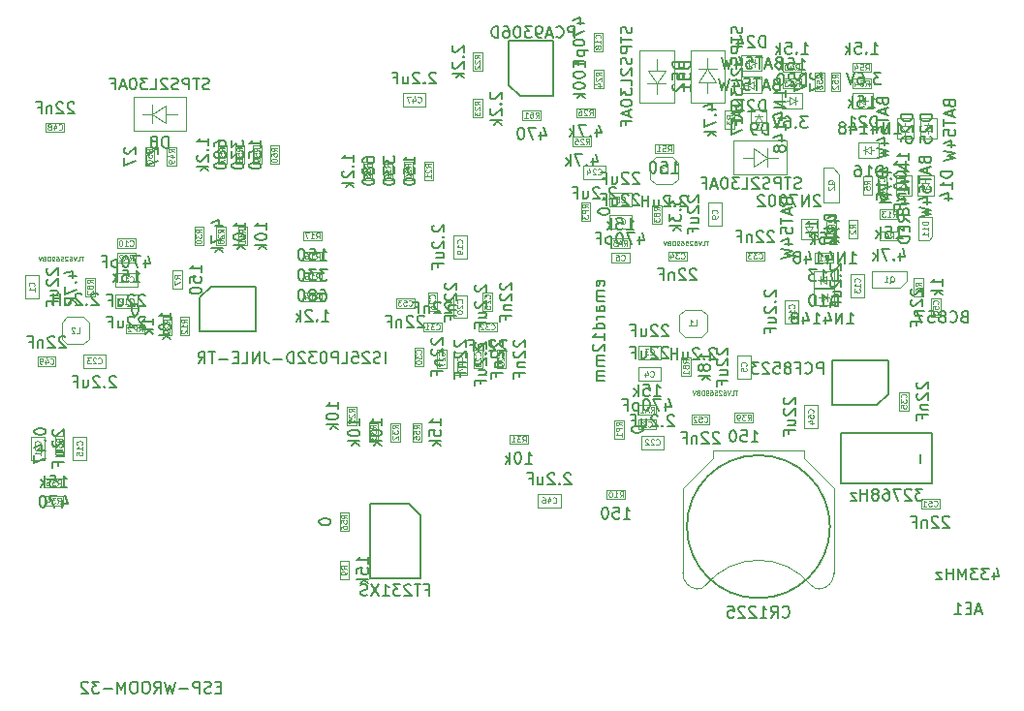
<source format=gbr>
G04 #@! TF.GenerationSoftware,KiCad,Pcbnew,5.0.0-rc2-dev-unknown+dfsg1+20180318-2*
G04 #@! TF.CreationDate,2018-05-15T09:23:06+02:00*
G04 #@! TF.ProjectId,ulx3s,756C7833732E6B696361645F70636200,rev?*
G04 #@! TF.SameCoordinates,Original*
G04 #@! TF.FileFunction,Other,Fab,Bot*
%FSLAX46Y46*%
G04 Gerber Fmt 4.6, Leading zero omitted, Abs format (unit mm)*
G04 Created by KiCad (PCBNEW 5.0.0-rc2-dev-unknown+dfsg1+20180318-2) date Tue May 15 09:23:06 2018*
%MOMM*%
%LPD*%
G01*
G04 APERTURE LIST*
%ADD10C,0.150000*%
%ADD11C,0.100000*%
%ADD12C,0.080000*%
%ADD13C,0.075000*%
G04 APERTURE END LIST*
D10*
X134035000Y-103890000D02*
X130635000Y-103890000D01*
X130635000Y-103890000D02*
X130635000Y-110390000D01*
X130635000Y-110390000D02*
X135035000Y-110390000D01*
X135035000Y-110390000D02*
X135035000Y-104890000D01*
X135035000Y-104890000D02*
X134035000Y-103890000D01*
X170835000Y-105870000D02*
G75*
G03X170835000Y-105870000I-6250000J0D01*
G01*
D11*
X159206987Y-111317558D02*
G75*
G03X159985000Y-110970000I88013J847558D01*
G01*
X169963013Y-111317558D02*
G75*
G02X169185000Y-110970000I-88013J847558D01*
G01*
X159977095Y-110979589D02*
G75*
G02X169185000Y-110970000I4607905J-3790411D01*
G01*
X157985000Y-109920000D02*
G75*
G03X159285000Y-111320000I1350000J-50000D01*
G01*
X171185000Y-109920000D02*
G75*
G02X169885000Y-111320000I-1350000J-50000D01*
G01*
X157985000Y-102470000D02*
X157985000Y-109970000D01*
X171185000Y-102470000D02*
X171185000Y-109970000D01*
X160585000Y-99870000D02*
X157985000Y-102470000D01*
X168585000Y-99870000D02*
X171185000Y-102470000D01*
X160585000Y-99170000D02*
X160585000Y-99870000D01*
X168585000Y-99170000D02*
X168585000Y-99870000D01*
X168585000Y-99170000D02*
X160585000Y-99170000D01*
D10*
X175940000Y-94265000D02*
X175940000Y-91365000D01*
X175940000Y-91365000D02*
X171040000Y-91365000D01*
X171040000Y-91365000D02*
X171040000Y-95265000D01*
X171040000Y-95265000D02*
X174940000Y-95265000D01*
X174940000Y-95265000D02*
X175940000Y-94265000D01*
X143730000Y-68251500D02*
X146630000Y-68251500D01*
X146630000Y-68251500D02*
X146630000Y-63351500D01*
X146630000Y-63351500D02*
X142730000Y-63351500D01*
X142730000Y-63351500D02*
X142730000Y-67251500D01*
X142730000Y-67251500D02*
X143730000Y-68251500D01*
X115780000Y-85870000D02*
X115780000Y-88770000D01*
X115780000Y-88770000D02*
X120680000Y-88770000D01*
X120680000Y-88770000D02*
X120680000Y-84870000D01*
X120680000Y-84870000D02*
X116780000Y-84870000D01*
X116780000Y-84870000D02*
X115780000Y-85870000D01*
X179776000Y-97722000D02*
X179776000Y-102122000D01*
X171776000Y-97722000D02*
X179776000Y-97722000D01*
X171776000Y-102122000D02*
X171776000Y-97722000D01*
X179776000Y-102122000D02*
X171776000Y-102122000D01*
X178776000Y-99522000D02*
X178776000Y-100322000D01*
D11*
X133501000Y-67950000D02*
X133501000Y-69150000D01*
X133501000Y-69150000D02*
X135501000Y-69150000D01*
X135501000Y-69150000D02*
X135501000Y-67950000D01*
X135501000Y-67950000D02*
X133501000Y-67950000D01*
X101685000Y-83915000D02*
X100485000Y-83915000D01*
X100485000Y-83915000D02*
X100485000Y-85915000D01*
X100485000Y-85915000D02*
X101685000Y-85915000D01*
X101685000Y-85915000D02*
X101685000Y-83915000D01*
X154060000Y-96510000D02*
X154060000Y-97310000D01*
X154060000Y-97310000D02*
X155660000Y-97310000D01*
X155660000Y-97310000D02*
X155660000Y-96510000D01*
X155660000Y-96510000D02*
X154060000Y-96510000D01*
X156060000Y-90030000D02*
X154060000Y-90030000D01*
X156060000Y-91230000D02*
X156060000Y-90030000D01*
X154060000Y-91230000D02*
X156060000Y-91230000D01*
X154060000Y-90030000D02*
X154060000Y-91230000D01*
X154060000Y-91935000D02*
X154060000Y-93135000D01*
X154060000Y-93135000D02*
X156060000Y-93135000D01*
X156060000Y-93135000D02*
X156060000Y-91935000D01*
X156060000Y-91935000D02*
X154060000Y-91935000D01*
X162715000Y-90900000D02*
X162715000Y-92900000D01*
X163915000Y-90900000D02*
X162715000Y-90900000D01*
X163915000Y-92900000D02*
X163915000Y-90900000D01*
X162715000Y-92900000D02*
X163915000Y-92900000D01*
X151720000Y-81975000D02*
X151720000Y-82775000D01*
X151720000Y-82775000D02*
X153320000Y-82775000D01*
X153320000Y-82775000D02*
X153320000Y-81975000D01*
X153320000Y-81975000D02*
X151720000Y-81975000D01*
X153520000Y-78600000D02*
X151520000Y-78600000D01*
X153520000Y-79800000D02*
X153520000Y-78600000D01*
X151520000Y-79800000D02*
X153520000Y-79800000D01*
X151520000Y-78600000D02*
X151520000Y-79800000D01*
X153520000Y-76695000D02*
X151520000Y-76695000D01*
X153520000Y-77895000D02*
X153520000Y-76695000D01*
X151520000Y-77895000D02*
X153520000Y-77895000D01*
X151520000Y-76695000D02*
X151520000Y-77895000D01*
X160175000Y-79565000D02*
X161375000Y-79565000D01*
X161375000Y-79565000D02*
X161375000Y-77565000D01*
X161375000Y-77565000D02*
X160175000Y-77565000D01*
X160175000Y-77565000D02*
X160175000Y-79565000D01*
X108540000Y-81505000D02*
X110140000Y-81505000D01*
X108540000Y-80705000D02*
X108540000Y-81505000D01*
X110140000Y-80705000D02*
X108540000Y-80705000D01*
X110140000Y-81505000D02*
X110140000Y-80705000D01*
X108340000Y-84880000D02*
X110340000Y-84880000D01*
X108340000Y-83680000D02*
X108340000Y-84880000D01*
X110340000Y-83680000D02*
X108340000Y-83680000D01*
X110340000Y-84880000D02*
X110340000Y-83680000D01*
X110340000Y-86785000D02*
X110340000Y-85585000D01*
X110340000Y-85585000D02*
X108340000Y-85585000D01*
X108340000Y-85585000D02*
X108340000Y-86785000D01*
X108340000Y-86785000D02*
X110340000Y-86785000D01*
X172621000Y-83788000D02*
X172621000Y-85788000D01*
X173821000Y-83788000D02*
X172621000Y-83788000D01*
X173821000Y-85788000D02*
X173821000Y-83788000D01*
X172621000Y-85788000D02*
X173821000Y-85788000D01*
X175780000Y-76825000D02*
X175780000Y-75225000D01*
X174980000Y-76825000D02*
X175780000Y-76825000D01*
X174980000Y-75225000D02*
X174980000Y-76825000D01*
X175780000Y-75225000D02*
X174980000Y-75225000D01*
X104676000Y-100012000D02*
X105876000Y-100012000D01*
X105876000Y-100012000D02*
X105876000Y-98012000D01*
X105876000Y-98012000D02*
X104676000Y-98012000D01*
X104676000Y-98012000D02*
X104676000Y-100012000D01*
X166906000Y-88074000D02*
X168106000Y-88074000D01*
X168106000Y-88074000D02*
X168106000Y-86074000D01*
X168106000Y-86074000D02*
X166906000Y-86074000D01*
X166906000Y-86074000D02*
X166906000Y-88074000D01*
X139100000Y-90620000D02*
X137900000Y-90620000D01*
X137900000Y-90620000D02*
X137900000Y-92620000D01*
X137900000Y-92620000D02*
X139100000Y-92620000D01*
X139100000Y-92620000D02*
X139100000Y-90620000D01*
X150189600Y-64284000D02*
X150989600Y-64284000D01*
X150989600Y-64284000D02*
X150989600Y-62684000D01*
X150989600Y-62684000D02*
X150189600Y-62684000D01*
X150189600Y-62684000D02*
X150189600Y-64284000D01*
X137900000Y-82420000D02*
X139100000Y-82420000D01*
X139100000Y-82420000D02*
X139100000Y-80420000D01*
X139100000Y-80420000D02*
X137900000Y-80420000D01*
X137900000Y-80420000D02*
X137900000Y-82420000D01*
X139100000Y-87620000D02*
X139100000Y-85620000D01*
X137900000Y-87620000D02*
X139100000Y-87620000D01*
X137900000Y-85620000D02*
X137900000Y-87620000D01*
X139100000Y-85620000D02*
X137900000Y-85620000D01*
X102193000Y-100012000D02*
X102193000Y-98012000D01*
X100993000Y-100012000D02*
X102193000Y-100012000D01*
X100993000Y-98012000D02*
X100993000Y-100012000D01*
X102193000Y-98012000D02*
X100993000Y-98012000D01*
X154314000Y-97904000D02*
X154314000Y-99104000D01*
X154314000Y-99104000D02*
X156314000Y-99104000D01*
X156314000Y-99104000D02*
X156314000Y-97904000D01*
X156314000Y-97904000D02*
X154314000Y-97904000D01*
X105546000Y-91992000D02*
X107546000Y-91992000D01*
X105546000Y-90792000D02*
X105546000Y-91992000D01*
X107546000Y-90792000D02*
X105546000Y-90792000D01*
X107546000Y-91992000D02*
X107546000Y-90792000D01*
X151234000Y-75482000D02*
X151234000Y-74282000D01*
X151234000Y-74282000D02*
X149234000Y-74282000D01*
X149234000Y-74282000D02*
X149234000Y-75482000D01*
X149234000Y-75482000D02*
X151234000Y-75482000D01*
X141300000Y-87020000D02*
X141300000Y-85420000D01*
X140500000Y-87020000D02*
X141300000Y-87020000D01*
X140500000Y-85420000D02*
X140500000Y-87020000D01*
X141300000Y-85420000D02*
X140500000Y-85420000D01*
X136500000Y-87020000D02*
X136500000Y-85420000D01*
X135700000Y-87020000D02*
X136500000Y-87020000D01*
X135700000Y-85420000D02*
X135700000Y-87020000D01*
X136500000Y-85420000D02*
X135700000Y-85420000D01*
X137300000Y-92020000D02*
X137300000Y-90420000D01*
X136500000Y-92020000D02*
X137300000Y-92020000D01*
X136500000Y-90420000D02*
X136500000Y-92020000D01*
X137300000Y-90420000D02*
X136500000Y-90420000D01*
X140500000Y-90420000D02*
X139700000Y-90420000D01*
X139700000Y-90420000D02*
X139700000Y-92020000D01*
X139700000Y-92020000D02*
X140500000Y-92020000D01*
X140500000Y-92020000D02*
X140500000Y-90420000D01*
X142500000Y-92020000D02*
X142500000Y-90420000D01*
X141700000Y-92020000D02*
X142500000Y-92020000D01*
X141700000Y-90420000D02*
X141700000Y-92020000D01*
X142500000Y-90420000D02*
X141700000Y-90420000D01*
X135300000Y-90220000D02*
X134500000Y-90220000D01*
X134500000Y-90220000D02*
X134500000Y-91820000D01*
X134500000Y-91820000D02*
X135300000Y-91820000D01*
X135300000Y-91820000D02*
X135300000Y-90220000D01*
X135300000Y-88020000D02*
X135300000Y-88820000D01*
X135300000Y-88820000D02*
X136900000Y-88820000D01*
X136900000Y-88820000D02*
X136900000Y-88020000D01*
X136900000Y-88020000D02*
X135300000Y-88020000D01*
X140100000Y-88820000D02*
X141700000Y-88820000D01*
X140100000Y-88020000D02*
X140100000Y-88820000D01*
X141700000Y-88020000D02*
X140100000Y-88020000D01*
X141700000Y-88820000D02*
X141700000Y-88020000D01*
X163500000Y-81820000D02*
X163500000Y-82620000D01*
X163500000Y-82620000D02*
X165100000Y-82620000D01*
X165100000Y-82620000D02*
X165100000Y-81820000D01*
X165100000Y-81820000D02*
X163500000Y-81820000D01*
X158300000Y-82620000D02*
X158300000Y-81820000D01*
X158300000Y-81820000D02*
X156700000Y-81820000D01*
X156700000Y-81820000D02*
X156700000Y-82620000D01*
X156700000Y-82620000D02*
X158300000Y-82620000D01*
X177700000Y-94100000D02*
X176900000Y-94100000D01*
X176900000Y-94100000D02*
X176900000Y-95700000D01*
X176900000Y-95700000D02*
X177700000Y-95700000D01*
X177700000Y-95700000D02*
X177700000Y-94100000D01*
X145297000Y-102984000D02*
X145297000Y-104184000D01*
X145297000Y-104184000D02*
X147297000Y-104184000D01*
X147297000Y-104184000D02*
X147297000Y-102984000D01*
X147297000Y-102984000D02*
X145297000Y-102984000D01*
X103920000Y-70563000D02*
X102320000Y-70563000D01*
X103920000Y-71363000D02*
X103920000Y-70563000D01*
X102320000Y-71363000D02*
X103920000Y-71363000D01*
X102320000Y-70563000D02*
X102320000Y-71363000D01*
X103170000Y-91010000D02*
X101570000Y-91010000D01*
X103170000Y-91810000D02*
X103170000Y-91010000D01*
X101570000Y-91810000D02*
X103170000Y-91810000D01*
X101570000Y-91010000D02*
X101570000Y-91810000D01*
X179694000Y-87511000D02*
X180494000Y-87511000D01*
X180494000Y-87511000D02*
X180494000Y-85911000D01*
X180494000Y-85911000D02*
X179694000Y-85911000D01*
X179694000Y-85911000D02*
X179694000Y-87511000D01*
X180398000Y-104256000D02*
X180398000Y-103456000D01*
X180398000Y-103456000D02*
X178798000Y-103456000D01*
X178798000Y-103456000D02*
X178798000Y-104256000D01*
X178798000Y-104256000D02*
X180398000Y-104256000D01*
X158720000Y-96890000D02*
X160320000Y-96890000D01*
X158720000Y-96090000D02*
X158720000Y-96890000D01*
X160320000Y-96090000D02*
X158720000Y-96090000D01*
X160320000Y-96890000D02*
X160320000Y-96090000D01*
X132902200Y-86730000D02*
X134502200Y-86730000D01*
X132902200Y-85930000D02*
X132902200Y-86730000D01*
X134502200Y-85930000D02*
X132902200Y-85930000D01*
X134502200Y-86730000D02*
X134502200Y-85930000D01*
X168572000Y-95236000D02*
X168572000Y-97236000D01*
X169772000Y-95236000D02*
X168572000Y-95236000D01*
X169772000Y-97236000D02*
X169772000Y-95236000D01*
X168572000Y-97236000D02*
X169772000Y-97236000D01*
X179790000Y-78835000D02*
X179790000Y-80535000D01*
X179790000Y-80535000D02*
X179490000Y-80835000D01*
X179490000Y-80835000D02*
X178590000Y-80835000D01*
X178590000Y-80835000D02*
X178590000Y-78835000D01*
X178590000Y-78835000D02*
X179790000Y-78835000D01*
X159595000Y-89290000D02*
X158870000Y-89290000D01*
X160070000Y-88815000D02*
X159595000Y-89290000D01*
X160070000Y-88090000D02*
X160070000Y-88815000D01*
X158145000Y-89290000D02*
X158870000Y-89290000D01*
X157670000Y-88815000D02*
X158145000Y-89290000D01*
X157670000Y-88090000D02*
X157670000Y-88815000D01*
X158145000Y-86890000D02*
X158870000Y-86890000D01*
X157670000Y-87365000D02*
X158145000Y-86890000D01*
X157670000Y-88090000D02*
X157670000Y-87365000D01*
X159595000Y-86890000D02*
X158870000Y-86890000D01*
X160070000Y-87365000D02*
X159595000Y-86890000D01*
X160070000Y-88090000D02*
X160070000Y-87365000D01*
X103695000Y-88725000D02*
X103695000Y-89450000D01*
X103695000Y-89450000D02*
X104170000Y-89925000D01*
X104170000Y-89925000D02*
X104895000Y-89925000D01*
X106095000Y-88725000D02*
X106095000Y-89450000D01*
X106095000Y-89450000D02*
X105620000Y-89925000D01*
X105620000Y-89925000D02*
X104895000Y-89925000D01*
X106095000Y-88725000D02*
X106095000Y-88000000D01*
X106095000Y-88000000D02*
X105620000Y-87525000D01*
X105620000Y-87525000D02*
X104895000Y-87525000D01*
X103695000Y-88725000D02*
X103695000Y-88000000D01*
X103695000Y-88000000D02*
X104170000Y-87525000D01*
X104170000Y-87525000D02*
X104895000Y-87525000D01*
X157530000Y-74755000D02*
X157530000Y-74030000D01*
X157530000Y-74030000D02*
X157055000Y-73555000D01*
X157055000Y-73555000D02*
X156330000Y-73555000D01*
X155130000Y-74755000D02*
X155130000Y-74030000D01*
X155130000Y-74030000D02*
X155605000Y-73555000D01*
X155605000Y-73555000D02*
X156330000Y-73555000D01*
X155130000Y-74755000D02*
X155130000Y-75480000D01*
X155130000Y-75480000D02*
X155605000Y-75955000D01*
X155605000Y-75955000D02*
X156330000Y-75955000D01*
X157530000Y-74755000D02*
X157530000Y-75480000D01*
X157530000Y-75480000D02*
X157055000Y-75955000D01*
X157055000Y-75955000D02*
X156330000Y-75955000D01*
X170500000Y-84280000D02*
X170750000Y-84280000D01*
X170500000Y-83930000D02*
X170000000Y-84280000D01*
X170500000Y-84630000D02*
X170500000Y-83930000D01*
X170000000Y-84280000D02*
X170500000Y-84630000D01*
X170000000Y-84280000D02*
X169800000Y-84280000D01*
X170000000Y-84630000D02*
X170000000Y-83930000D01*
X169400000Y-83580000D02*
X169400000Y-84980000D01*
X171200000Y-83580000D02*
X169400000Y-83580000D01*
X171200000Y-84980000D02*
X171200000Y-83580000D01*
X169400000Y-84980000D02*
X171200000Y-84980000D01*
X169730000Y-80735000D02*
X169730000Y-78935000D01*
X169730000Y-78935000D02*
X168330000Y-78935000D01*
X168330000Y-78935000D02*
X168330000Y-80735000D01*
X168330000Y-80735000D02*
X169730000Y-80735000D01*
X169380000Y-80135000D02*
X168680000Y-80135000D01*
X169030000Y-80135000D02*
X169030000Y-80335000D01*
X169030000Y-80135000D02*
X169380000Y-79635000D01*
X169380000Y-79635000D02*
X168680000Y-79635000D01*
X168680000Y-79635000D02*
X169030000Y-80135000D01*
X169030000Y-79635000D02*
X169030000Y-79385000D01*
X170100000Y-85804000D02*
X169850000Y-85804000D01*
X170100000Y-86154000D02*
X170600000Y-85804000D01*
X170100000Y-85454000D02*
X170100000Y-86154000D01*
X170600000Y-85804000D02*
X170100000Y-85454000D01*
X170600000Y-85804000D02*
X170800000Y-85804000D01*
X170600000Y-85454000D02*
X170600000Y-86154000D01*
X171200000Y-86504000D02*
X171200000Y-85104000D01*
X169400000Y-86504000D02*
X171200000Y-86504000D01*
X169400000Y-85104000D02*
X169400000Y-86504000D01*
X171200000Y-85104000D02*
X169400000Y-85104000D01*
X179890000Y-76925000D02*
X179890000Y-75125000D01*
X179890000Y-75125000D02*
X178490000Y-75125000D01*
X178490000Y-75125000D02*
X178490000Y-76925000D01*
X178490000Y-76925000D02*
X179890000Y-76925000D01*
X179540000Y-76325000D02*
X178840000Y-76325000D01*
X179190000Y-76325000D02*
X179190000Y-76525000D01*
X179190000Y-76325000D02*
X179540000Y-75825000D01*
X179540000Y-75825000D02*
X178840000Y-75825000D01*
X178840000Y-75825000D02*
X179190000Y-76325000D01*
X179190000Y-75825000D02*
X179190000Y-75575000D01*
X176585000Y-75125000D02*
X176585000Y-76925000D01*
X176585000Y-76925000D02*
X177985000Y-76925000D01*
X177985000Y-76925000D02*
X177985000Y-75125000D01*
X177985000Y-75125000D02*
X176585000Y-75125000D01*
X176935000Y-75725000D02*
X177635000Y-75725000D01*
X177285000Y-75725000D02*
X177285000Y-75525000D01*
X177285000Y-75725000D02*
X176935000Y-76225000D01*
X176935000Y-76225000D02*
X177635000Y-76225000D01*
X177635000Y-76225000D02*
X177285000Y-75725000D01*
X177285000Y-76225000D02*
X177285000Y-76475000D01*
X174437000Y-72977000D02*
X174687000Y-72977000D01*
X174437000Y-72627000D02*
X173937000Y-72977000D01*
X174437000Y-73327000D02*
X174437000Y-72627000D01*
X173937000Y-72977000D02*
X174437000Y-73327000D01*
X173937000Y-72977000D02*
X173737000Y-72977000D01*
X173937000Y-73327000D02*
X173937000Y-72627000D01*
X173337000Y-72277000D02*
X173337000Y-73677000D01*
X175137000Y-72277000D02*
X173337000Y-72277000D01*
X175137000Y-73677000D02*
X175137000Y-72277000D01*
X173337000Y-73677000D02*
X175137000Y-73677000D01*
X164585000Y-70510000D02*
X164585000Y-70760000D01*
X164935000Y-70510000D02*
X164585000Y-70010000D01*
X164235000Y-70510000D02*
X164935000Y-70510000D01*
X164585000Y-70010000D02*
X164235000Y-70510000D01*
X164585000Y-70010000D02*
X164585000Y-69810000D01*
X164235000Y-70010000D02*
X164935000Y-70010000D01*
X165285000Y-69410000D02*
X163885000Y-69410000D01*
X165285000Y-71210000D02*
X165285000Y-69410000D01*
X163885000Y-71210000D02*
X165285000Y-71210000D01*
X163885000Y-69410000D02*
X163885000Y-71210000D01*
X167306000Y-68659000D02*
X167056000Y-68659000D01*
X167306000Y-69009000D02*
X167806000Y-68659000D01*
X167306000Y-68309000D02*
X167306000Y-69009000D01*
X167806000Y-68659000D02*
X167306000Y-68309000D01*
X167806000Y-68659000D02*
X168006000Y-68659000D01*
X167806000Y-68309000D02*
X167806000Y-69009000D01*
X168406000Y-69359000D02*
X168406000Y-67959000D01*
X166606000Y-69359000D02*
X168406000Y-69359000D01*
X166606000Y-67959000D02*
X166606000Y-69359000D01*
X168406000Y-67959000D02*
X166606000Y-67959000D01*
X172829000Y-69359000D02*
X174629000Y-69359000D01*
X174629000Y-69359000D02*
X174629000Y-67959000D01*
X174629000Y-67959000D02*
X172829000Y-67959000D01*
X172829000Y-67959000D02*
X172829000Y-69359000D01*
X173429000Y-69009000D02*
X173429000Y-68309000D01*
X173429000Y-68659000D02*
X173229000Y-68659000D01*
X173429000Y-68659000D02*
X173929000Y-69009000D01*
X173929000Y-69009000D02*
X173929000Y-68309000D01*
X173929000Y-68309000D02*
X173429000Y-68659000D01*
X173929000Y-68659000D02*
X174179000Y-68659000D01*
X163050000Y-67962000D02*
X164850000Y-67962000D01*
X164850000Y-67962000D02*
X164850000Y-66562000D01*
X164850000Y-66562000D02*
X163050000Y-66562000D01*
X163050000Y-66562000D02*
X163050000Y-67962000D01*
X163650000Y-67612000D02*
X163650000Y-66912000D01*
X163650000Y-67262000D02*
X163450000Y-67262000D01*
X163650000Y-67262000D02*
X164150000Y-67612000D01*
X164150000Y-67612000D02*
X164150000Y-66912000D01*
X164150000Y-66912000D02*
X163650000Y-67262000D01*
X164150000Y-67262000D02*
X164400000Y-67262000D01*
X164850000Y-64657000D02*
X163050000Y-64657000D01*
X163050000Y-64657000D02*
X163050000Y-66057000D01*
X163050000Y-66057000D02*
X164850000Y-66057000D01*
X164850000Y-66057000D02*
X164850000Y-64657000D01*
X164250000Y-65007000D02*
X164250000Y-65707000D01*
X164250000Y-65357000D02*
X164450000Y-65357000D01*
X164250000Y-65357000D02*
X163750000Y-65007000D01*
X163750000Y-65007000D02*
X163750000Y-65707000D01*
X163750000Y-65707000D02*
X164250000Y-65357000D01*
X163750000Y-65357000D02*
X163500000Y-65357000D01*
X177412000Y-70872000D02*
X177412000Y-70622000D01*
X177062000Y-70872000D02*
X177412000Y-71372000D01*
X177762000Y-70872000D02*
X177062000Y-70872000D01*
X177412000Y-71372000D02*
X177762000Y-70872000D01*
X177412000Y-71372000D02*
X177412000Y-71572000D01*
X177762000Y-71372000D02*
X177062000Y-71372000D01*
X176712000Y-71972000D02*
X178112000Y-71972000D01*
X176712000Y-70172000D02*
X176712000Y-71972000D01*
X178112000Y-70172000D02*
X176712000Y-70172000D01*
X178112000Y-71972000D02*
X178112000Y-70172000D01*
X179444000Y-71272000D02*
X179444000Y-71522000D01*
X179794000Y-71272000D02*
X179444000Y-70772000D01*
X179094000Y-71272000D02*
X179794000Y-71272000D01*
X179444000Y-70772000D02*
X179094000Y-71272000D01*
X179444000Y-70772000D02*
X179444000Y-70572000D01*
X179094000Y-70772000D02*
X179794000Y-70772000D01*
X180144000Y-70172000D02*
X178744000Y-70172000D01*
X180144000Y-71972000D02*
X180144000Y-70172000D01*
X178744000Y-71972000D02*
X180144000Y-71972000D01*
X178744000Y-70172000D02*
X178744000Y-71972000D01*
X174495000Y-84980000D02*
X174495000Y-83580000D01*
X177535000Y-83580000D02*
X174495000Y-83580000D01*
X176965000Y-84980000D02*
X177535000Y-84430000D01*
X177535000Y-84430000D02*
X177535000Y-83580000D01*
X176965000Y-84980000D02*
X174515000Y-84980000D01*
X171635000Y-75075000D02*
X171635000Y-77525000D01*
X171085000Y-74505000D02*
X170235000Y-74505000D01*
X171635000Y-75075000D02*
X171085000Y-74505000D01*
X170235000Y-74505000D02*
X170235000Y-77545000D01*
X171635000Y-77545000D02*
X170235000Y-77545000D01*
X111611560Y-69800980D02*
X112762180Y-70601080D01*
X111611560Y-69800980D02*
X112762180Y-69051680D01*
X112762180Y-69051680D02*
X112762180Y-70601080D01*
X111611560Y-70601080D02*
X111611560Y-69000880D01*
X112762180Y-69800980D02*
X113760400Y-69800980D01*
X111611560Y-69800980D02*
X110709860Y-69800980D01*
X114561000Y-71302000D02*
X109961000Y-71302000D01*
X114561000Y-71302000D02*
X114561000Y-68302000D01*
X109961000Y-68302000D02*
X109961000Y-71302000D01*
X114561000Y-68302000D02*
X109961000Y-68302000D01*
X162412000Y-75112000D02*
X167012000Y-75112000D01*
X167012000Y-75112000D02*
X167012000Y-72112000D01*
X162412000Y-72112000D02*
X162412000Y-75112000D01*
X162412000Y-72112000D02*
X167012000Y-72112000D01*
X165361440Y-73613020D02*
X166263140Y-73613020D01*
X164210820Y-73613020D02*
X163212600Y-73613020D01*
X165361440Y-72812920D02*
X165361440Y-74413120D01*
X164210820Y-74362320D02*
X164210820Y-72812920D01*
X165361440Y-73613020D02*
X164210820Y-74362320D01*
X165361440Y-73613020D02*
X164210820Y-72812920D01*
X154195000Y-64200000D02*
X154195000Y-68800000D01*
X154195000Y-68800000D02*
X157195000Y-68800000D01*
X157195000Y-64200000D02*
X154195000Y-64200000D01*
X157195000Y-64200000D02*
X157195000Y-68800000D01*
X155693980Y-67149440D02*
X155693980Y-68051140D01*
X155693980Y-65998820D02*
X155693980Y-65000600D01*
X156494080Y-67149440D02*
X154893880Y-67149440D01*
X154944680Y-65998820D02*
X156494080Y-65998820D01*
X155693980Y-67149440D02*
X154944680Y-65998820D01*
X155693980Y-67149440D02*
X156494080Y-65998820D01*
X160141020Y-65850560D02*
X159340920Y-67001180D01*
X160141020Y-65850560D02*
X160890320Y-67001180D01*
X160890320Y-67001180D02*
X159340920Y-67001180D01*
X159340920Y-65850560D02*
X160941120Y-65850560D01*
X160141020Y-67001180D02*
X160141020Y-67999400D01*
X160141020Y-65850560D02*
X160141020Y-64948860D01*
X158640000Y-68800000D02*
X158640000Y-64200000D01*
X158640000Y-68800000D02*
X161640000Y-68800000D01*
X161640000Y-64200000D02*
X158640000Y-64200000D01*
X161640000Y-68800000D02*
X161640000Y-64200000D01*
X169500000Y-81975000D02*
X169500000Y-82775000D01*
X169500000Y-82775000D02*
X171100000Y-82775000D01*
X171100000Y-82775000D02*
X171100000Y-81975000D01*
X171100000Y-81975000D02*
X169500000Y-81975000D01*
X172440000Y-79035000D02*
X172440000Y-80635000D01*
X173240000Y-79035000D02*
X172440000Y-79035000D01*
X173240000Y-80635000D02*
X173240000Y-79035000D01*
X172440000Y-80635000D02*
X173240000Y-80635000D01*
X161645000Y-69510000D02*
X161645000Y-71110000D01*
X162445000Y-69510000D02*
X161645000Y-69510000D01*
X162445000Y-71110000D02*
X162445000Y-69510000D01*
X161645000Y-71110000D02*
X162445000Y-71110000D01*
X176815000Y-80870000D02*
X176815000Y-80070000D01*
X176815000Y-80070000D02*
X175215000Y-80070000D01*
X175215000Y-80070000D02*
X175215000Y-80870000D01*
X175215000Y-80870000D02*
X176815000Y-80870000D01*
X174510000Y-75225000D02*
X173710000Y-75225000D01*
X173710000Y-75225000D02*
X173710000Y-76825000D01*
X173710000Y-76825000D02*
X174510000Y-76825000D01*
X174510000Y-76825000D02*
X174510000Y-75225000D01*
X178955000Y-85715000D02*
X178955000Y-84115000D01*
X178155000Y-85715000D02*
X178955000Y-85715000D01*
X178155000Y-84115000D02*
X178155000Y-85715000D01*
X178955000Y-84115000D02*
X178155000Y-84115000D01*
X114185000Y-83480000D02*
X113385000Y-83480000D01*
X113385000Y-83480000D02*
X113385000Y-85080000D01*
X113385000Y-85080000D02*
X114185000Y-85080000D01*
X114185000Y-85080000D02*
X114185000Y-83480000D01*
X170535000Y-79035000D02*
X170535000Y-80635000D01*
X171335000Y-79035000D02*
X170535000Y-79035000D01*
X171335000Y-80635000D02*
X171335000Y-79035000D01*
X170535000Y-80635000D02*
X171335000Y-80635000D01*
X128790000Y-108880000D02*
X127990000Y-108880000D01*
X127990000Y-108880000D02*
X127990000Y-110480000D01*
X127990000Y-110480000D02*
X128790000Y-110480000D01*
X128790000Y-110480000D02*
X128790000Y-108880000D01*
X151339000Y-103476000D02*
X152939000Y-103476000D01*
X151339000Y-102676000D02*
X151339000Y-103476000D01*
X152939000Y-102676000D02*
X151339000Y-102676000D01*
X152939000Y-103476000D02*
X152939000Y-102676000D01*
X119900000Y-81270000D02*
X119900000Y-79670000D01*
X119100000Y-81270000D02*
X119900000Y-81270000D01*
X119100000Y-79670000D02*
X119100000Y-81270000D01*
X119900000Y-79670000D02*
X119100000Y-79670000D01*
X114020000Y-89144000D02*
X114820000Y-89144000D01*
X114820000Y-89144000D02*
X114820000Y-87544000D01*
X114820000Y-87544000D02*
X114020000Y-87544000D01*
X114020000Y-87544000D02*
X114020000Y-89144000D01*
X176815000Y-78965000D02*
X176815000Y-78165000D01*
X176815000Y-78165000D02*
X175215000Y-78165000D01*
X175215000Y-78165000D02*
X175215000Y-78965000D01*
X175215000Y-78965000D02*
X176815000Y-78965000D01*
X124796000Y-86204000D02*
X126396000Y-86204000D01*
X124796000Y-85404000D02*
X124796000Y-86204000D01*
X126396000Y-85404000D02*
X124796000Y-85404000D01*
X126396000Y-86204000D02*
X126396000Y-85404000D01*
X126396000Y-84426000D02*
X126396000Y-83626000D01*
X126396000Y-83626000D02*
X124796000Y-83626000D01*
X124796000Y-83626000D02*
X124796000Y-84426000D01*
X124796000Y-84426000D02*
X126396000Y-84426000D01*
X126396000Y-82648000D02*
X126396000Y-81848000D01*
X126396000Y-81848000D02*
X124796000Y-81848000D01*
X124796000Y-81848000D02*
X124796000Y-82648000D01*
X124796000Y-82648000D02*
X126396000Y-82648000D01*
X124796000Y-80870000D02*
X126396000Y-80870000D01*
X124796000Y-80070000D02*
X124796000Y-80870000D01*
X126396000Y-80070000D02*
X124796000Y-80070000D01*
X126396000Y-80870000D02*
X126396000Y-80070000D01*
X130022000Y-73973000D02*
X130022000Y-75573000D01*
X130822000Y-73973000D02*
X130022000Y-73973000D01*
X130822000Y-75573000D02*
X130822000Y-73973000D01*
X130022000Y-75573000D02*
X130822000Y-75573000D01*
X131800000Y-73973000D02*
X131800000Y-75573000D01*
X132600000Y-73973000D02*
X131800000Y-73973000D01*
X132600000Y-75573000D02*
X132600000Y-73973000D01*
X131800000Y-75573000D02*
X132600000Y-75573000D01*
X133593000Y-73973000D02*
X133593000Y-75573000D01*
X134393000Y-73973000D02*
X133593000Y-73973000D01*
X134393000Y-75573000D02*
X134393000Y-73973000D01*
X133593000Y-75573000D02*
X134393000Y-75573000D01*
X135371000Y-75573000D02*
X136171000Y-75573000D01*
X136171000Y-75573000D02*
X136171000Y-73973000D01*
X136171000Y-73973000D02*
X135371000Y-73973000D01*
X135371000Y-73973000D02*
X135371000Y-75573000D01*
X139625500Y-64430000D02*
X139625500Y-66030000D01*
X140425500Y-64430000D02*
X139625500Y-64430000D01*
X140425500Y-66030000D02*
X140425500Y-64430000D01*
X139625500Y-66030000D02*
X140425500Y-66030000D01*
X140425500Y-68512000D02*
X139625500Y-68512000D01*
X139625500Y-68512000D02*
X139625500Y-70112000D01*
X139625500Y-70112000D02*
X140425500Y-70112000D01*
X140425500Y-70112000D02*
X140425500Y-68512000D01*
X150215000Y-65972000D02*
X150215000Y-67572000D01*
X151015000Y-65972000D02*
X150215000Y-65972000D01*
X151015000Y-67572000D02*
X151015000Y-65972000D01*
X150215000Y-67572000D02*
X151015000Y-67572000D01*
X149975000Y-72615000D02*
X149975000Y-71815000D01*
X149975000Y-71815000D02*
X148375000Y-71815000D01*
X148375000Y-71815000D02*
X148375000Y-72615000D01*
X148375000Y-72615000D02*
X149975000Y-72615000D01*
X148687000Y-70093000D02*
X150287000Y-70093000D01*
X148687000Y-69293000D02*
X148687000Y-70093000D01*
X150287000Y-69293000D02*
X148687000Y-69293000D01*
X150287000Y-70093000D02*
X150287000Y-69293000D01*
X128625000Y-95375000D02*
X128625000Y-96975000D01*
X129425000Y-95375000D02*
X128625000Y-95375000D01*
X129425000Y-96975000D02*
X129425000Y-95375000D01*
X128625000Y-96975000D02*
X129425000Y-96975000D01*
X117995000Y-79670000D02*
X117195000Y-79670000D01*
X117195000Y-79670000D02*
X117195000Y-81270000D01*
X117195000Y-81270000D02*
X117995000Y-81270000D01*
X117995000Y-81270000D02*
X117995000Y-79670000D01*
X112496000Y-87544000D02*
X112496000Y-89144000D01*
X113296000Y-87544000D02*
X112496000Y-87544000D01*
X113296000Y-89144000D02*
X113296000Y-87544000D01*
X112496000Y-89144000D02*
X113296000Y-89144000D01*
X116090000Y-81270000D02*
X116090000Y-79670000D01*
X115290000Y-81270000D02*
X116090000Y-81270000D01*
X115290000Y-79670000D02*
X115290000Y-81270000D01*
X116090000Y-79670000D02*
X115290000Y-79670000D01*
X142830000Y-98650000D02*
X144430000Y-98650000D01*
X142830000Y-97850000D02*
X142830000Y-98650000D01*
X144430000Y-97850000D02*
X142830000Y-97850000D01*
X144430000Y-98650000D02*
X144430000Y-97850000D01*
X132435000Y-98415000D02*
X133235000Y-98415000D01*
X133235000Y-98415000D02*
X133235000Y-96815000D01*
X133235000Y-96815000D02*
X132435000Y-96815000D01*
X132435000Y-96815000D02*
X132435000Y-98415000D01*
X130530000Y-96815000D02*
X130530000Y-98415000D01*
X131330000Y-96815000D02*
X130530000Y-96815000D01*
X131330000Y-98415000D02*
X131330000Y-96815000D01*
X130530000Y-98415000D02*
X131330000Y-98415000D01*
X103790000Y-103200000D02*
X102190000Y-103200000D01*
X103790000Y-104000000D02*
X103790000Y-103200000D01*
X102190000Y-104000000D02*
X103790000Y-104000000D01*
X102190000Y-103200000D02*
X102190000Y-104000000D01*
X103790000Y-102460000D02*
X103790000Y-101660000D01*
X103790000Y-101660000D02*
X102190000Y-101660000D01*
X102190000Y-101660000D02*
X102190000Y-102460000D01*
X102190000Y-102460000D02*
X103790000Y-102460000D01*
X103098000Y-99558000D02*
X103898000Y-99558000D01*
X103898000Y-99558000D02*
X103898000Y-97958000D01*
X103898000Y-97958000D02*
X103098000Y-97958000D01*
X103098000Y-97958000D02*
X103098000Y-99558000D01*
X164115000Y-96745000D02*
X164115000Y-95945000D01*
X164115000Y-95945000D02*
X162515000Y-95945000D01*
X162515000Y-95945000D02*
X162515000Y-96745000D01*
X162515000Y-96745000D02*
X164115000Y-96745000D01*
X112877000Y-74285000D02*
X113677000Y-74285000D01*
X113677000Y-74285000D02*
X113677000Y-72685000D01*
X113677000Y-72685000D02*
X112877000Y-72685000D01*
X112877000Y-72685000D02*
X112877000Y-74285000D01*
X110972000Y-72685000D02*
X110972000Y-74285000D01*
X111772000Y-72685000D02*
X110972000Y-72685000D01*
X111772000Y-74285000D02*
X111772000Y-72685000D01*
X110972000Y-74285000D02*
X111772000Y-74285000D01*
X155530000Y-73250000D02*
X157130000Y-73250000D01*
X155530000Y-72450000D02*
X155530000Y-73250000D01*
X157130000Y-72450000D02*
X155530000Y-72450000D01*
X157130000Y-73250000D02*
X157130000Y-72450000D01*
X170916000Y-66165000D02*
X170916000Y-67765000D01*
X171716000Y-66165000D02*
X170916000Y-66165000D01*
X171716000Y-67765000D02*
X171716000Y-66165000D01*
X170916000Y-67765000D02*
X171716000Y-67765000D01*
X169519000Y-67765000D02*
X170319000Y-67765000D01*
X170319000Y-67765000D02*
X170319000Y-66165000D01*
X170319000Y-66165000D02*
X169519000Y-66165000D01*
X169519000Y-66165000D02*
X169519000Y-67765000D01*
X174402000Y-65338000D02*
X172802000Y-65338000D01*
X174402000Y-66138000D02*
X174402000Y-65338000D01*
X172802000Y-66138000D02*
X174402000Y-66138000D01*
X172802000Y-65338000D02*
X172802000Y-66138000D01*
X135140000Y-96815000D02*
X134340000Y-96815000D01*
X134340000Y-96815000D02*
X134340000Y-98415000D01*
X134340000Y-98415000D02*
X135140000Y-98415000D01*
X135140000Y-98415000D02*
X135140000Y-96815000D01*
X127990000Y-106246000D02*
X128790000Y-106246000D01*
X128790000Y-106246000D02*
X128790000Y-104646000D01*
X128790000Y-104646000D02*
X127990000Y-104646000D01*
X127990000Y-104646000D02*
X127990000Y-106246000D01*
X117322000Y-72558000D02*
X117322000Y-74158000D01*
X118122000Y-72558000D02*
X117322000Y-72558000D01*
X118122000Y-74158000D02*
X118122000Y-72558000D01*
X117322000Y-74158000D02*
X118122000Y-74158000D01*
X118846000Y-74158000D02*
X119646000Y-74158000D01*
X119646000Y-74158000D02*
X119646000Y-72558000D01*
X119646000Y-72558000D02*
X118846000Y-72558000D01*
X118846000Y-72558000D02*
X118846000Y-74158000D01*
X120370000Y-72558000D02*
X120370000Y-74158000D01*
X121170000Y-72558000D02*
X120370000Y-72558000D01*
X121170000Y-74158000D02*
X121170000Y-72558000D01*
X120370000Y-74158000D02*
X121170000Y-74158000D01*
X121894000Y-74158000D02*
X122694000Y-74158000D01*
X122694000Y-74158000D02*
X122694000Y-72558000D01*
X122694000Y-72558000D02*
X121894000Y-72558000D01*
X121894000Y-72558000D02*
X121894000Y-74158000D01*
X145580000Y-70300000D02*
X145580000Y-69500000D01*
X145580000Y-69500000D02*
X143980000Y-69500000D01*
X143980000Y-69500000D02*
X143980000Y-70300000D01*
X143980000Y-70300000D02*
X145580000Y-70300000D01*
X166706000Y-66735000D02*
X166706000Y-67535000D01*
X166706000Y-67535000D02*
X168306000Y-67535000D01*
X168306000Y-67535000D02*
X168306000Y-66735000D01*
X168306000Y-66735000D02*
X166706000Y-66735000D01*
X172800000Y-67520000D02*
X174400000Y-67520000D01*
X172800000Y-66720000D02*
X172800000Y-67520000D01*
X174400000Y-66720000D02*
X172800000Y-66720000D01*
X174400000Y-67520000D02*
X174400000Y-66720000D01*
X154060000Y-95240000D02*
X154060000Y-96040000D01*
X154060000Y-96040000D02*
X155660000Y-96040000D01*
X155660000Y-96040000D02*
X155660000Y-95240000D01*
X155660000Y-95240000D02*
X154060000Y-95240000D01*
X110140000Y-82775000D02*
X110140000Y-81975000D01*
X110140000Y-81975000D02*
X108540000Y-81975000D01*
X108540000Y-81975000D02*
X108540000Y-82775000D01*
X108540000Y-82775000D02*
X110140000Y-82775000D01*
X151720000Y-80705000D02*
X151720000Y-81505000D01*
X151720000Y-81505000D02*
X153320000Y-81505000D01*
X153320000Y-81505000D02*
X153320000Y-80705000D01*
X153320000Y-80705000D02*
X151720000Y-80705000D01*
X158635000Y-91100000D02*
X157835000Y-91100000D01*
X157835000Y-91100000D02*
X157835000Y-92700000D01*
X157835000Y-92700000D02*
X158635000Y-92700000D01*
X158635000Y-92700000D02*
X158635000Y-91100000D01*
X105765000Y-84115000D02*
X105765000Y-85715000D01*
X106565000Y-84115000D02*
X105765000Y-84115000D01*
X106565000Y-85715000D02*
X106565000Y-84115000D01*
X105765000Y-85715000D02*
X106565000Y-85715000D01*
X156095000Y-77765000D02*
X155295000Y-77765000D01*
X155295000Y-77765000D02*
X155295000Y-79365000D01*
X155295000Y-79365000D02*
X156095000Y-79365000D01*
X156095000Y-79365000D02*
X156095000Y-77765000D01*
X152793000Y-96561000D02*
X151993000Y-96561000D01*
X151993000Y-96561000D02*
X151993000Y-98161000D01*
X151993000Y-98161000D02*
X152793000Y-98161000D01*
X152793000Y-98161000D02*
X152793000Y-96561000D01*
X110902000Y-88198000D02*
X109302000Y-88198000D01*
X110902000Y-88998000D02*
X110902000Y-88198000D01*
X109302000Y-88998000D02*
X110902000Y-88998000D01*
X109302000Y-88198000D02*
X109302000Y-88998000D01*
X149872000Y-77511000D02*
X149072000Y-77511000D01*
X149072000Y-77511000D02*
X149072000Y-79111000D01*
X149072000Y-79111000D02*
X149872000Y-79111000D01*
X149872000Y-79111000D02*
X149872000Y-77511000D01*
X166706000Y-65338000D02*
X166706000Y-66138000D01*
X166706000Y-66138000D02*
X168306000Y-66138000D01*
X168306000Y-66138000D02*
X168306000Y-65338000D01*
X168306000Y-65338000D02*
X166706000Y-65338000D01*
X162746428Y-93966952D02*
X162517857Y-93966952D01*
X162632142Y-94366952D02*
X162632142Y-93966952D01*
X162194047Y-94366952D02*
X162384523Y-94366952D01*
X162384523Y-93966952D01*
X162117857Y-93966952D02*
X161984523Y-94366952D01*
X161851190Y-93966952D01*
X161546428Y-93966952D02*
X161622619Y-93966952D01*
X161660714Y-93986000D01*
X161679761Y-94005047D01*
X161717857Y-94062190D01*
X161736904Y-94138380D01*
X161736904Y-94290761D01*
X161717857Y-94328857D01*
X161698809Y-94347904D01*
X161660714Y-94366952D01*
X161584523Y-94366952D01*
X161546428Y-94347904D01*
X161527380Y-94328857D01*
X161508333Y-94290761D01*
X161508333Y-94195523D01*
X161527380Y-94157428D01*
X161546428Y-94138380D01*
X161584523Y-94119333D01*
X161660714Y-94119333D01*
X161698809Y-94138380D01*
X161717857Y-94157428D01*
X161736904Y-94195523D01*
X161355952Y-94005047D02*
X161336904Y-93986000D01*
X161298809Y-93966952D01*
X161203571Y-93966952D01*
X161165476Y-93986000D01*
X161146428Y-94005047D01*
X161127380Y-94043142D01*
X161127380Y-94081238D01*
X161146428Y-94138380D01*
X161375000Y-94366952D01*
X161127380Y-94366952D01*
X160765476Y-93966952D02*
X160955952Y-93966952D01*
X160975000Y-94157428D01*
X160955952Y-94138380D01*
X160917857Y-94119333D01*
X160822619Y-94119333D01*
X160784523Y-94138380D01*
X160765476Y-94157428D01*
X160746428Y-94195523D01*
X160746428Y-94290761D01*
X160765476Y-94328857D01*
X160784523Y-94347904D01*
X160822619Y-94366952D01*
X160917857Y-94366952D01*
X160955952Y-94347904D01*
X160975000Y-94328857D01*
X160403571Y-93966952D02*
X160479761Y-93966952D01*
X160517857Y-93986000D01*
X160536904Y-94005047D01*
X160575000Y-94062190D01*
X160594047Y-94138380D01*
X160594047Y-94290761D01*
X160575000Y-94328857D01*
X160555952Y-94347904D01*
X160517857Y-94366952D01*
X160441666Y-94366952D01*
X160403571Y-94347904D01*
X160384523Y-94328857D01*
X160365476Y-94290761D01*
X160365476Y-94195523D01*
X160384523Y-94157428D01*
X160403571Y-94138380D01*
X160441666Y-94119333D01*
X160517857Y-94119333D01*
X160555952Y-94138380D01*
X160575000Y-94157428D01*
X160594047Y-94195523D01*
X160175000Y-94366952D02*
X160098809Y-94366952D01*
X160060714Y-94347904D01*
X160041666Y-94328857D01*
X160003571Y-94271714D01*
X159984523Y-94195523D01*
X159984523Y-94043142D01*
X160003571Y-94005047D01*
X160022619Y-93986000D01*
X160060714Y-93966952D01*
X160136904Y-93966952D01*
X160175000Y-93986000D01*
X160194047Y-94005047D01*
X160213095Y-94043142D01*
X160213095Y-94138380D01*
X160194047Y-94176476D01*
X160175000Y-94195523D01*
X160136904Y-94214571D01*
X160060714Y-94214571D01*
X160022619Y-94195523D01*
X160003571Y-94176476D01*
X159984523Y-94138380D01*
X159813095Y-94366952D02*
X159813095Y-93966952D01*
X159717857Y-93966952D01*
X159660714Y-93986000D01*
X159622619Y-94024095D01*
X159603571Y-94062190D01*
X159584523Y-94138380D01*
X159584523Y-94195523D01*
X159603571Y-94271714D01*
X159622619Y-94309809D01*
X159660714Y-94347904D01*
X159717857Y-94366952D01*
X159813095Y-94366952D01*
X159279761Y-94157428D02*
X159222619Y-94176476D01*
X159203571Y-94195523D01*
X159184523Y-94233619D01*
X159184523Y-94290761D01*
X159203571Y-94328857D01*
X159222619Y-94347904D01*
X159260714Y-94366952D01*
X159413095Y-94366952D01*
X159413095Y-93966952D01*
X159279761Y-93966952D01*
X159241666Y-93986000D01*
X159222619Y-94005047D01*
X159203571Y-94043142D01*
X159203571Y-94081238D01*
X159222619Y-94119333D01*
X159241666Y-94138380D01*
X159279761Y-94157428D01*
X159413095Y-94157428D01*
X159070238Y-93966952D02*
X158936904Y-94366952D01*
X158803571Y-93966952D01*
X105596428Y-82252952D02*
X105367857Y-82252952D01*
X105482142Y-82652952D02*
X105482142Y-82252952D01*
X105044047Y-82652952D02*
X105234523Y-82652952D01*
X105234523Y-82252952D01*
X104967857Y-82252952D02*
X104834523Y-82652952D01*
X104701190Y-82252952D01*
X104396428Y-82252952D02*
X104472619Y-82252952D01*
X104510714Y-82272000D01*
X104529761Y-82291047D01*
X104567857Y-82348190D01*
X104586904Y-82424380D01*
X104586904Y-82576761D01*
X104567857Y-82614857D01*
X104548809Y-82633904D01*
X104510714Y-82652952D01*
X104434523Y-82652952D01*
X104396428Y-82633904D01*
X104377380Y-82614857D01*
X104358333Y-82576761D01*
X104358333Y-82481523D01*
X104377380Y-82443428D01*
X104396428Y-82424380D01*
X104434523Y-82405333D01*
X104510714Y-82405333D01*
X104548809Y-82424380D01*
X104567857Y-82443428D01*
X104586904Y-82481523D01*
X104205952Y-82291047D02*
X104186904Y-82272000D01*
X104148809Y-82252952D01*
X104053571Y-82252952D01*
X104015476Y-82272000D01*
X103996428Y-82291047D01*
X103977380Y-82329142D01*
X103977380Y-82367238D01*
X103996428Y-82424380D01*
X104225000Y-82652952D01*
X103977380Y-82652952D01*
X103615476Y-82252952D02*
X103805952Y-82252952D01*
X103825000Y-82443428D01*
X103805952Y-82424380D01*
X103767857Y-82405333D01*
X103672619Y-82405333D01*
X103634523Y-82424380D01*
X103615476Y-82443428D01*
X103596428Y-82481523D01*
X103596428Y-82576761D01*
X103615476Y-82614857D01*
X103634523Y-82633904D01*
X103672619Y-82652952D01*
X103767857Y-82652952D01*
X103805952Y-82633904D01*
X103825000Y-82614857D01*
X103253571Y-82252952D02*
X103329761Y-82252952D01*
X103367857Y-82272000D01*
X103386904Y-82291047D01*
X103425000Y-82348190D01*
X103444047Y-82424380D01*
X103444047Y-82576761D01*
X103425000Y-82614857D01*
X103405952Y-82633904D01*
X103367857Y-82652952D01*
X103291666Y-82652952D01*
X103253571Y-82633904D01*
X103234523Y-82614857D01*
X103215476Y-82576761D01*
X103215476Y-82481523D01*
X103234523Y-82443428D01*
X103253571Y-82424380D01*
X103291666Y-82405333D01*
X103367857Y-82405333D01*
X103405952Y-82424380D01*
X103425000Y-82443428D01*
X103444047Y-82481523D01*
X103025000Y-82652952D02*
X102948809Y-82652952D01*
X102910714Y-82633904D01*
X102891666Y-82614857D01*
X102853571Y-82557714D01*
X102834523Y-82481523D01*
X102834523Y-82329142D01*
X102853571Y-82291047D01*
X102872619Y-82272000D01*
X102910714Y-82252952D01*
X102986904Y-82252952D01*
X103025000Y-82272000D01*
X103044047Y-82291047D01*
X103063095Y-82329142D01*
X103063095Y-82424380D01*
X103044047Y-82462476D01*
X103025000Y-82481523D01*
X102986904Y-82500571D01*
X102910714Y-82500571D01*
X102872619Y-82481523D01*
X102853571Y-82462476D01*
X102834523Y-82424380D01*
X102663095Y-82652952D02*
X102663095Y-82252952D01*
X102567857Y-82252952D01*
X102510714Y-82272000D01*
X102472619Y-82310095D01*
X102453571Y-82348190D01*
X102434523Y-82424380D01*
X102434523Y-82481523D01*
X102453571Y-82557714D01*
X102472619Y-82595809D01*
X102510714Y-82633904D01*
X102567857Y-82652952D01*
X102663095Y-82652952D01*
X102129761Y-82443428D02*
X102072619Y-82462476D01*
X102053571Y-82481523D01*
X102034523Y-82519619D01*
X102034523Y-82576761D01*
X102053571Y-82614857D01*
X102072619Y-82633904D01*
X102110714Y-82652952D01*
X102263095Y-82652952D01*
X102263095Y-82252952D01*
X102129761Y-82252952D01*
X102091666Y-82272000D01*
X102072619Y-82291047D01*
X102053571Y-82329142D01*
X102053571Y-82367238D01*
X102072619Y-82405333D01*
X102091666Y-82424380D01*
X102129761Y-82443428D01*
X102263095Y-82443428D01*
X101920238Y-82252952D02*
X101786904Y-82652952D01*
X101653571Y-82252952D01*
X160206428Y-80885952D02*
X159977857Y-80885952D01*
X160092142Y-81285952D02*
X160092142Y-80885952D01*
X159654047Y-81285952D02*
X159844523Y-81285952D01*
X159844523Y-80885952D01*
X159577857Y-80885952D02*
X159444523Y-81285952D01*
X159311190Y-80885952D01*
X159006428Y-80885952D02*
X159082619Y-80885952D01*
X159120714Y-80905000D01*
X159139761Y-80924047D01*
X159177857Y-80981190D01*
X159196904Y-81057380D01*
X159196904Y-81209761D01*
X159177857Y-81247857D01*
X159158809Y-81266904D01*
X159120714Y-81285952D01*
X159044523Y-81285952D01*
X159006428Y-81266904D01*
X158987380Y-81247857D01*
X158968333Y-81209761D01*
X158968333Y-81114523D01*
X158987380Y-81076428D01*
X159006428Y-81057380D01*
X159044523Y-81038333D01*
X159120714Y-81038333D01*
X159158809Y-81057380D01*
X159177857Y-81076428D01*
X159196904Y-81114523D01*
X158815952Y-80924047D02*
X158796904Y-80905000D01*
X158758809Y-80885952D01*
X158663571Y-80885952D01*
X158625476Y-80905000D01*
X158606428Y-80924047D01*
X158587380Y-80962142D01*
X158587380Y-81000238D01*
X158606428Y-81057380D01*
X158835000Y-81285952D01*
X158587380Y-81285952D01*
X158225476Y-80885952D02*
X158415952Y-80885952D01*
X158435000Y-81076428D01*
X158415952Y-81057380D01*
X158377857Y-81038333D01*
X158282619Y-81038333D01*
X158244523Y-81057380D01*
X158225476Y-81076428D01*
X158206428Y-81114523D01*
X158206428Y-81209761D01*
X158225476Y-81247857D01*
X158244523Y-81266904D01*
X158282619Y-81285952D01*
X158377857Y-81285952D01*
X158415952Y-81266904D01*
X158435000Y-81247857D01*
X157863571Y-80885952D02*
X157939761Y-80885952D01*
X157977857Y-80905000D01*
X157996904Y-80924047D01*
X158035000Y-80981190D01*
X158054047Y-81057380D01*
X158054047Y-81209761D01*
X158035000Y-81247857D01*
X158015952Y-81266904D01*
X157977857Y-81285952D01*
X157901666Y-81285952D01*
X157863571Y-81266904D01*
X157844523Y-81247857D01*
X157825476Y-81209761D01*
X157825476Y-81114523D01*
X157844523Y-81076428D01*
X157863571Y-81057380D01*
X157901666Y-81038333D01*
X157977857Y-81038333D01*
X158015952Y-81057380D01*
X158035000Y-81076428D01*
X158054047Y-81114523D01*
X157635000Y-81285952D02*
X157558809Y-81285952D01*
X157520714Y-81266904D01*
X157501666Y-81247857D01*
X157463571Y-81190714D01*
X157444523Y-81114523D01*
X157444523Y-80962142D01*
X157463571Y-80924047D01*
X157482619Y-80905000D01*
X157520714Y-80885952D01*
X157596904Y-80885952D01*
X157635000Y-80905000D01*
X157654047Y-80924047D01*
X157673095Y-80962142D01*
X157673095Y-81057380D01*
X157654047Y-81095476D01*
X157635000Y-81114523D01*
X157596904Y-81133571D01*
X157520714Y-81133571D01*
X157482619Y-81114523D01*
X157463571Y-81095476D01*
X157444523Y-81057380D01*
X157273095Y-81285952D02*
X157273095Y-80885952D01*
X157177857Y-80885952D01*
X157120714Y-80905000D01*
X157082619Y-80943095D01*
X157063571Y-80981190D01*
X157044523Y-81057380D01*
X157044523Y-81114523D01*
X157063571Y-81190714D01*
X157082619Y-81228809D01*
X157120714Y-81266904D01*
X157177857Y-81285952D01*
X157273095Y-81285952D01*
X156739761Y-81076428D02*
X156682619Y-81095476D01*
X156663571Y-81114523D01*
X156644523Y-81152619D01*
X156644523Y-81209761D01*
X156663571Y-81247857D01*
X156682619Y-81266904D01*
X156720714Y-81285952D01*
X156873095Y-81285952D01*
X156873095Y-80885952D01*
X156739761Y-80885952D01*
X156701666Y-80905000D01*
X156682619Y-80924047D01*
X156663571Y-80962142D01*
X156663571Y-81000238D01*
X156682619Y-81038333D01*
X156701666Y-81057380D01*
X156739761Y-81076428D01*
X156873095Y-81076428D01*
X156530238Y-80885952D02*
X156396904Y-81285952D01*
X156263571Y-80885952D01*
D10*
X135454047Y-111368571D02*
X135787380Y-111368571D01*
X135787380Y-111892380D02*
X135787380Y-110892380D01*
X135311190Y-110892380D01*
X135073095Y-110892380D02*
X134501666Y-110892380D01*
X134787380Y-111892380D02*
X134787380Y-110892380D01*
X134215952Y-110987619D02*
X134168333Y-110940000D01*
X134073095Y-110892380D01*
X133835000Y-110892380D01*
X133739761Y-110940000D01*
X133692142Y-110987619D01*
X133644523Y-111082857D01*
X133644523Y-111178095D01*
X133692142Y-111320952D01*
X134263571Y-111892380D01*
X133644523Y-111892380D01*
X133311190Y-110892380D02*
X132692142Y-110892380D01*
X133025476Y-111273333D01*
X132882619Y-111273333D01*
X132787380Y-111320952D01*
X132739761Y-111368571D01*
X132692142Y-111463809D01*
X132692142Y-111701904D01*
X132739761Y-111797142D01*
X132787380Y-111844761D01*
X132882619Y-111892380D01*
X133168333Y-111892380D01*
X133263571Y-111844761D01*
X133311190Y-111797142D01*
X131739761Y-111892380D02*
X132311190Y-111892380D01*
X132025476Y-111892380D02*
X132025476Y-110892380D01*
X132120714Y-111035238D01*
X132215952Y-111130476D01*
X132311190Y-111178095D01*
X131406428Y-110892380D02*
X130739761Y-111892380D01*
X130739761Y-110892380D02*
X131406428Y-111892380D01*
X130406428Y-111844761D02*
X130263571Y-111892380D01*
X130025476Y-111892380D01*
X129930238Y-111844761D01*
X129882619Y-111797142D01*
X129835000Y-111701904D01*
X129835000Y-111606666D01*
X129882619Y-111511428D01*
X129930238Y-111463809D01*
X130025476Y-111416190D01*
X130215952Y-111368571D01*
X130311190Y-111320952D01*
X130358809Y-111273333D01*
X130406428Y-111178095D01*
X130406428Y-111082857D01*
X130358809Y-110987619D01*
X130311190Y-110940000D01*
X130215952Y-110892380D01*
X129977857Y-110892380D01*
X129835000Y-110940000D01*
X166680238Y-113727142D02*
X166727857Y-113774761D01*
X166870714Y-113822380D01*
X166965952Y-113822380D01*
X167108809Y-113774761D01*
X167204047Y-113679523D01*
X167251666Y-113584285D01*
X167299285Y-113393809D01*
X167299285Y-113250952D01*
X167251666Y-113060476D01*
X167204047Y-112965238D01*
X167108809Y-112870000D01*
X166965952Y-112822380D01*
X166870714Y-112822380D01*
X166727857Y-112870000D01*
X166680238Y-112917619D01*
X165680238Y-113822380D02*
X166013571Y-113346190D01*
X166251666Y-113822380D02*
X166251666Y-112822380D01*
X165870714Y-112822380D01*
X165775476Y-112870000D01*
X165727857Y-112917619D01*
X165680238Y-113012857D01*
X165680238Y-113155714D01*
X165727857Y-113250952D01*
X165775476Y-113298571D01*
X165870714Y-113346190D01*
X166251666Y-113346190D01*
X164727857Y-113822380D02*
X165299285Y-113822380D01*
X165013571Y-113822380D02*
X165013571Y-112822380D01*
X165108809Y-112965238D01*
X165204047Y-113060476D01*
X165299285Y-113108095D01*
X164346904Y-112917619D02*
X164299285Y-112870000D01*
X164204047Y-112822380D01*
X163965952Y-112822380D01*
X163870714Y-112870000D01*
X163823095Y-112917619D01*
X163775476Y-113012857D01*
X163775476Y-113108095D01*
X163823095Y-113250952D01*
X164394523Y-113822380D01*
X163775476Y-113822380D01*
X163394523Y-112917619D02*
X163346904Y-112870000D01*
X163251666Y-112822380D01*
X163013571Y-112822380D01*
X162918333Y-112870000D01*
X162870714Y-112917619D01*
X162823095Y-113012857D01*
X162823095Y-113108095D01*
X162870714Y-113250952D01*
X163442142Y-113822380D01*
X162823095Y-113822380D01*
X161918333Y-112822380D02*
X162394523Y-112822380D01*
X162442142Y-113298571D01*
X162394523Y-113250952D01*
X162299285Y-113203333D01*
X162061190Y-113203333D01*
X161965952Y-113250952D01*
X161918333Y-113298571D01*
X161870714Y-113393809D01*
X161870714Y-113631904D01*
X161918333Y-113727142D01*
X161965952Y-113774761D01*
X162061190Y-113822380D01*
X162299285Y-113822380D01*
X162394523Y-113774761D01*
X162442142Y-113727142D01*
X170235238Y-92497380D02*
X170235238Y-91497380D01*
X169854285Y-91497380D01*
X169759047Y-91545000D01*
X169711428Y-91592619D01*
X169663809Y-91687857D01*
X169663809Y-91830714D01*
X169711428Y-91925952D01*
X169759047Y-91973571D01*
X169854285Y-92021190D01*
X170235238Y-92021190D01*
X168663809Y-92402142D02*
X168711428Y-92449761D01*
X168854285Y-92497380D01*
X168949523Y-92497380D01*
X169092380Y-92449761D01*
X169187619Y-92354523D01*
X169235238Y-92259285D01*
X169282857Y-92068809D01*
X169282857Y-91925952D01*
X169235238Y-91735476D01*
X169187619Y-91640238D01*
X169092380Y-91545000D01*
X168949523Y-91497380D01*
X168854285Y-91497380D01*
X168711428Y-91545000D01*
X168663809Y-91592619D01*
X167901904Y-91973571D02*
X168235238Y-91973571D01*
X168235238Y-92497380D02*
X168235238Y-91497380D01*
X167759047Y-91497380D01*
X167235238Y-91925952D02*
X167330476Y-91878333D01*
X167378095Y-91830714D01*
X167425714Y-91735476D01*
X167425714Y-91687857D01*
X167378095Y-91592619D01*
X167330476Y-91545000D01*
X167235238Y-91497380D01*
X167044761Y-91497380D01*
X166949523Y-91545000D01*
X166901904Y-91592619D01*
X166854285Y-91687857D01*
X166854285Y-91735476D01*
X166901904Y-91830714D01*
X166949523Y-91878333D01*
X167044761Y-91925952D01*
X167235238Y-91925952D01*
X167330476Y-91973571D01*
X167378095Y-92021190D01*
X167425714Y-92116428D01*
X167425714Y-92306904D01*
X167378095Y-92402142D01*
X167330476Y-92449761D01*
X167235238Y-92497380D01*
X167044761Y-92497380D01*
X166949523Y-92449761D01*
X166901904Y-92402142D01*
X166854285Y-92306904D01*
X166854285Y-92116428D01*
X166901904Y-92021190D01*
X166949523Y-91973571D01*
X167044761Y-91925952D01*
X165949523Y-91497380D02*
X166425714Y-91497380D01*
X166473333Y-91973571D01*
X166425714Y-91925952D01*
X166330476Y-91878333D01*
X166092380Y-91878333D01*
X165997142Y-91925952D01*
X165949523Y-91973571D01*
X165901904Y-92068809D01*
X165901904Y-92306904D01*
X165949523Y-92402142D01*
X165997142Y-92449761D01*
X166092380Y-92497380D01*
X166330476Y-92497380D01*
X166425714Y-92449761D01*
X166473333Y-92402142D01*
X165520952Y-91592619D02*
X165473333Y-91545000D01*
X165378095Y-91497380D01*
X165140000Y-91497380D01*
X165044761Y-91545000D01*
X164997142Y-91592619D01*
X164949523Y-91687857D01*
X164949523Y-91783095D01*
X164997142Y-91925952D01*
X165568571Y-92497380D01*
X164949523Y-92497380D01*
X164616190Y-91497380D02*
X163997142Y-91497380D01*
X164330476Y-91878333D01*
X164187619Y-91878333D01*
X164092380Y-91925952D01*
X164044761Y-91973571D01*
X163997142Y-92068809D01*
X163997142Y-92306904D01*
X164044761Y-92402142D01*
X164092380Y-92449761D01*
X164187619Y-92497380D01*
X164473333Y-92497380D01*
X164568571Y-92449761D01*
X164616190Y-92402142D01*
X148495238Y-63142380D02*
X148495238Y-62142380D01*
X148114285Y-62142380D01*
X148019047Y-62190000D01*
X147971428Y-62237619D01*
X147923809Y-62332857D01*
X147923809Y-62475714D01*
X147971428Y-62570952D01*
X148019047Y-62618571D01*
X148114285Y-62666190D01*
X148495238Y-62666190D01*
X146923809Y-63047142D02*
X146971428Y-63094761D01*
X147114285Y-63142380D01*
X147209523Y-63142380D01*
X147352380Y-63094761D01*
X147447619Y-62999523D01*
X147495238Y-62904285D01*
X147542857Y-62713809D01*
X147542857Y-62570952D01*
X147495238Y-62380476D01*
X147447619Y-62285238D01*
X147352380Y-62190000D01*
X147209523Y-62142380D01*
X147114285Y-62142380D01*
X146971428Y-62190000D01*
X146923809Y-62237619D01*
X146542857Y-62856666D02*
X146066666Y-62856666D01*
X146638095Y-63142380D02*
X146304761Y-62142380D01*
X145971428Y-63142380D01*
X145590476Y-63142380D02*
X145400000Y-63142380D01*
X145304761Y-63094761D01*
X145257142Y-63047142D01*
X145161904Y-62904285D01*
X145114285Y-62713809D01*
X145114285Y-62332857D01*
X145161904Y-62237619D01*
X145209523Y-62190000D01*
X145304761Y-62142380D01*
X145495238Y-62142380D01*
X145590476Y-62190000D01*
X145638095Y-62237619D01*
X145685714Y-62332857D01*
X145685714Y-62570952D01*
X145638095Y-62666190D01*
X145590476Y-62713809D01*
X145495238Y-62761428D01*
X145304761Y-62761428D01*
X145209523Y-62713809D01*
X145161904Y-62666190D01*
X145114285Y-62570952D01*
X144780952Y-62142380D02*
X144161904Y-62142380D01*
X144495238Y-62523333D01*
X144352380Y-62523333D01*
X144257142Y-62570952D01*
X144209523Y-62618571D01*
X144161904Y-62713809D01*
X144161904Y-62951904D01*
X144209523Y-63047142D01*
X144257142Y-63094761D01*
X144352380Y-63142380D01*
X144638095Y-63142380D01*
X144733333Y-63094761D01*
X144780952Y-63047142D01*
X143542857Y-62142380D02*
X143447619Y-62142380D01*
X143352380Y-62190000D01*
X143304761Y-62237619D01*
X143257142Y-62332857D01*
X143209523Y-62523333D01*
X143209523Y-62761428D01*
X143257142Y-62951904D01*
X143304761Y-63047142D01*
X143352380Y-63094761D01*
X143447619Y-63142380D01*
X143542857Y-63142380D01*
X143638095Y-63094761D01*
X143685714Y-63047142D01*
X143733333Y-62951904D01*
X143780952Y-62761428D01*
X143780952Y-62523333D01*
X143733333Y-62332857D01*
X143685714Y-62237619D01*
X143638095Y-62190000D01*
X143542857Y-62142380D01*
X142352380Y-62142380D02*
X142542857Y-62142380D01*
X142638095Y-62190000D01*
X142685714Y-62237619D01*
X142780952Y-62380476D01*
X142828571Y-62570952D01*
X142828571Y-62951904D01*
X142780952Y-63047142D01*
X142733333Y-63094761D01*
X142638095Y-63142380D01*
X142447619Y-63142380D01*
X142352380Y-63094761D01*
X142304761Y-63047142D01*
X142257142Y-62951904D01*
X142257142Y-62713809D01*
X142304761Y-62618571D01*
X142352380Y-62570952D01*
X142447619Y-62523333D01*
X142638095Y-62523333D01*
X142733333Y-62570952D01*
X142780952Y-62618571D01*
X142828571Y-62713809D01*
X141828571Y-63142380D02*
X141828571Y-62142380D01*
X141590476Y-62142380D01*
X141447619Y-62190000D01*
X141352380Y-62285238D01*
X141304761Y-62380476D01*
X141257142Y-62570952D01*
X141257142Y-62713809D01*
X141304761Y-62904285D01*
X141352380Y-62999523D01*
X141447619Y-63094761D01*
X141590476Y-63142380D01*
X141828571Y-63142380D01*
X131960857Y-91590380D02*
X131960857Y-90590380D01*
X131532285Y-91542761D02*
X131389428Y-91590380D01*
X131151333Y-91590380D01*
X131056095Y-91542761D01*
X131008476Y-91495142D01*
X130960857Y-91399904D01*
X130960857Y-91304666D01*
X131008476Y-91209428D01*
X131056095Y-91161809D01*
X131151333Y-91114190D01*
X131341809Y-91066571D01*
X131437047Y-91018952D01*
X131484666Y-90971333D01*
X131532285Y-90876095D01*
X131532285Y-90780857D01*
X131484666Y-90685619D01*
X131437047Y-90638000D01*
X131341809Y-90590380D01*
X131103714Y-90590380D01*
X130960857Y-90638000D01*
X130579904Y-90685619D02*
X130532285Y-90638000D01*
X130437047Y-90590380D01*
X130198952Y-90590380D01*
X130103714Y-90638000D01*
X130056095Y-90685619D01*
X130008476Y-90780857D01*
X130008476Y-90876095D01*
X130056095Y-91018952D01*
X130627523Y-91590380D01*
X130008476Y-91590380D01*
X129103714Y-90590380D02*
X129579904Y-90590380D01*
X129627523Y-91066571D01*
X129579904Y-91018952D01*
X129484666Y-90971333D01*
X129246571Y-90971333D01*
X129151333Y-91018952D01*
X129103714Y-91066571D01*
X129056095Y-91161809D01*
X129056095Y-91399904D01*
X129103714Y-91495142D01*
X129151333Y-91542761D01*
X129246571Y-91590380D01*
X129484666Y-91590380D01*
X129579904Y-91542761D01*
X129627523Y-91495142D01*
X128151333Y-91590380D02*
X128627523Y-91590380D01*
X128627523Y-90590380D01*
X127818000Y-91590380D02*
X127818000Y-90590380D01*
X127437047Y-90590380D01*
X127341809Y-90638000D01*
X127294190Y-90685619D01*
X127246571Y-90780857D01*
X127246571Y-90923714D01*
X127294190Y-91018952D01*
X127341809Y-91066571D01*
X127437047Y-91114190D01*
X127818000Y-91114190D01*
X126627523Y-90590380D02*
X126532285Y-90590380D01*
X126437047Y-90638000D01*
X126389428Y-90685619D01*
X126341809Y-90780857D01*
X126294190Y-90971333D01*
X126294190Y-91209428D01*
X126341809Y-91399904D01*
X126389428Y-91495142D01*
X126437047Y-91542761D01*
X126532285Y-91590380D01*
X126627523Y-91590380D01*
X126722761Y-91542761D01*
X126770380Y-91495142D01*
X126818000Y-91399904D01*
X126865619Y-91209428D01*
X126865619Y-90971333D01*
X126818000Y-90780857D01*
X126770380Y-90685619D01*
X126722761Y-90638000D01*
X126627523Y-90590380D01*
X125960857Y-90590380D02*
X125341809Y-90590380D01*
X125675142Y-90971333D01*
X125532285Y-90971333D01*
X125437047Y-91018952D01*
X125389428Y-91066571D01*
X125341809Y-91161809D01*
X125341809Y-91399904D01*
X125389428Y-91495142D01*
X125437047Y-91542761D01*
X125532285Y-91590380D01*
X125818000Y-91590380D01*
X125913238Y-91542761D01*
X125960857Y-91495142D01*
X124960857Y-90685619D02*
X124913238Y-90638000D01*
X124818000Y-90590380D01*
X124579904Y-90590380D01*
X124484666Y-90638000D01*
X124437047Y-90685619D01*
X124389428Y-90780857D01*
X124389428Y-90876095D01*
X124437047Y-91018952D01*
X125008476Y-91590380D01*
X124389428Y-91590380D01*
X123960857Y-91590380D02*
X123960857Y-90590380D01*
X123722761Y-90590380D01*
X123579904Y-90638000D01*
X123484666Y-90733238D01*
X123437047Y-90828476D01*
X123389428Y-91018952D01*
X123389428Y-91161809D01*
X123437047Y-91352285D01*
X123484666Y-91447523D01*
X123579904Y-91542761D01*
X123722761Y-91590380D01*
X123960857Y-91590380D01*
X122960857Y-91209428D02*
X122198952Y-91209428D01*
X121437047Y-90590380D02*
X121437047Y-91304666D01*
X121484666Y-91447523D01*
X121579904Y-91542761D01*
X121722761Y-91590380D01*
X121818000Y-91590380D01*
X120960857Y-91590380D02*
X120960857Y-90590380D01*
X120389428Y-91590380D01*
X120389428Y-90590380D01*
X119437047Y-91590380D02*
X119913238Y-91590380D01*
X119913238Y-90590380D01*
X119103714Y-91066571D02*
X118770380Y-91066571D01*
X118627523Y-91590380D02*
X119103714Y-91590380D01*
X119103714Y-90590380D01*
X118627523Y-90590380D01*
X118198952Y-91209428D02*
X117437047Y-91209428D01*
X117103714Y-90590380D02*
X116532285Y-90590380D01*
X116818000Y-91590380D02*
X116818000Y-90590380D01*
X115627523Y-91590380D02*
X115960857Y-91114190D01*
X116198952Y-91590380D02*
X116198952Y-90590380D01*
X115818000Y-90590380D01*
X115722761Y-90638000D01*
X115675142Y-90685619D01*
X115627523Y-90780857D01*
X115627523Y-90923714D01*
X115675142Y-91018952D01*
X115722761Y-91066571D01*
X115818000Y-91114190D01*
X116198952Y-91114190D01*
X117586428Y-119902571D02*
X117253095Y-119902571D01*
X117110238Y-120426380D02*
X117586428Y-120426380D01*
X117586428Y-119426380D01*
X117110238Y-119426380D01*
X116729285Y-120378761D02*
X116586428Y-120426380D01*
X116348333Y-120426380D01*
X116253095Y-120378761D01*
X116205476Y-120331142D01*
X116157857Y-120235904D01*
X116157857Y-120140666D01*
X116205476Y-120045428D01*
X116253095Y-119997809D01*
X116348333Y-119950190D01*
X116538809Y-119902571D01*
X116634047Y-119854952D01*
X116681666Y-119807333D01*
X116729285Y-119712095D01*
X116729285Y-119616857D01*
X116681666Y-119521619D01*
X116634047Y-119474000D01*
X116538809Y-119426380D01*
X116300714Y-119426380D01*
X116157857Y-119474000D01*
X115729285Y-120426380D02*
X115729285Y-119426380D01*
X115348333Y-119426380D01*
X115253095Y-119474000D01*
X115205476Y-119521619D01*
X115157857Y-119616857D01*
X115157857Y-119759714D01*
X115205476Y-119854952D01*
X115253095Y-119902571D01*
X115348333Y-119950190D01*
X115729285Y-119950190D01*
X114729285Y-120045428D02*
X113967380Y-120045428D01*
X113586428Y-119426380D02*
X113348333Y-120426380D01*
X113157857Y-119712095D01*
X112967380Y-120426380D01*
X112729285Y-119426380D01*
X111776904Y-120426380D02*
X112110238Y-119950190D01*
X112348333Y-120426380D02*
X112348333Y-119426380D01*
X111967380Y-119426380D01*
X111872142Y-119474000D01*
X111824523Y-119521619D01*
X111776904Y-119616857D01*
X111776904Y-119759714D01*
X111824523Y-119854952D01*
X111872142Y-119902571D01*
X111967380Y-119950190D01*
X112348333Y-119950190D01*
X111157857Y-119426380D02*
X110967380Y-119426380D01*
X110872142Y-119474000D01*
X110776904Y-119569238D01*
X110729285Y-119759714D01*
X110729285Y-120093047D01*
X110776904Y-120283523D01*
X110872142Y-120378761D01*
X110967380Y-120426380D01*
X111157857Y-120426380D01*
X111253095Y-120378761D01*
X111348333Y-120283523D01*
X111395952Y-120093047D01*
X111395952Y-119759714D01*
X111348333Y-119569238D01*
X111253095Y-119474000D01*
X111157857Y-119426380D01*
X110110238Y-119426380D02*
X109919761Y-119426380D01*
X109824523Y-119474000D01*
X109729285Y-119569238D01*
X109681666Y-119759714D01*
X109681666Y-120093047D01*
X109729285Y-120283523D01*
X109824523Y-120378761D01*
X109919761Y-120426380D01*
X110110238Y-120426380D01*
X110205476Y-120378761D01*
X110300714Y-120283523D01*
X110348333Y-120093047D01*
X110348333Y-119759714D01*
X110300714Y-119569238D01*
X110205476Y-119474000D01*
X110110238Y-119426380D01*
X109253095Y-120426380D02*
X109253095Y-119426380D01*
X108919761Y-120140666D01*
X108586428Y-119426380D01*
X108586428Y-120426380D01*
X108110238Y-120045428D02*
X107348333Y-120045428D01*
X106967380Y-119426380D02*
X106348333Y-119426380D01*
X106681666Y-119807333D01*
X106538809Y-119807333D01*
X106443571Y-119854952D01*
X106395952Y-119902571D01*
X106348333Y-119997809D01*
X106348333Y-120235904D01*
X106395952Y-120331142D01*
X106443571Y-120378761D01*
X106538809Y-120426380D01*
X106824523Y-120426380D01*
X106919761Y-120378761D01*
X106967380Y-120331142D01*
X105967380Y-119521619D02*
X105919761Y-119474000D01*
X105824523Y-119426380D01*
X105586428Y-119426380D01*
X105491190Y-119474000D01*
X105443571Y-119521619D01*
X105395952Y-119616857D01*
X105395952Y-119712095D01*
X105443571Y-119854952D01*
X106015000Y-120426380D01*
X105395952Y-120426380D01*
X178942666Y-102574380D02*
X178323619Y-102574380D01*
X178656952Y-102955333D01*
X178514095Y-102955333D01*
X178418857Y-103002952D01*
X178371238Y-103050571D01*
X178323619Y-103145809D01*
X178323619Y-103383904D01*
X178371238Y-103479142D01*
X178418857Y-103526761D01*
X178514095Y-103574380D01*
X178799809Y-103574380D01*
X178895047Y-103526761D01*
X178942666Y-103479142D01*
X177942666Y-102669619D02*
X177895047Y-102622000D01*
X177799809Y-102574380D01*
X177561714Y-102574380D01*
X177466476Y-102622000D01*
X177418857Y-102669619D01*
X177371238Y-102764857D01*
X177371238Y-102860095D01*
X177418857Y-103002952D01*
X177990285Y-103574380D01*
X177371238Y-103574380D01*
X177037904Y-102574380D02*
X176371238Y-102574380D01*
X176799809Y-103574380D01*
X175561714Y-102574380D02*
X175752190Y-102574380D01*
X175847428Y-102622000D01*
X175895047Y-102669619D01*
X175990285Y-102812476D01*
X176037904Y-103002952D01*
X176037904Y-103383904D01*
X175990285Y-103479142D01*
X175942666Y-103526761D01*
X175847428Y-103574380D01*
X175656952Y-103574380D01*
X175561714Y-103526761D01*
X175514095Y-103479142D01*
X175466476Y-103383904D01*
X175466476Y-103145809D01*
X175514095Y-103050571D01*
X175561714Y-103002952D01*
X175656952Y-102955333D01*
X175847428Y-102955333D01*
X175942666Y-103002952D01*
X175990285Y-103050571D01*
X176037904Y-103145809D01*
X174895047Y-103002952D02*
X174990285Y-102955333D01*
X175037904Y-102907714D01*
X175085523Y-102812476D01*
X175085523Y-102764857D01*
X175037904Y-102669619D01*
X174990285Y-102622000D01*
X174895047Y-102574380D01*
X174704571Y-102574380D01*
X174609333Y-102622000D01*
X174561714Y-102669619D01*
X174514095Y-102764857D01*
X174514095Y-102812476D01*
X174561714Y-102907714D01*
X174609333Y-102955333D01*
X174704571Y-103002952D01*
X174895047Y-103002952D01*
X174990285Y-103050571D01*
X175037904Y-103098190D01*
X175085523Y-103193428D01*
X175085523Y-103383904D01*
X175037904Y-103479142D01*
X174990285Y-103526761D01*
X174895047Y-103574380D01*
X174704571Y-103574380D01*
X174609333Y-103526761D01*
X174561714Y-103479142D01*
X174514095Y-103383904D01*
X174514095Y-103193428D01*
X174561714Y-103098190D01*
X174609333Y-103050571D01*
X174704571Y-103002952D01*
X174085523Y-103574380D02*
X174085523Y-102574380D01*
X174085523Y-103050571D02*
X173514095Y-103050571D01*
X173514095Y-103574380D02*
X173514095Y-102574380D01*
X173133142Y-102907714D02*
X172609333Y-102907714D01*
X173133142Y-103574380D01*
X172609333Y-103574380D01*
X151044761Y-84802809D02*
X151092380Y-84707571D01*
X151092380Y-84517095D01*
X151044761Y-84421857D01*
X150949523Y-84374238D01*
X150568571Y-84374238D01*
X150473333Y-84421857D01*
X150425714Y-84517095D01*
X150425714Y-84707571D01*
X150473333Y-84802809D01*
X150568571Y-84850428D01*
X150663809Y-84850428D01*
X150759047Y-84374238D01*
X151092380Y-85279000D02*
X150425714Y-85279000D01*
X150520952Y-85279000D02*
X150473333Y-85326619D01*
X150425714Y-85421857D01*
X150425714Y-85564714D01*
X150473333Y-85659952D01*
X150568571Y-85707571D01*
X151092380Y-85707571D01*
X150568571Y-85707571D02*
X150473333Y-85755190D01*
X150425714Y-85850428D01*
X150425714Y-85993285D01*
X150473333Y-86088523D01*
X150568571Y-86136142D01*
X151092380Y-86136142D01*
X151092380Y-87040904D02*
X150568571Y-87040904D01*
X150473333Y-86993285D01*
X150425714Y-86898047D01*
X150425714Y-86707571D01*
X150473333Y-86612333D01*
X151044761Y-87040904D02*
X151092380Y-86945666D01*
X151092380Y-86707571D01*
X151044761Y-86612333D01*
X150949523Y-86564714D01*
X150854285Y-86564714D01*
X150759047Y-86612333D01*
X150711428Y-86707571D01*
X150711428Y-86945666D01*
X150663809Y-87040904D01*
X151092380Y-87517095D02*
X150425714Y-87517095D01*
X150616190Y-87517095D02*
X150520952Y-87564714D01*
X150473333Y-87612333D01*
X150425714Y-87707571D01*
X150425714Y-87802809D01*
X151092380Y-88564714D02*
X150092380Y-88564714D01*
X151044761Y-88564714D02*
X151092380Y-88469476D01*
X151092380Y-88279000D01*
X151044761Y-88183761D01*
X150997142Y-88136142D01*
X150901904Y-88088523D01*
X150616190Y-88088523D01*
X150520952Y-88136142D01*
X150473333Y-88183761D01*
X150425714Y-88279000D01*
X150425714Y-88469476D01*
X150473333Y-88564714D01*
X151092380Y-89564714D02*
X151092380Y-88993285D01*
X151092380Y-89279000D02*
X150092380Y-89279000D01*
X150235238Y-89183761D01*
X150330476Y-89088523D01*
X150378095Y-88993285D01*
X150187619Y-89945666D02*
X150140000Y-89993285D01*
X150092380Y-90088523D01*
X150092380Y-90326619D01*
X150140000Y-90421857D01*
X150187619Y-90469476D01*
X150282857Y-90517095D01*
X150378095Y-90517095D01*
X150520952Y-90469476D01*
X151092380Y-89898047D01*
X151092380Y-90517095D01*
X151092380Y-90945666D02*
X150425714Y-90945666D01*
X150520952Y-90945666D02*
X150473333Y-90993285D01*
X150425714Y-91088523D01*
X150425714Y-91231380D01*
X150473333Y-91326619D01*
X150568571Y-91374238D01*
X151092380Y-91374238D01*
X150568571Y-91374238D02*
X150473333Y-91421857D01*
X150425714Y-91517095D01*
X150425714Y-91659952D01*
X150473333Y-91755190D01*
X150568571Y-91802809D01*
X151092380Y-91802809D01*
X151092380Y-92279000D02*
X150425714Y-92279000D01*
X150520952Y-92279000D02*
X150473333Y-92326619D01*
X150425714Y-92421857D01*
X150425714Y-92564714D01*
X150473333Y-92659952D01*
X150568571Y-92707571D01*
X151092380Y-92707571D01*
X150568571Y-92707571D02*
X150473333Y-92755190D01*
X150425714Y-92850428D01*
X150425714Y-92993285D01*
X150473333Y-93088523D01*
X150568571Y-93136142D01*
X151092380Y-93136142D01*
X136381952Y-66247619D02*
X136334333Y-66200000D01*
X136239095Y-66152380D01*
X136001000Y-66152380D01*
X135905761Y-66200000D01*
X135858142Y-66247619D01*
X135810523Y-66342857D01*
X135810523Y-66438095D01*
X135858142Y-66580952D01*
X136429571Y-67152380D01*
X135810523Y-67152380D01*
X135381952Y-67057142D02*
X135334333Y-67104761D01*
X135381952Y-67152380D01*
X135429571Y-67104761D01*
X135381952Y-67057142D01*
X135381952Y-67152380D01*
X134953380Y-66247619D02*
X134905761Y-66200000D01*
X134810523Y-66152380D01*
X134572428Y-66152380D01*
X134477190Y-66200000D01*
X134429571Y-66247619D01*
X134381952Y-66342857D01*
X134381952Y-66438095D01*
X134429571Y-66580952D01*
X135001000Y-67152380D01*
X134381952Y-67152380D01*
X133524809Y-66485714D02*
X133524809Y-67152380D01*
X133953380Y-66485714D02*
X133953380Y-67009523D01*
X133905761Y-67104761D01*
X133810523Y-67152380D01*
X133667666Y-67152380D01*
X133572428Y-67104761D01*
X133524809Y-67057142D01*
X132715285Y-66628571D02*
X133048619Y-66628571D01*
X133048619Y-67152380D02*
X133048619Y-66152380D01*
X132572428Y-66152380D01*
D12*
X134822428Y-68728571D02*
X134846238Y-68752380D01*
X134917666Y-68776190D01*
X134965285Y-68776190D01*
X135036714Y-68752380D01*
X135084333Y-68704761D01*
X135108142Y-68657142D01*
X135131952Y-68561904D01*
X135131952Y-68490476D01*
X135108142Y-68395238D01*
X135084333Y-68347619D01*
X135036714Y-68300000D01*
X134965285Y-68276190D01*
X134917666Y-68276190D01*
X134846238Y-68300000D01*
X134822428Y-68323809D01*
X134393857Y-68442857D02*
X134393857Y-68776190D01*
X134512904Y-68252380D02*
X134631952Y-68609523D01*
X134322428Y-68609523D01*
X134179571Y-68276190D02*
X133846238Y-68276190D01*
X134060523Y-68776190D01*
D10*
X102482619Y-83272142D02*
X102435000Y-83319761D01*
X102387380Y-83415000D01*
X102387380Y-83653095D01*
X102435000Y-83748333D01*
X102482619Y-83795952D01*
X102577857Y-83843571D01*
X102673095Y-83843571D01*
X102815952Y-83795952D01*
X103387380Y-83224523D01*
X103387380Y-83843571D01*
X102482619Y-84224523D02*
X102435000Y-84272142D01*
X102387380Y-84367380D01*
X102387380Y-84605476D01*
X102435000Y-84700714D01*
X102482619Y-84748333D01*
X102577857Y-84795952D01*
X102673095Y-84795952D01*
X102815952Y-84748333D01*
X103387380Y-84176904D01*
X103387380Y-84795952D01*
X102720714Y-85653095D02*
X103387380Y-85653095D01*
X102720714Y-85224523D02*
X103244523Y-85224523D01*
X103339761Y-85272142D01*
X103387380Y-85367380D01*
X103387380Y-85510238D01*
X103339761Y-85605476D01*
X103292142Y-85653095D01*
X102863571Y-86462619D02*
X102863571Y-86129285D01*
X103387380Y-86129285D02*
X102387380Y-86129285D01*
X102387380Y-86605476D01*
D12*
X101263571Y-84831666D02*
X101287380Y-84807857D01*
X101311190Y-84736428D01*
X101311190Y-84688809D01*
X101287380Y-84617380D01*
X101239761Y-84569761D01*
X101192142Y-84545952D01*
X101096904Y-84522142D01*
X101025476Y-84522142D01*
X100930238Y-84545952D01*
X100882619Y-84569761D01*
X100835000Y-84617380D01*
X100811190Y-84688809D01*
X100811190Y-84736428D01*
X100835000Y-84807857D01*
X100858809Y-84831666D01*
X101311190Y-85307857D02*
X101311190Y-85022142D01*
X101311190Y-85165000D02*
X100811190Y-85165000D01*
X100882619Y-85117380D01*
X100930238Y-85069761D01*
X100954047Y-85022142D01*
D10*
X156502857Y-95045714D02*
X156502857Y-95712380D01*
X156740952Y-94664761D02*
X156979047Y-95379047D01*
X156360000Y-95379047D01*
X156074285Y-94712380D02*
X155407619Y-94712380D01*
X155836190Y-95712380D01*
X154836190Y-94712380D02*
X154740952Y-94712380D01*
X154645714Y-94760000D01*
X154598095Y-94807619D01*
X154550476Y-94902857D01*
X154502857Y-95093333D01*
X154502857Y-95331428D01*
X154550476Y-95521904D01*
X154598095Y-95617142D01*
X154645714Y-95664761D01*
X154740952Y-95712380D01*
X154836190Y-95712380D01*
X154931428Y-95664761D01*
X154979047Y-95617142D01*
X155026666Y-95521904D01*
X155074285Y-95331428D01*
X155074285Y-95093333D01*
X155026666Y-94902857D01*
X154979047Y-94807619D01*
X154931428Y-94760000D01*
X154836190Y-94712380D01*
X154074285Y-95045714D02*
X154074285Y-96045714D01*
X154074285Y-95093333D02*
X153979047Y-95045714D01*
X153788571Y-95045714D01*
X153693333Y-95093333D01*
X153645714Y-95140952D01*
X153598095Y-95236190D01*
X153598095Y-95521904D01*
X153645714Y-95617142D01*
X153693333Y-95664761D01*
X153788571Y-95712380D01*
X153979047Y-95712380D01*
X154074285Y-95664761D01*
X152836190Y-95188571D02*
X153169523Y-95188571D01*
X153169523Y-95712380D02*
X153169523Y-94712380D01*
X152693333Y-94712380D01*
D12*
X154943333Y-97088571D02*
X154967142Y-97112380D01*
X155038571Y-97136190D01*
X155086190Y-97136190D01*
X155157619Y-97112380D01*
X155205238Y-97064761D01*
X155229047Y-97017142D01*
X155252857Y-96921904D01*
X155252857Y-96850476D01*
X155229047Y-96755238D01*
X155205238Y-96707619D01*
X155157619Y-96660000D01*
X155086190Y-96636190D01*
X155038571Y-96636190D01*
X154967142Y-96660000D01*
X154943333Y-96683809D01*
X154752857Y-96683809D02*
X154729047Y-96660000D01*
X154681428Y-96636190D01*
X154562380Y-96636190D01*
X154514761Y-96660000D01*
X154490952Y-96683809D01*
X154467142Y-96731428D01*
X154467142Y-96779047D01*
X154490952Y-96850476D01*
X154776666Y-97136190D01*
X154467142Y-97136190D01*
D10*
X156702857Y-88327619D02*
X156655238Y-88280000D01*
X156560000Y-88232380D01*
X156321904Y-88232380D01*
X156226666Y-88280000D01*
X156179047Y-88327619D01*
X156131428Y-88422857D01*
X156131428Y-88518095D01*
X156179047Y-88660952D01*
X156750476Y-89232380D01*
X156131428Y-89232380D01*
X155750476Y-88327619D02*
X155702857Y-88280000D01*
X155607619Y-88232380D01*
X155369523Y-88232380D01*
X155274285Y-88280000D01*
X155226666Y-88327619D01*
X155179047Y-88422857D01*
X155179047Y-88518095D01*
X155226666Y-88660952D01*
X155798095Y-89232380D01*
X155179047Y-89232380D01*
X154321904Y-88565714D02*
X154321904Y-89232380D01*
X154750476Y-88565714D02*
X154750476Y-89089523D01*
X154702857Y-89184761D01*
X154607619Y-89232380D01*
X154464761Y-89232380D01*
X154369523Y-89184761D01*
X154321904Y-89137142D01*
X153512380Y-88708571D02*
X153845714Y-88708571D01*
X153845714Y-89232380D02*
X153845714Y-88232380D01*
X153369523Y-88232380D01*
D12*
X155143333Y-90808571D02*
X155167142Y-90832380D01*
X155238571Y-90856190D01*
X155286190Y-90856190D01*
X155357619Y-90832380D01*
X155405238Y-90784761D01*
X155429047Y-90737142D01*
X155452857Y-90641904D01*
X155452857Y-90570476D01*
X155429047Y-90475238D01*
X155405238Y-90427619D01*
X155357619Y-90380000D01*
X155286190Y-90356190D01*
X155238571Y-90356190D01*
X155167142Y-90380000D01*
X155143333Y-90403809D01*
X154976666Y-90356190D02*
X154667142Y-90356190D01*
X154833809Y-90546666D01*
X154762380Y-90546666D01*
X154714761Y-90570476D01*
X154690952Y-90594285D01*
X154667142Y-90641904D01*
X154667142Y-90760952D01*
X154690952Y-90808571D01*
X154714761Y-90832380D01*
X154762380Y-90856190D01*
X154905238Y-90856190D01*
X154952857Y-90832380D01*
X154976666Y-90808571D01*
D10*
X156702857Y-90232619D02*
X156655238Y-90185000D01*
X156560000Y-90137380D01*
X156321904Y-90137380D01*
X156226666Y-90185000D01*
X156179047Y-90232619D01*
X156131428Y-90327857D01*
X156131428Y-90423095D01*
X156179047Y-90565952D01*
X156750476Y-91137380D01*
X156131428Y-91137380D01*
X155750476Y-90232619D02*
X155702857Y-90185000D01*
X155607619Y-90137380D01*
X155369523Y-90137380D01*
X155274285Y-90185000D01*
X155226666Y-90232619D01*
X155179047Y-90327857D01*
X155179047Y-90423095D01*
X155226666Y-90565952D01*
X155798095Y-91137380D01*
X155179047Y-91137380D01*
X154321904Y-90470714D02*
X154321904Y-91137380D01*
X154750476Y-90470714D02*
X154750476Y-90994523D01*
X154702857Y-91089761D01*
X154607619Y-91137380D01*
X154464761Y-91137380D01*
X154369523Y-91089761D01*
X154321904Y-91042142D01*
X153512380Y-90613571D02*
X153845714Y-90613571D01*
X153845714Y-91137380D02*
X153845714Y-90137380D01*
X153369523Y-90137380D01*
D12*
X155143333Y-92713571D02*
X155167142Y-92737380D01*
X155238571Y-92761190D01*
X155286190Y-92761190D01*
X155357619Y-92737380D01*
X155405238Y-92689761D01*
X155429047Y-92642142D01*
X155452857Y-92546904D01*
X155452857Y-92475476D01*
X155429047Y-92380238D01*
X155405238Y-92332619D01*
X155357619Y-92285000D01*
X155286190Y-92261190D01*
X155238571Y-92261190D01*
X155167142Y-92285000D01*
X155143333Y-92308809D01*
X154714761Y-92427857D02*
X154714761Y-92761190D01*
X154833809Y-92237380D02*
X154952857Y-92594523D01*
X154643333Y-92594523D01*
D10*
X161012619Y-90257142D02*
X160965000Y-90304761D01*
X160917380Y-90400000D01*
X160917380Y-90638095D01*
X160965000Y-90733333D01*
X161012619Y-90780952D01*
X161107857Y-90828571D01*
X161203095Y-90828571D01*
X161345952Y-90780952D01*
X161917380Y-90209523D01*
X161917380Y-90828571D01*
X161012619Y-91209523D02*
X160965000Y-91257142D01*
X160917380Y-91352380D01*
X160917380Y-91590476D01*
X160965000Y-91685714D01*
X161012619Y-91733333D01*
X161107857Y-91780952D01*
X161203095Y-91780952D01*
X161345952Y-91733333D01*
X161917380Y-91161904D01*
X161917380Y-91780952D01*
X161250714Y-92638095D02*
X161917380Y-92638095D01*
X161250714Y-92209523D02*
X161774523Y-92209523D01*
X161869761Y-92257142D01*
X161917380Y-92352380D01*
X161917380Y-92495238D01*
X161869761Y-92590476D01*
X161822142Y-92638095D01*
X161393571Y-93447619D02*
X161393571Y-93114285D01*
X161917380Y-93114285D02*
X160917380Y-93114285D01*
X160917380Y-93590476D01*
D12*
X163493571Y-91816666D02*
X163517380Y-91792857D01*
X163541190Y-91721428D01*
X163541190Y-91673809D01*
X163517380Y-91602380D01*
X163469761Y-91554761D01*
X163422142Y-91530952D01*
X163326904Y-91507142D01*
X163255476Y-91507142D01*
X163160238Y-91530952D01*
X163112619Y-91554761D01*
X163065000Y-91602380D01*
X163041190Y-91673809D01*
X163041190Y-91721428D01*
X163065000Y-91792857D01*
X163088809Y-91816666D01*
X163041190Y-92269047D02*
X163041190Y-92030952D01*
X163279285Y-92007142D01*
X163255476Y-92030952D01*
X163231666Y-92078571D01*
X163231666Y-92197619D01*
X163255476Y-92245238D01*
X163279285Y-92269047D01*
X163326904Y-92292857D01*
X163445952Y-92292857D01*
X163493571Y-92269047D01*
X163517380Y-92245238D01*
X163541190Y-92197619D01*
X163541190Y-92078571D01*
X163517380Y-92030952D01*
X163493571Y-92007142D01*
D10*
X154162857Y-80510714D02*
X154162857Y-81177380D01*
X154400952Y-80129761D02*
X154639047Y-80844047D01*
X154020000Y-80844047D01*
X153734285Y-80177380D02*
X153067619Y-80177380D01*
X153496190Y-81177380D01*
X152496190Y-80177380D02*
X152400952Y-80177380D01*
X152305714Y-80225000D01*
X152258095Y-80272619D01*
X152210476Y-80367857D01*
X152162857Y-80558333D01*
X152162857Y-80796428D01*
X152210476Y-80986904D01*
X152258095Y-81082142D01*
X152305714Y-81129761D01*
X152400952Y-81177380D01*
X152496190Y-81177380D01*
X152591428Y-81129761D01*
X152639047Y-81082142D01*
X152686666Y-80986904D01*
X152734285Y-80796428D01*
X152734285Y-80558333D01*
X152686666Y-80367857D01*
X152639047Y-80272619D01*
X152591428Y-80225000D01*
X152496190Y-80177380D01*
X151734285Y-80510714D02*
X151734285Y-81510714D01*
X151734285Y-80558333D02*
X151639047Y-80510714D01*
X151448571Y-80510714D01*
X151353333Y-80558333D01*
X151305714Y-80605952D01*
X151258095Y-80701190D01*
X151258095Y-80986904D01*
X151305714Y-81082142D01*
X151353333Y-81129761D01*
X151448571Y-81177380D01*
X151639047Y-81177380D01*
X151734285Y-81129761D01*
X150496190Y-80653571D02*
X150829523Y-80653571D01*
X150829523Y-81177380D02*
X150829523Y-80177380D01*
X150353333Y-80177380D01*
D12*
X152603333Y-82553571D02*
X152627142Y-82577380D01*
X152698571Y-82601190D01*
X152746190Y-82601190D01*
X152817619Y-82577380D01*
X152865238Y-82529761D01*
X152889047Y-82482142D01*
X152912857Y-82386904D01*
X152912857Y-82315476D01*
X152889047Y-82220238D01*
X152865238Y-82172619D01*
X152817619Y-82125000D01*
X152746190Y-82101190D01*
X152698571Y-82101190D01*
X152627142Y-82125000D01*
X152603333Y-82148809D01*
X152174761Y-82101190D02*
X152270000Y-82101190D01*
X152317619Y-82125000D01*
X152341428Y-82148809D01*
X152389047Y-82220238D01*
X152412857Y-82315476D01*
X152412857Y-82505952D01*
X152389047Y-82553571D01*
X152365238Y-82577380D01*
X152317619Y-82601190D01*
X152222380Y-82601190D01*
X152174761Y-82577380D01*
X152150952Y-82553571D01*
X152127142Y-82505952D01*
X152127142Y-82386904D01*
X152150952Y-82339285D01*
X152174761Y-82315476D01*
X152222380Y-82291666D01*
X152317619Y-82291666D01*
X152365238Y-82315476D01*
X152389047Y-82339285D01*
X152412857Y-82386904D01*
D10*
X154162857Y-76897619D02*
X154115238Y-76850000D01*
X154020000Y-76802380D01*
X153781904Y-76802380D01*
X153686666Y-76850000D01*
X153639047Y-76897619D01*
X153591428Y-76992857D01*
X153591428Y-77088095D01*
X153639047Y-77230952D01*
X154210476Y-77802380D01*
X153591428Y-77802380D01*
X153210476Y-76897619D02*
X153162857Y-76850000D01*
X153067619Y-76802380D01*
X152829523Y-76802380D01*
X152734285Y-76850000D01*
X152686666Y-76897619D01*
X152639047Y-76992857D01*
X152639047Y-77088095D01*
X152686666Y-77230952D01*
X153258095Y-77802380D01*
X152639047Y-77802380D01*
X151781904Y-77135714D02*
X151781904Y-77802380D01*
X152210476Y-77135714D02*
X152210476Y-77659523D01*
X152162857Y-77754761D01*
X152067619Y-77802380D01*
X151924761Y-77802380D01*
X151829523Y-77754761D01*
X151781904Y-77707142D01*
X150972380Y-77278571D02*
X151305714Y-77278571D01*
X151305714Y-77802380D02*
X151305714Y-76802380D01*
X150829523Y-76802380D01*
D12*
X152603333Y-79378571D02*
X152627142Y-79402380D01*
X152698571Y-79426190D01*
X152746190Y-79426190D01*
X152817619Y-79402380D01*
X152865238Y-79354761D01*
X152889047Y-79307142D01*
X152912857Y-79211904D01*
X152912857Y-79140476D01*
X152889047Y-79045238D01*
X152865238Y-78997619D01*
X152817619Y-78950000D01*
X152746190Y-78926190D01*
X152698571Y-78926190D01*
X152627142Y-78950000D01*
X152603333Y-78973809D01*
X152436666Y-78926190D02*
X152103333Y-78926190D01*
X152317619Y-79426190D01*
D10*
X154162857Y-74992619D02*
X154115238Y-74945000D01*
X154020000Y-74897380D01*
X153781904Y-74897380D01*
X153686666Y-74945000D01*
X153639047Y-74992619D01*
X153591428Y-75087857D01*
X153591428Y-75183095D01*
X153639047Y-75325952D01*
X154210476Y-75897380D01*
X153591428Y-75897380D01*
X153210476Y-74992619D02*
X153162857Y-74945000D01*
X153067619Y-74897380D01*
X152829523Y-74897380D01*
X152734285Y-74945000D01*
X152686666Y-74992619D01*
X152639047Y-75087857D01*
X152639047Y-75183095D01*
X152686666Y-75325952D01*
X153258095Y-75897380D01*
X152639047Y-75897380D01*
X151781904Y-75230714D02*
X151781904Y-75897380D01*
X152210476Y-75230714D02*
X152210476Y-75754523D01*
X152162857Y-75849761D01*
X152067619Y-75897380D01*
X151924761Y-75897380D01*
X151829523Y-75849761D01*
X151781904Y-75802142D01*
X150972380Y-75373571D02*
X151305714Y-75373571D01*
X151305714Y-75897380D02*
X151305714Y-74897380D01*
X150829523Y-74897380D01*
D12*
X152603333Y-77473571D02*
X152627142Y-77497380D01*
X152698571Y-77521190D01*
X152746190Y-77521190D01*
X152817619Y-77497380D01*
X152865238Y-77449761D01*
X152889047Y-77402142D01*
X152912857Y-77306904D01*
X152912857Y-77235476D01*
X152889047Y-77140238D01*
X152865238Y-77092619D01*
X152817619Y-77045000D01*
X152746190Y-77021190D01*
X152698571Y-77021190D01*
X152627142Y-77045000D01*
X152603333Y-77068809D01*
X152317619Y-77235476D02*
X152365238Y-77211666D01*
X152389047Y-77187857D01*
X152412857Y-77140238D01*
X152412857Y-77116428D01*
X152389047Y-77068809D01*
X152365238Y-77045000D01*
X152317619Y-77021190D01*
X152222380Y-77021190D01*
X152174761Y-77045000D01*
X152150952Y-77068809D01*
X152127142Y-77116428D01*
X152127142Y-77140238D01*
X152150952Y-77187857D01*
X152174761Y-77211666D01*
X152222380Y-77235476D01*
X152317619Y-77235476D01*
X152365238Y-77259285D01*
X152389047Y-77283095D01*
X152412857Y-77330714D01*
X152412857Y-77425952D01*
X152389047Y-77473571D01*
X152365238Y-77497380D01*
X152317619Y-77521190D01*
X152222380Y-77521190D01*
X152174761Y-77497380D01*
X152150952Y-77473571D01*
X152127142Y-77425952D01*
X152127142Y-77330714D01*
X152150952Y-77283095D01*
X152174761Y-77259285D01*
X152222380Y-77235476D01*
D10*
X158472619Y-76922142D02*
X158425000Y-76969761D01*
X158377380Y-77065000D01*
X158377380Y-77303095D01*
X158425000Y-77398333D01*
X158472619Y-77445952D01*
X158567857Y-77493571D01*
X158663095Y-77493571D01*
X158805952Y-77445952D01*
X159377380Y-76874523D01*
X159377380Y-77493571D01*
X158472619Y-77874523D02*
X158425000Y-77922142D01*
X158377380Y-78017380D01*
X158377380Y-78255476D01*
X158425000Y-78350714D01*
X158472619Y-78398333D01*
X158567857Y-78445952D01*
X158663095Y-78445952D01*
X158805952Y-78398333D01*
X159377380Y-77826904D01*
X159377380Y-78445952D01*
X158710714Y-79303095D02*
X159377380Y-79303095D01*
X158710714Y-78874523D02*
X159234523Y-78874523D01*
X159329761Y-78922142D01*
X159377380Y-79017380D01*
X159377380Y-79160238D01*
X159329761Y-79255476D01*
X159282142Y-79303095D01*
X158853571Y-80112619D02*
X158853571Y-79779285D01*
X159377380Y-79779285D02*
X158377380Y-79779285D01*
X158377380Y-80255476D01*
D12*
X160953571Y-78481666D02*
X160977380Y-78457857D01*
X161001190Y-78386428D01*
X161001190Y-78338809D01*
X160977380Y-78267380D01*
X160929761Y-78219761D01*
X160882142Y-78195952D01*
X160786904Y-78172142D01*
X160715476Y-78172142D01*
X160620238Y-78195952D01*
X160572619Y-78219761D01*
X160525000Y-78267380D01*
X160501190Y-78338809D01*
X160501190Y-78386428D01*
X160525000Y-78457857D01*
X160548809Y-78481666D01*
X161001190Y-78719761D02*
X161001190Y-78815000D01*
X160977380Y-78862619D01*
X160953571Y-78886428D01*
X160882142Y-78934047D01*
X160786904Y-78957857D01*
X160596428Y-78957857D01*
X160548809Y-78934047D01*
X160525000Y-78910238D01*
X160501190Y-78862619D01*
X160501190Y-78767380D01*
X160525000Y-78719761D01*
X160548809Y-78695952D01*
X160596428Y-78672142D01*
X160715476Y-78672142D01*
X160763095Y-78695952D01*
X160786904Y-78719761D01*
X160810714Y-78767380D01*
X160810714Y-78862619D01*
X160786904Y-78910238D01*
X160763095Y-78934047D01*
X160715476Y-78957857D01*
D10*
X110982857Y-82540714D02*
X110982857Y-83207380D01*
X111220952Y-82159761D02*
X111459047Y-82874047D01*
X110840000Y-82874047D01*
X110554285Y-82207380D02*
X109887619Y-82207380D01*
X110316190Y-83207380D01*
X109316190Y-82207380D02*
X109220952Y-82207380D01*
X109125714Y-82255000D01*
X109078095Y-82302619D01*
X109030476Y-82397857D01*
X108982857Y-82588333D01*
X108982857Y-82826428D01*
X109030476Y-83016904D01*
X109078095Y-83112142D01*
X109125714Y-83159761D01*
X109220952Y-83207380D01*
X109316190Y-83207380D01*
X109411428Y-83159761D01*
X109459047Y-83112142D01*
X109506666Y-83016904D01*
X109554285Y-82826428D01*
X109554285Y-82588333D01*
X109506666Y-82397857D01*
X109459047Y-82302619D01*
X109411428Y-82255000D01*
X109316190Y-82207380D01*
X108554285Y-82540714D02*
X108554285Y-83540714D01*
X108554285Y-82588333D02*
X108459047Y-82540714D01*
X108268571Y-82540714D01*
X108173333Y-82588333D01*
X108125714Y-82635952D01*
X108078095Y-82731190D01*
X108078095Y-83016904D01*
X108125714Y-83112142D01*
X108173333Y-83159761D01*
X108268571Y-83207380D01*
X108459047Y-83207380D01*
X108554285Y-83159761D01*
X107316190Y-82683571D02*
X107649523Y-82683571D01*
X107649523Y-83207380D02*
X107649523Y-82207380D01*
X107173333Y-82207380D01*
D12*
X109661428Y-81283571D02*
X109685238Y-81307380D01*
X109756666Y-81331190D01*
X109804285Y-81331190D01*
X109875714Y-81307380D01*
X109923333Y-81259761D01*
X109947142Y-81212142D01*
X109970952Y-81116904D01*
X109970952Y-81045476D01*
X109947142Y-80950238D01*
X109923333Y-80902619D01*
X109875714Y-80855000D01*
X109804285Y-80831190D01*
X109756666Y-80831190D01*
X109685238Y-80855000D01*
X109661428Y-80878809D01*
X109185238Y-81331190D02*
X109470952Y-81331190D01*
X109328095Y-81331190D02*
X109328095Y-80831190D01*
X109375714Y-80902619D01*
X109423333Y-80950238D01*
X109470952Y-80974047D01*
X108875714Y-80831190D02*
X108828095Y-80831190D01*
X108780476Y-80855000D01*
X108756666Y-80878809D01*
X108732857Y-80926428D01*
X108709047Y-81021666D01*
X108709047Y-81140714D01*
X108732857Y-81235952D01*
X108756666Y-81283571D01*
X108780476Y-81307380D01*
X108828095Y-81331190D01*
X108875714Y-81331190D01*
X108923333Y-81307380D01*
X108947142Y-81283571D01*
X108970952Y-81235952D01*
X108994761Y-81140714D01*
X108994761Y-81021666D01*
X108970952Y-80926428D01*
X108947142Y-80878809D01*
X108923333Y-80855000D01*
X108875714Y-80831190D01*
D10*
X110982857Y-85677619D02*
X110935238Y-85630000D01*
X110840000Y-85582380D01*
X110601904Y-85582380D01*
X110506666Y-85630000D01*
X110459047Y-85677619D01*
X110411428Y-85772857D01*
X110411428Y-85868095D01*
X110459047Y-86010952D01*
X111030476Y-86582380D01*
X110411428Y-86582380D01*
X110030476Y-85677619D02*
X109982857Y-85630000D01*
X109887619Y-85582380D01*
X109649523Y-85582380D01*
X109554285Y-85630000D01*
X109506666Y-85677619D01*
X109459047Y-85772857D01*
X109459047Y-85868095D01*
X109506666Y-86010952D01*
X110078095Y-86582380D01*
X109459047Y-86582380D01*
X108601904Y-85915714D02*
X108601904Y-86582380D01*
X109030476Y-85915714D02*
X109030476Y-86439523D01*
X108982857Y-86534761D01*
X108887619Y-86582380D01*
X108744761Y-86582380D01*
X108649523Y-86534761D01*
X108601904Y-86487142D01*
X107792380Y-86058571D02*
X108125714Y-86058571D01*
X108125714Y-86582380D02*
X108125714Y-85582380D01*
X107649523Y-85582380D01*
D12*
X109661428Y-84458571D02*
X109685238Y-84482380D01*
X109756666Y-84506190D01*
X109804285Y-84506190D01*
X109875714Y-84482380D01*
X109923333Y-84434761D01*
X109947142Y-84387142D01*
X109970952Y-84291904D01*
X109970952Y-84220476D01*
X109947142Y-84125238D01*
X109923333Y-84077619D01*
X109875714Y-84030000D01*
X109804285Y-84006190D01*
X109756666Y-84006190D01*
X109685238Y-84030000D01*
X109661428Y-84053809D01*
X109185238Y-84506190D02*
X109470952Y-84506190D01*
X109328095Y-84506190D02*
X109328095Y-84006190D01*
X109375714Y-84077619D01*
X109423333Y-84125238D01*
X109470952Y-84149047D01*
X108709047Y-84506190D02*
X108994761Y-84506190D01*
X108851904Y-84506190D02*
X108851904Y-84006190D01*
X108899523Y-84077619D01*
X108947142Y-84125238D01*
X108994761Y-84149047D01*
D10*
X110982857Y-87582619D02*
X110935238Y-87535000D01*
X110840000Y-87487380D01*
X110601904Y-87487380D01*
X110506666Y-87535000D01*
X110459047Y-87582619D01*
X110411428Y-87677857D01*
X110411428Y-87773095D01*
X110459047Y-87915952D01*
X111030476Y-88487380D01*
X110411428Y-88487380D01*
X110030476Y-87582619D02*
X109982857Y-87535000D01*
X109887619Y-87487380D01*
X109649523Y-87487380D01*
X109554285Y-87535000D01*
X109506666Y-87582619D01*
X109459047Y-87677857D01*
X109459047Y-87773095D01*
X109506666Y-87915952D01*
X110078095Y-88487380D01*
X109459047Y-88487380D01*
X108601904Y-87820714D02*
X108601904Y-88487380D01*
X109030476Y-87820714D02*
X109030476Y-88344523D01*
X108982857Y-88439761D01*
X108887619Y-88487380D01*
X108744761Y-88487380D01*
X108649523Y-88439761D01*
X108601904Y-88392142D01*
X107792380Y-87963571D02*
X108125714Y-87963571D01*
X108125714Y-88487380D02*
X108125714Y-87487380D01*
X107649523Y-87487380D01*
D12*
X109661428Y-86363571D02*
X109685238Y-86387380D01*
X109756666Y-86411190D01*
X109804285Y-86411190D01*
X109875714Y-86387380D01*
X109923333Y-86339761D01*
X109947142Y-86292142D01*
X109970952Y-86196904D01*
X109970952Y-86125476D01*
X109947142Y-86030238D01*
X109923333Y-85982619D01*
X109875714Y-85935000D01*
X109804285Y-85911190D01*
X109756666Y-85911190D01*
X109685238Y-85935000D01*
X109661428Y-85958809D01*
X109185238Y-86411190D02*
X109470952Y-86411190D01*
X109328095Y-86411190D02*
X109328095Y-85911190D01*
X109375714Y-85982619D01*
X109423333Y-86030238D01*
X109470952Y-86054047D01*
X108994761Y-85958809D02*
X108970952Y-85935000D01*
X108923333Y-85911190D01*
X108804285Y-85911190D01*
X108756666Y-85935000D01*
X108732857Y-85958809D01*
X108709047Y-86006428D01*
X108709047Y-86054047D01*
X108732857Y-86125476D01*
X109018571Y-86411190D01*
X108709047Y-86411190D01*
D10*
X170918619Y-82907047D02*
X170871000Y-82954666D01*
X170823380Y-83049904D01*
X170823380Y-83288000D01*
X170871000Y-83383238D01*
X170918619Y-83430857D01*
X171013857Y-83478476D01*
X171109095Y-83478476D01*
X171251952Y-83430857D01*
X171823380Y-82859428D01*
X171823380Y-83478476D01*
X171728142Y-83907047D02*
X171775761Y-83954666D01*
X171823380Y-83907047D01*
X171775761Y-83859428D01*
X171728142Y-83907047D01*
X171823380Y-83907047D01*
X170918619Y-84335619D02*
X170871000Y-84383238D01*
X170823380Y-84478476D01*
X170823380Y-84716571D01*
X170871000Y-84811809D01*
X170918619Y-84859428D01*
X171013857Y-84907047D01*
X171109095Y-84907047D01*
X171251952Y-84859428D01*
X171823380Y-84288000D01*
X171823380Y-84907047D01*
X171156714Y-85764190D02*
X171823380Y-85764190D01*
X171156714Y-85335619D02*
X171680523Y-85335619D01*
X171775761Y-85383238D01*
X171823380Y-85478476D01*
X171823380Y-85621333D01*
X171775761Y-85716571D01*
X171728142Y-85764190D01*
X171299571Y-86573714D02*
X171299571Y-86240380D01*
X171823380Y-86240380D02*
X170823380Y-86240380D01*
X170823380Y-86716571D01*
D12*
X173399571Y-84466571D02*
X173423380Y-84442761D01*
X173447190Y-84371333D01*
X173447190Y-84323714D01*
X173423380Y-84252285D01*
X173375761Y-84204666D01*
X173328142Y-84180857D01*
X173232904Y-84157047D01*
X173161476Y-84157047D01*
X173066238Y-84180857D01*
X173018619Y-84204666D01*
X172971000Y-84252285D01*
X172947190Y-84323714D01*
X172947190Y-84371333D01*
X172971000Y-84442761D01*
X172994809Y-84466571D01*
X173447190Y-84942761D02*
X173447190Y-84657047D01*
X173447190Y-84799904D02*
X172947190Y-84799904D01*
X173018619Y-84752285D01*
X173066238Y-84704666D01*
X173090047Y-84657047D01*
X172947190Y-85109428D02*
X172947190Y-85418952D01*
X173137666Y-85252285D01*
X173137666Y-85323714D01*
X173161476Y-85371333D01*
X173185285Y-85395142D01*
X173232904Y-85418952D01*
X173351952Y-85418952D01*
X173399571Y-85395142D01*
X173423380Y-85371333D01*
X173447190Y-85323714D01*
X173447190Y-85180857D01*
X173423380Y-85133238D01*
X173399571Y-85109428D01*
D10*
X177482380Y-74477380D02*
X177482380Y-73905952D01*
X177482380Y-74191666D02*
X176482380Y-74191666D01*
X176625238Y-74096428D01*
X176720476Y-74001190D01*
X176768095Y-73905952D01*
X176482380Y-75096428D02*
X176482380Y-75191666D01*
X176530000Y-75286904D01*
X176577619Y-75334523D01*
X176672857Y-75382142D01*
X176863333Y-75429761D01*
X177101428Y-75429761D01*
X177291904Y-75382142D01*
X177387142Y-75334523D01*
X177434761Y-75286904D01*
X177482380Y-75191666D01*
X177482380Y-75096428D01*
X177434761Y-75001190D01*
X177387142Y-74953571D01*
X177291904Y-74905952D01*
X177101428Y-74858333D01*
X176863333Y-74858333D01*
X176672857Y-74905952D01*
X176577619Y-74953571D01*
X176530000Y-75001190D01*
X176482380Y-75096428D01*
X176482380Y-76048809D02*
X176482380Y-76144047D01*
X176530000Y-76239285D01*
X176577619Y-76286904D01*
X176672857Y-76334523D01*
X176863333Y-76382142D01*
X177101428Y-76382142D01*
X177291904Y-76334523D01*
X177387142Y-76286904D01*
X177434761Y-76239285D01*
X177482380Y-76144047D01*
X177482380Y-76048809D01*
X177434761Y-75953571D01*
X177387142Y-75905952D01*
X177291904Y-75858333D01*
X177101428Y-75810714D01*
X176863333Y-75810714D01*
X176672857Y-75858333D01*
X176577619Y-75905952D01*
X176530000Y-75953571D01*
X176482380Y-76048809D01*
X176815714Y-76810714D02*
X177482380Y-76810714D01*
X176910952Y-76810714D02*
X176863333Y-76858333D01*
X176815714Y-76953571D01*
X176815714Y-77096428D01*
X176863333Y-77191666D01*
X176958571Y-77239285D01*
X177482380Y-77239285D01*
X176958571Y-78048809D02*
X176958571Y-77715476D01*
X177482380Y-77715476D02*
X176482380Y-77715476D01*
X176482380Y-78191666D01*
D12*
X175558571Y-75703571D02*
X175582380Y-75679761D01*
X175606190Y-75608333D01*
X175606190Y-75560714D01*
X175582380Y-75489285D01*
X175534761Y-75441666D01*
X175487142Y-75417857D01*
X175391904Y-75394047D01*
X175320476Y-75394047D01*
X175225238Y-75417857D01*
X175177619Y-75441666D01*
X175130000Y-75489285D01*
X175106190Y-75560714D01*
X175106190Y-75608333D01*
X175130000Y-75679761D01*
X175153809Y-75703571D01*
X175606190Y-76179761D02*
X175606190Y-75894047D01*
X175606190Y-76036904D02*
X175106190Y-76036904D01*
X175177619Y-75989285D01*
X175225238Y-75941666D01*
X175249047Y-75894047D01*
X175272857Y-76608333D02*
X175606190Y-76608333D01*
X175082380Y-76489285D02*
X175439523Y-76370238D01*
X175439523Y-76679761D01*
D10*
X102973619Y-97369142D02*
X102926000Y-97416761D01*
X102878380Y-97512000D01*
X102878380Y-97750095D01*
X102926000Y-97845333D01*
X102973619Y-97892952D01*
X103068857Y-97940571D01*
X103164095Y-97940571D01*
X103306952Y-97892952D01*
X103878380Y-97321523D01*
X103878380Y-97940571D01*
X102973619Y-98321523D02*
X102926000Y-98369142D01*
X102878380Y-98464380D01*
X102878380Y-98702476D01*
X102926000Y-98797714D01*
X102973619Y-98845333D01*
X103068857Y-98892952D01*
X103164095Y-98892952D01*
X103306952Y-98845333D01*
X103878380Y-98273904D01*
X103878380Y-98892952D01*
X103211714Y-99750095D02*
X103878380Y-99750095D01*
X103211714Y-99321523D02*
X103735523Y-99321523D01*
X103830761Y-99369142D01*
X103878380Y-99464380D01*
X103878380Y-99607238D01*
X103830761Y-99702476D01*
X103783142Y-99750095D01*
X103354571Y-100559619D02*
X103354571Y-100226285D01*
X103878380Y-100226285D02*
X102878380Y-100226285D01*
X102878380Y-100702476D01*
D12*
X105454571Y-98690571D02*
X105478380Y-98666761D01*
X105502190Y-98595333D01*
X105502190Y-98547714D01*
X105478380Y-98476285D01*
X105430761Y-98428666D01*
X105383142Y-98404857D01*
X105287904Y-98381047D01*
X105216476Y-98381047D01*
X105121238Y-98404857D01*
X105073619Y-98428666D01*
X105026000Y-98476285D01*
X105002190Y-98547714D01*
X105002190Y-98595333D01*
X105026000Y-98666761D01*
X105049809Y-98690571D01*
X105502190Y-99166761D02*
X105502190Y-98881047D01*
X105502190Y-99023904D02*
X105002190Y-99023904D01*
X105073619Y-98976285D01*
X105121238Y-98928666D01*
X105145047Y-98881047D01*
X105002190Y-99619142D02*
X105002190Y-99381047D01*
X105240285Y-99357238D01*
X105216476Y-99381047D01*
X105192666Y-99428666D01*
X105192666Y-99547714D01*
X105216476Y-99595333D01*
X105240285Y-99619142D01*
X105287904Y-99642952D01*
X105406952Y-99642952D01*
X105454571Y-99619142D01*
X105478380Y-99595333D01*
X105502190Y-99547714D01*
X105502190Y-99428666D01*
X105478380Y-99381047D01*
X105454571Y-99357238D01*
D10*
X165203619Y-85193047D02*
X165156000Y-85240666D01*
X165108380Y-85335904D01*
X165108380Y-85574000D01*
X165156000Y-85669238D01*
X165203619Y-85716857D01*
X165298857Y-85764476D01*
X165394095Y-85764476D01*
X165536952Y-85716857D01*
X166108380Y-85145428D01*
X166108380Y-85764476D01*
X166013142Y-86193047D02*
X166060761Y-86240666D01*
X166108380Y-86193047D01*
X166060761Y-86145428D01*
X166013142Y-86193047D01*
X166108380Y-86193047D01*
X165203619Y-86621619D02*
X165156000Y-86669238D01*
X165108380Y-86764476D01*
X165108380Y-87002571D01*
X165156000Y-87097809D01*
X165203619Y-87145428D01*
X165298857Y-87193047D01*
X165394095Y-87193047D01*
X165536952Y-87145428D01*
X166108380Y-86574000D01*
X166108380Y-87193047D01*
X165441714Y-88050190D02*
X166108380Y-88050190D01*
X165441714Y-87621619D02*
X165965523Y-87621619D01*
X166060761Y-87669238D01*
X166108380Y-87764476D01*
X166108380Y-87907333D01*
X166060761Y-88002571D01*
X166013142Y-88050190D01*
X165584571Y-88859714D02*
X165584571Y-88526380D01*
X166108380Y-88526380D02*
X165108380Y-88526380D01*
X165108380Y-89002571D01*
D12*
X167684571Y-86752571D02*
X167708380Y-86728761D01*
X167732190Y-86657333D01*
X167732190Y-86609714D01*
X167708380Y-86538285D01*
X167660761Y-86490666D01*
X167613142Y-86466857D01*
X167517904Y-86443047D01*
X167446476Y-86443047D01*
X167351238Y-86466857D01*
X167303619Y-86490666D01*
X167256000Y-86538285D01*
X167232190Y-86609714D01*
X167232190Y-86657333D01*
X167256000Y-86728761D01*
X167279809Y-86752571D01*
X167732190Y-87228761D02*
X167732190Y-86943047D01*
X167732190Y-87085904D02*
X167232190Y-87085904D01*
X167303619Y-87038285D01*
X167351238Y-86990666D01*
X167375047Y-86943047D01*
X167232190Y-87657333D02*
X167232190Y-87562095D01*
X167256000Y-87514476D01*
X167279809Y-87490666D01*
X167351238Y-87443047D01*
X167446476Y-87419238D01*
X167636952Y-87419238D01*
X167684571Y-87443047D01*
X167708380Y-87466857D01*
X167732190Y-87514476D01*
X167732190Y-87609714D01*
X167708380Y-87657333D01*
X167684571Y-87681142D01*
X167636952Y-87704952D01*
X167517904Y-87704952D01*
X167470285Y-87681142D01*
X167446476Y-87657333D01*
X167422666Y-87609714D01*
X167422666Y-87514476D01*
X167446476Y-87466857D01*
X167470285Y-87443047D01*
X167517904Y-87419238D01*
D10*
X139897619Y-89739047D02*
X139850000Y-89786666D01*
X139802380Y-89881904D01*
X139802380Y-90120000D01*
X139850000Y-90215238D01*
X139897619Y-90262857D01*
X139992857Y-90310476D01*
X140088095Y-90310476D01*
X140230952Y-90262857D01*
X140802380Y-89691428D01*
X140802380Y-90310476D01*
X140707142Y-90739047D02*
X140754761Y-90786666D01*
X140802380Y-90739047D01*
X140754761Y-90691428D01*
X140707142Y-90739047D01*
X140802380Y-90739047D01*
X139897619Y-91167619D02*
X139850000Y-91215238D01*
X139802380Y-91310476D01*
X139802380Y-91548571D01*
X139850000Y-91643809D01*
X139897619Y-91691428D01*
X139992857Y-91739047D01*
X140088095Y-91739047D01*
X140230952Y-91691428D01*
X140802380Y-91120000D01*
X140802380Y-91739047D01*
X140135714Y-92596190D02*
X140802380Y-92596190D01*
X140135714Y-92167619D02*
X140659523Y-92167619D01*
X140754761Y-92215238D01*
X140802380Y-92310476D01*
X140802380Y-92453333D01*
X140754761Y-92548571D01*
X140707142Y-92596190D01*
X140278571Y-93405714D02*
X140278571Y-93072380D01*
X140802380Y-93072380D02*
X139802380Y-93072380D01*
X139802380Y-93548571D01*
D12*
X138678571Y-91298571D02*
X138702380Y-91274761D01*
X138726190Y-91203333D01*
X138726190Y-91155714D01*
X138702380Y-91084285D01*
X138654761Y-91036666D01*
X138607142Y-91012857D01*
X138511904Y-90989047D01*
X138440476Y-90989047D01*
X138345238Y-91012857D01*
X138297619Y-91036666D01*
X138250000Y-91084285D01*
X138226190Y-91155714D01*
X138226190Y-91203333D01*
X138250000Y-91274761D01*
X138273809Y-91298571D01*
X138726190Y-91774761D02*
X138726190Y-91489047D01*
X138726190Y-91631904D02*
X138226190Y-91631904D01*
X138297619Y-91584285D01*
X138345238Y-91536666D01*
X138369047Y-91489047D01*
X138226190Y-91941428D02*
X138226190Y-92274761D01*
X138726190Y-92060476D01*
D10*
X148725314Y-61841142D02*
X149391980Y-61841142D01*
X148344361Y-61603047D02*
X149058647Y-61364952D01*
X149058647Y-61984000D01*
X148391980Y-62269714D02*
X148391980Y-62936380D01*
X149391980Y-62507809D01*
X148391980Y-63507809D02*
X148391980Y-63603047D01*
X148439600Y-63698285D01*
X148487219Y-63745904D01*
X148582457Y-63793523D01*
X148772933Y-63841142D01*
X149011028Y-63841142D01*
X149201504Y-63793523D01*
X149296742Y-63745904D01*
X149344361Y-63698285D01*
X149391980Y-63603047D01*
X149391980Y-63507809D01*
X149344361Y-63412571D01*
X149296742Y-63364952D01*
X149201504Y-63317333D01*
X149011028Y-63269714D01*
X148772933Y-63269714D01*
X148582457Y-63317333D01*
X148487219Y-63364952D01*
X148439600Y-63412571D01*
X148391980Y-63507809D01*
X148725314Y-64269714D02*
X149725314Y-64269714D01*
X148772933Y-64269714D02*
X148725314Y-64364952D01*
X148725314Y-64555428D01*
X148772933Y-64650666D01*
X148820552Y-64698285D01*
X148915790Y-64745904D01*
X149201504Y-64745904D01*
X149296742Y-64698285D01*
X149344361Y-64650666D01*
X149391980Y-64555428D01*
X149391980Y-64364952D01*
X149344361Y-64269714D01*
X148868171Y-65507809D02*
X148868171Y-65174476D01*
X149391980Y-65174476D02*
X148391980Y-65174476D01*
X148391980Y-65650666D01*
D12*
X150768171Y-63162571D02*
X150791980Y-63138761D01*
X150815790Y-63067333D01*
X150815790Y-63019714D01*
X150791980Y-62948285D01*
X150744361Y-62900666D01*
X150696742Y-62876857D01*
X150601504Y-62853047D01*
X150530076Y-62853047D01*
X150434838Y-62876857D01*
X150387219Y-62900666D01*
X150339600Y-62948285D01*
X150315790Y-63019714D01*
X150315790Y-63067333D01*
X150339600Y-63138761D01*
X150363409Y-63162571D01*
X150815790Y-63638761D02*
X150815790Y-63353047D01*
X150815790Y-63495904D02*
X150315790Y-63495904D01*
X150387219Y-63448285D01*
X150434838Y-63400666D01*
X150458647Y-63353047D01*
X150530076Y-63924476D02*
X150506266Y-63876857D01*
X150482457Y-63853047D01*
X150434838Y-63829238D01*
X150411028Y-63829238D01*
X150363409Y-63853047D01*
X150339600Y-63876857D01*
X150315790Y-63924476D01*
X150315790Y-64019714D01*
X150339600Y-64067333D01*
X150363409Y-64091142D01*
X150411028Y-64114952D01*
X150434838Y-64114952D01*
X150482457Y-64091142D01*
X150506266Y-64067333D01*
X150530076Y-64019714D01*
X150530076Y-63924476D01*
X150553885Y-63876857D01*
X150577695Y-63853047D01*
X150625314Y-63829238D01*
X150720552Y-63829238D01*
X150768171Y-63853047D01*
X150791980Y-63876857D01*
X150815790Y-63924476D01*
X150815790Y-64019714D01*
X150791980Y-64067333D01*
X150768171Y-64091142D01*
X150720552Y-64114952D01*
X150625314Y-64114952D01*
X150577695Y-64091142D01*
X150553885Y-64067333D01*
X150530076Y-64019714D01*
D10*
X136197619Y-79539047D02*
X136150000Y-79586666D01*
X136102380Y-79681904D01*
X136102380Y-79920000D01*
X136150000Y-80015238D01*
X136197619Y-80062857D01*
X136292857Y-80110476D01*
X136388095Y-80110476D01*
X136530952Y-80062857D01*
X137102380Y-79491428D01*
X137102380Y-80110476D01*
X137007142Y-80539047D02*
X137054761Y-80586666D01*
X137102380Y-80539047D01*
X137054761Y-80491428D01*
X137007142Y-80539047D01*
X137102380Y-80539047D01*
X136197619Y-80967619D02*
X136150000Y-81015238D01*
X136102380Y-81110476D01*
X136102380Y-81348571D01*
X136150000Y-81443809D01*
X136197619Y-81491428D01*
X136292857Y-81539047D01*
X136388095Y-81539047D01*
X136530952Y-81491428D01*
X137102380Y-80920000D01*
X137102380Y-81539047D01*
X136435714Y-82396190D02*
X137102380Y-82396190D01*
X136435714Y-81967619D02*
X136959523Y-81967619D01*
X137054761Y-82015238D01*
X137102380Y-82110476D01*
X137102380Y-82253333D01*
X137054761Y-82348571D01*
X137007142Y-82396190D01*
X136578571Y-83205714D02*
X136578571Y-82872380D01*
X137102380Y-82872380D02*
X136102380Y-82872380D01*
X136102380Y-83348571D01*
D12*
X138678571Y-81098571D02*
X138702380Y-81074761D01*
X138726190Y-81003333D01*
X138726190Y-80955714D01*
X138702380Y-80884285D01*
X138654761Y-80836666D01*
X138607142Y-80812857D01*
X138511904Y-80789047D01*
X138440476Y-80789047D01*
X138345238Y-80812857D01*
X138297619Y-80836666D01*
X138250000Y-80884285D01*
X138226190Y-80955714D01*
X138226190Y-81003333D01*
X138250000Y-81074761D01*
X138273809Y-81098571D01*
X138726190Y-81574761D02*
X138726190Y-81289047D01*
X138726190Y-81431904D02*
X138226190Y-81431904D01*
X138297619Y-81384285D01*
X138345238Y-81336666D01*
X138369047Y-81289047D01*
X138726190Y-81812857D02*
X138726190Y-81908095D01*
X138702380Y-81955714D01*
X138678571Y-81979523D01*
X138607142Y-82027142D01*
X138511904Y-82050952D01*
X138321428Y-82050952D01*
X138273809Y-82027142D01*
X138250000Y-82003333D01*
X138226190Y-81955714D01*
X138226190Y-81860476D01*
X138250000Y-81812857D01*
X138273809Y-81789047D01*
X138321428Y-81765238D01*
X138440476Y-81765238D01*
X138488095Y-81789047D01*
X138511904Y-81812857D01*
X138535714Y-81860476D01*
X138535714Y-81955714D01*
X138511904Y-82003333D01*
X138488095Y-82027142D01*
X138440476Y-82050952D01*
D10*
X139897619Y-84739047D02*
X139850000Y-84786666D01*
X139802380Y-84881904D01*
X139802380Y-85120000D01*
X139850000Y-85215238D01*
X139897619Y-85262857D01*
X139992857Y-85310476D01*
X140088095Y-85310476D01*
X140230952Y-85262857D01*
X140802380Y-84691428D01*
X140802380Y-85310476D01*
X140707142Y-85739047D02*
X140754761Y-85786666D01*
X140802380Y-85739047D01*
X140754761Y-85691428D01*
X140707142Y-85739047D01*
X140802380Y-85739047D01*
X139897619Y-86167619D02*
X139850000Y-86215238D01*
X139802380Y-86310476D01*
X139802380Y-86548571D01*
X139850000Y-86643809D01*
X139897619Y-86691428D01*
X139992857Y-86739047D01*
X140088095Y-86739047D01*
X140230952Y-86691428D01*
X140802380Y-86120000D01*
X140802380Y-86739047D01*
X140135714Y-87596190D02*
X140802380Y-87596190D01*
X140135714Y-87167619D02*
X140659523Y-87167619D01*
X140754761Y-87215238D01*
X140802380Y-87310476D01*
X140802380Y-87453333D01*
X140754761Y-87548571D01*
X140707142Y-87596190D01*
X140278571Y-88405714D02*
X140278571Y-88072380D01*
X140802380Y-88072380D02*
X139802380Y-88072380D01*
X139802380Y-88548571D01*
D12*
X138678571Y-86298571D02*
X138702380Y-86274761D01*
X138726190Y-86203333D01*
X138726190Y-86155714D01*
X138702380Y-86084285D01*
X138654761Y-86036666D01*
X138607142Y-86012857D01*
X138511904Y-85989047D01*
X138440476Y-85989047D01*
X138345238Y-86012857D01*
X138297619Y-86036666D01*
X138250000Y-86084285D01*
X138226190Y-86155714D01*
X138226190Y-86203333D01*
X138250000Y-86274761D01*
X138273809Y-86298571D01*
X138273809Y-86489047D02*
X138250000Y-86512857D01*
X138226190Y-86560476D01*
X138226190Y-86679523D01*
X138250000Y-86727142D01*
X138273809Y-86750952D01*
X138321428Y-86774761D01*
X138369047Y-86774761D01*
X138440476Y-86750952D01*
X138726190Y-86465238D01*
X138726190Y-86774761D01*
X138226190Y-87084285D02*
X138226190Y-87131904D01*
X138250000Y-87179523D01*
X138273809Y-87203333D01*
X138321428Y-87227142D01*
X138416666Y-87250952D01*
X138535714Y-87250952D01*
X138630952Y-87227142D01*
X138678571Y-87203333D01*
X138702380Y-87179523D01*
X138726190Y-87131904D01*
X138726190Y-87084285D01*
X138702380Y-87036666D01*
X138678571Y-87012857D01*
X138630952Y-86989047D01*
X138535714Y-86965238D01*
X138416666Y-86965238D01*
X138321428Y-86989047D01*
X138273809Y-87012857D01*
X138250000Y-87036666D01*
X138226190Y-87084285D01*
D10*
X102990619Y-97369142D02*
X102943000Y-97416761D01*
X102895380Y-97512000D01*
X102895380Y-97750095D01*
X102943000Y-97845333D01*
X102990619Y-97892952D01*
X103085857Y-97940571D01*
X103181095Y-97940571D01*
X103323952Y-97892952D01*
X103895380Y-97321523D01*
X103895380Y-97940571D01*
X102990619Y-98321523D02*
X102943000Y-98369142D01*
X102895380Y-98464380D01*
X102895380Y-98702476D01*
X102943000Y-98797714D01*
X102990619Y-98845333D01*
X103085857Y-98892952D01*
X103181095Y-98892952D01*
X103323952Y-98845333D01*
X103895380Y-98273904D01*
X103895380Y-98892952D01*
X103228714Y-99750095D02*
X103895380Y-99750095D01*
X103228714Y-99321523D02*
X103752523Y-99321523D01*
X103847761Y-99369142D01*
X103895380Y-99464380D01*
X103895380Y-99607238D01*
X103847761Y-99702476D01*
X103800142Y-99750095D01*
X103371571Y-100559619D02*
X103371571Y-100226285D01*
X103895380Y-100226285D02*
X102895380Y-100226285D01*
X102895380Y-100702476D01*
D12*
X101771571Y-98690571D02*
X101795380Y-98666761D01*
X101819190Y-98595333D01*
X101819190Y-98547714D01*
X101795380Y-98476285D01*
X101747761Y-98428666D01*
X101700142Y-98404857D01*
X101604904Y-98381047D01*
X101533476Y-98381047D01*
X101438238Y-98404857D01*
X101390619Y-98428666D01*
X101343000Y-98476285D01*
X101319190Y-98547714D01*
X101319190Y-98595333D01*
X101343000Y-98666761D01*
X101366809Y-98690571D01*
X101366809Y-98881047D02*
X101343000Y-98904857D01*
X101319190Y-98952476D01*
X101319190Y-99071523D01*
X101343000Y-99119142D01*
X101366809Y-99142952D01*
X101414428Y-99166761D01*
X101462047Y-99166761D01*
X101533476Y-99142952D01*
X101819190Y-98857238D01*
X101819190Y-99166761D01*
X101819190Y-99642952D02*
X101819190Y-99357238D01*
X101819190Y-99500095D02*
X101319190Y-99500095D01*
X101390619Y-99452476D01*
X101438238Y-99404857D01*
X101462047Y-99357238D01*
D10*
X157194952Y-96201619D02*
X157147333Y-96154000D01*
X157052095Y-96106380D01*
X156814000Y-96106380D01*
X156718761Y-96154000D01*
X156671142Y-96201619D01*
X156623523Y-96296857D01*
X156623523Y-96392095D01*
X156671142Y-96534952D01*
X157242571Y-97106380D01*
X156623523Y-97106380D01*
X156194952Y-97011142D02*
X156147333Y-97058761D01*
X156194952Y-97106380D01*
X156242571Y-97058761D01*
X156194952Y-97011142D01*
X156194952Y-97106380D01*
X155766380Y-96201619D02*
X155718761Y-96154000D01*
X155623523Y-96106380D01*
X155385428Y-96106380D01*
X155290190Y-96154000D01*
X155242571Y-96201619D01*
X155194952Y-96296857D01*
X155194952Y-96392095D01*
X155242571Y-96534952D01*
X155814000Y-97106380D01*
X155194952Y-97106380D01*
X154337809Y-96439714D02*
X154337809Y-97106380D01*
X154766380Y-96439714D02*
X154766380Y-96963523D01*
X154718761Y-97058761D01*
X154623523Y-97106380D01*
X154480666Y-97106380D01*
X154385428Y-97058761D01*
X154337809Y-97011142D01*
X153528285Y-96582571D02*
X153861619Y-96582571D01*
X153861619Y-97106380D02*
X153861619Y-96106380D01*
X153385428Y-96106380D01*
D12*
X155635428Y-98682571D02*
X155659238Y-98706380D01*
X155730666Y-98730190D01*
X155778285Y-98730190D01*
X155849714Y-98706380D01*
X155897333Y-98658761D01*
X155921142Y-98611142D01*
X155944952Y-98515904D01*
X155944952Y-98444476D01*
X155921142Y-98349238D01*
X155897333Y-98301619D01*
X155849714Y-98254000D01*
X155778285Y-98230190D01*
X155730666Y-98230190D01*
X155659238Y-98254000D01*
X155635428Y-98277809D01*
X155444952Y-98277809D02*
X155421142Y-98254000D01*
X155373523Y-98230190D01*
X155254476Y-98230190D01*
X155206857Y-98254000D01*
X155183047Y-98277809D01*
X155159238Y-98325428D01*
X155159238Y-98373047D01*
X155183047Y-98444476D01*
X155468761Y-98730190D01*
X155159238Y-98730190D01*
X154968761Y-98277809D02*
X154944952Y-98254000D01*
X154897333Y-98230190D01*
X154778285Y-98230190D01*
X154730666Y-98254000D01*
X154706857Y-98277809D01*
X154683047Y-98325428D01*
X154683047Y-98373047D01*
X154706857Y-98444476D01*
X154992571Y-98730190D01*
X154683047Y-98730190D01*
D10*
X108426952Y-92789619D02*
X108379333Y-92742000D01*
X108284095Y-92694380D01*
X108046000Y-92694380D01*
X107950761Y-92742000D01*
X107903142Y-92789619D01*
X107855523Y-92884857D01*
X107855523Y-92980095D01*
X107903142Y-93122952D01*
X108474571Y-93694380D01*
X107855523Y-93694380D01*
X107426952Y-93599142D02*
X107379333Y-93646761D01*
X107426952Y-93694380D01*
X107474571Y-93646761D01*
X107426952Y-93599142D01*
X107426952Y-93694380D01*
X106998380Y-92789619D02*
X106950761Y-92742000D01*
X106855523Y-92694380D01*
X106617428Y-92694380D01*
X106522190Y-92742000D01*
X106474571Y-92789619D01*
X106426952Y-92884857D01*
X106426952Y-92980095D01*
X106474571Y-93122952D01*
X107046000Y-93694380D01*
X106426952Y-93694380D01*
X105569809Y-93027714D02*
X105569809Y-93694380D01*
X105998380Y-93027714D02*
X105998380Y-93551523D01*
X105950761Y-93646761D01*
X105855523Y-93694380D01*
X105712666Y-93694380D01*
X105617428Y-93646761D01*
X105569809Y-93599142D01*
X104760285Y-93170571D02*
X105093619Y-93170571D01*
X105093619Y-93694380D02*
X105093619Y-92694380D01*
X104617428Y-92694380D01*
D12*
X106867428Y-91570571D02*
X106891238Y-91594380D01*
X106962666Y-91618190D01*
X107010285Y-91618190D01*
X107081714Y-91594380D01*
X107129333Y-91546761D01*
X107153142Y-91499142D01*
X107176952Y-91403904D01*
X107176952Y-91332476D01*
X107153142Y-91237238D01*
X107129333Y-91189619D01*
X107081714Y-91142000D01*
X107010285Y-91118190D01*
X106962666Y-91118190D01*
X106891238Y-91142000D01*
X106867428Y-91165809D01*
X106676952Y-91165809D02*
X106653142Y-91142000D01*
X106605523Y-91118190D01*
X106486476Y-91118190D01*
X106438857Y-91142000D01*
X106415047Y-91165809D01*
X106391238Y-91213428D01*
X106391238Y-91261047D01*
X106415047Y-91332476D01*
X106700761Y-91618190D01*
X106391238Y-91618190D01*
X106224571Y-91118190D02*
X105915047Y-91118190D01*
X106081714Y-91308666D01*
X106010285Y-91308666D01*
X105962666Y-91332476D01*
X105938857Y-91356285D01*
X105915047Y-91403904D01*
X105915047Y-91522952D01*
X105938857Y-91570571D01*
X105962666Y-91594380D01*
X106010285Y-91618190D01*
X106153142Y-91618190D01*
X106200761Y-91594380D01*
X106224571Y-91570571D01*
D10*
X152114952Y-76279619D02*
X152067333Y-76232000D01*
X151972095Y-76184380D01*
X151734000Y-76184380D01*
X151638761Y-76232000D01*
X151591142Y-76279619D01*
X151543523Y-76374857D01*
X151543523Y-76470095D01*
X151591142Y-76612952D01*
X152162571Y-77184380D01*
X151543523Y-77184380D01*
X151114952Y-77089142D02*
X151067333Y-77136761D01*
X151114952Y-77184380D01*
X151162571Y-77136761D01*
X151114952Y-77089142D01*
X151114952Y-77184380D01*
X150686380Y-76279619D02*
X150638761Y-76232000D01*
X150543523Y-76184380D01*
X150305428Y-76184380D01*
X150210190Y-76232000D01*
X150162571Y-76279619D01*
X150114952Y-76374857D01*
X150114952Y-76470095D01*
X150162571Y-76612952D01*
X150734000Y-77184380D01*
X150114952Y-77184380D01*
X149257809Y-76517714D02*
X149257809Y-77184380D01*
X149686380Y-76517714D02*
X149686380Y-77041523D01*
X149638761Y-77136761D01*
X149543523Y-77184380D01*
X149400666Y-77184380D01*
X149305428Y-77136761D01*
X149257809Y-77089142D01*
X148448285Y-76660571D02*
X148781619Y-76660571D01*
X148781619Y-77184380D02*
X148781619Y-76184380D01*
X148305428Y-76184380D01*
D12*
X150555428Y-75060571D02*
X150579238Y-75084380D01*
X150650666Y-75108190D01*
X150698285Y-75108190D01*
X150769714Y-75084380D01*
X150817333Y-75036761D01*
X150841142Y-74989142D01*
X150864952Y-74893904D01*
X150864952Y-74822476D01*
X150841142Y-74727238D01*
X150817333Y-74679619D01*
X150769714Y-74632000D01*
X150698285Y-74608190D01*
X150650666Y-74608190D01*
X150579238Y-74632000D01*
X150555428Y-74655809D01*
X150364952Y-74655809D02*
X150341142Y-74632000D01*
X150293523Y-74608190D01*
X150174476Y-74608190D01*
X150126857Y-74632000D01*
X150103047Y-74655809D01*
X150079238Y-74703428D01*
X150079238Y-74751047D01*
X150103047Y-74822476D01*
X150388761Y-75108190D01*
X150079238Y-75108190D01*
X149650666Y-74774857D02*
X149650666Y-75108190D01*
X149769714Y-74584380D02*
X149888761Y-74941523D01*
X149579238Y-74941523D01*
D10*
X142097619Y-84577142D02*
X142050000Y-84624761D01*
X142002380Y-84720000D01*
X142002380Y-84958095D01*
X142050000Y-85053333D01*
X142097619Y-85100952D01*
X142192857Y-85148571D01*
X142288095Y-85148571D01*
X142430952Y-85100952D01*
X143002380Y-84529523D01*
X143002380Y-85148571D01*
X142097619Y-85529523D02*
X142050000Y-85577142D01*
X142002380Y-85672380D01*
X142002380Y-85910476D01*
X142050000Y-86005714D01*
X142097619Y-86053333D01*
X142192857Y-86100952D01*
X142288095Y-86100952D01*
X142430952Y-86053333D01*
X143002380Y-85481904D01*
X143002380Y-86100952D01*
X142335714Y-86529523D02*
X143002380Y-86529523D01*
X142430952Y-86529523D02*
X142383333Y-86577142D01*
X142335714Y-86672380D01*
X142335714Y-86815238D01*
X142383333Y-86910476D01*
X142478571Y-86958095D01*
X143002380Y-86958095D01*
X142478571Y-87767619D02*
X142478571Y-87434285D01*
X143002380Y-87434285D02*
X142002380Y-87434285D01*
X142002380Y-87910476D01*
D12*
X141078571Y-85898571D02*
X141102380Y-85874761D01*
X141126190Y-85803333D01*
X141126190Y-85755714D01*
X141102380Y-85684285D01*
X141054761Y-85636666D01*
X141007142Y-85612857D01*
X140911904Y-85589047D01*
X140840476Y-85589047D01*
X140745238Y-85612857D01*
X140697619Y-85636666D01*
X140650000Y-85684285D01*
X140626190Y-85755714D01*
X140626190Y-85803333D01*
X140650000Y-85874761D01*
X140673809Y-85898571D01*
X140673809Y-86089047D02*
X140650000Y-86112857D01*
X140626190Y-86160476D01*
X140626190Y-86279523D01*
X140650000Y-86327142D01*
X140673809Y-86350952D01*
X140721428Y-86374761D01*
X140769047Y-86374761D01*
X140840476Y-86350952D01*
X141126190Y-86065238D01*
X141126190Y-86374761D01*
X140626190Y-86827142D02*
X140626190Y-86589047D01*
X140864285Y-86565238D01*
X140840476Y-86589047D01*
X140816666Y-86636666D01*
X140816666Y-86755714D01*
X140840476Y-86803333D01*
X140864285Y-86827142D01*
X140911904Y-86850952D01*
X141030952Y-86850952D01*
X141078571Y-86827142D01*
X141102380Y-86803333D01*
X141126190Y-86755714D01*
X141126190Y-86636666D01*
X141102380Y-86589047D01*
X141078571Y-86565238D01*
D10*
X137297619Y-84577142D02*
X137250000Y-84624761D01*
X137202380Y-84720000D01*
X137202380Y-84958095D01*
X137250000Y-85053333D01*
X137297619Y-85100952D01*
X137392857Y-85148571D01*
X137488095Y-85148571D01*
X137630952Y-85100952D01*
X138202380Y-84529523D01*
X138202380Y-85148571D01*
X137297619Y-85529523D02*
X137250000Y-85577142D01*
X137202380Y-85672380D01*
X137202380Y-85910476D01*
X137250000Y-86005714D01*
X137297619Y-86053333D01*
X137392857Y-86100952D01*
X137488095Y-86100952D01*
X137630952Y-86053333D01*
X138202380Y-85481904D01*
X138202380Y-86100952D01*
X137535714Y-86529523D02*
X138202380Y-86529523D01*
X137630952Y-86529523D02*
X137583333Y-86577142D01*
X137535714Y-86672380D01*
X137535714Y-86815238D01*
X137583333Y-86910476D01*
X137678571Y-86958095D01*
X138202380Y-86958095D01*
X137678571Y-87767619D02*
X137678571Y-87434285D01*
X138202380Y-87434285D02*
X137202380Y-87434285D01*
X137202380Y-87910476D01*
D12*
X136278571Y-85898571D02*
X136302380Y-85874761D01*
X136326190Y-85803333D01*
X136326190Y-85755714D01*
X136302380Y-85684285D01*
X136254761Y-85636666D01*
X136207142Y-85612857D01*
X136111904Y-85589047D01*
X136040476Y-85589047D01*
X135945238Y-85612857D01*
X135897619Y-85636666D01*
X135850000Y-85684285D01*
X135826190Y-85755714D01*
X135826190Y-85803333D01*
X135850000Y-85874761D01*
X135873809Y-85898571D01*
X135873809Y-86089047D02*
X135850000Y-86112857D01*
X135826190Y-86160476D01*
X135826190Y-86279523D01*
X135850000Y-86327142D01*
X135873809Y-86350952D01*
X135921428Y-86374761D01*
X135969047Y-86374761D01*
X136040476Y-86350952D01*
X136326190Y-86065238D01*
X136326190Y-86374761D01*
X135826190Y-86803333D02*
X135826190Y-86708095D01*
X135850000Y-86660476D01*
X135873809Y-86636666D01*
X135945238Y-86589047D01*
X136040476Y-86565238D01*
X136230952Y-86565238D01*
X136278571Y-86589047D01*
X136302380Y-86612857D01*
X136326190Y-86660476D01*
X136326190Y-86755714D01*
X136302380Y-86803333D01*
X136278571Y-86827142D01*
X136230952Y-86850952D01*
X136111904Y-86850952D01*
X136064285Y-86827142D01*
X136040476Y-86803333D01*
X136016666Y-86755714D01*
X136016666Y-86660476D01*
X136040476Y-86612857D01*
X136064285Y-86589047D01*
X136111904Y-86565238D01*
D10*
X138097619Y-89577142D02*
X138050000Y-89624761D01*
X138002380Y-89720000D01*
X138002380Y-89958095D01*
X138050000Y-90053333D01*
X138097619Y-90100952D01*
X138192857Y-90148571D01*
X138288095Y-90148571D01*
X138430952Y-90100952D01*
X139002380Y-89529523D01*
X139002380Y-90148571D01*
X138097619Y-90529523D02*
X138050000Y-90577142D01*
X138002380Y-90672380D01*
X138002380Y-90910476D01*
X138050000Y-91005714D01*
X138097619Y-91053333D01*
X138192857Y-91100952D01*
X138288095Y-91100952D01*
X138430952Y-91053333D01*
X139002380Y-90481904D01*
X139002380Y-91100952D01*
X138335714Y-91529523D02*
X139002380Y-91529523D01*
X138430952Y-91529523D02*
X138383333Y-91577142D01*
X138335714Y-91672380D01*
X138335714Y-91815238D01*
X138383333Y-91910476D01*
X138478571Y-91958095D01*
X139002380Y-91958095D01*
X138478571Y-92767619D02*
X138478571Y-92434285D01*
X139002380Y-92434285D02*
X138002380Y-92434285D01*
X138002380Y-92910476D01*
D12*
X137078571Y-90898571D02*
X137102380Y-90874761D01*
X137126190Y-90803333D01*
X137126190Y-90755714D01*
X137102380Y-90684285D01*
X137054761Y-90636666D01*
X137007142Y-90612857D01*
X136911904Y-90589047D01*
X136840476Y-90589047D01*
X136745238Y-90612857D01*
X136697619Y-90636666D01*
X136650000Y-90684285D01*
X136626190Y-90755714D01*
X136626190Y-90803333D01*
X136650000Y-90874761D01*
X136673809Y-90898571D01*
X136673809Y-91089047D02*
X136650000Y-91112857D01*
X136626190Y-91160476D01*
X136626190Y-91279523D01*
X136650000Y-91327142D01*
X136673809Y-91350952D01*
X136721428Y-91374761D01*
X136769047Y-91374761D01*
X136840476Y-91350952D01*
X137126190Y-91065238D01*
X137126190Y-91374761D01*
X136626190Y-91541428D02*
X136626190Y-91874761D01*
X137126190Y-91660476D01*
D10*
X141297619Y-89577142D02*
X141250000Y-89624761D01*
X141202380Y-89720000D01*
X141202380Y-89958095D01*
X141250000Y-90053333D01*
X141297619Y-90100952D01*
X141392857Y-90148571D01*
X141488095Y-90148571D01*
X141630952Y-90100952D01*
X142202380Y-89529523D01*
X142202380Y-90148571D01*
X141297619Y-90529523D02*
X141250000Y-90577142D01*
X141202380Y-90672380D01*
X141202380Y-90910476D01*
X141250000Y-91005714D01*
X141297619Y-91053333D01*
X141392857Y-91100952D01*
X141488095Y-91100952D01*
X141630952Y-91053333D01*
X142202380Y-90481904D01*
X142202380Y-91100952D01*
X141535714Y-91529523D02*
X142202380Y-91529523D01*
X141630952Y-91529523D02*
X141583333Y-91577142D01*
X141535714Y-91672380D01*
X141535714Y-91815238D01*
X141583333Y-91910476D01*
X141678571Y-91958095D01*
X142202380Y-91958095D01*
X141678571Y-92767619D02*
X141678571Y-92434285D01*
X142202380Y-92434285D02*
X141202380Y-92434285D01*
X141202380Y-92910476D01*
D12*
X140278571Y-90898571D02*
X140302380Y-90874761D01*
X140326190Y-90803333D01*
X140326190Y-90755714D01*
X140302380Y-90684285D01*
X140254761Y-90636666D01*
X140207142Y-90612857D01*
X140111904Y-90589047D01*
X140040476Y-90589047D01*
X139945238Y-90612857D01*
X139897619Y-90636666D01*
X139850000Y-90684285D01*
X139826190Y-90755714D01*
X139826190Y-90803333D01*
X139850000Y-90874761D01*
X139873809Y-90898571D01*
X139873809Y-91089047D02*
X139850000Y-91112857D01*
X139826190Y-91160476D01*
X139826190Y-91279523D01*
X139850000Y-91327142D01*
X139873809Y-91350952D01*
X139921428Y-91374761D01*
X139969047Y-91374761D01*
X140040476Y-91350952D01*
X140326190Y-91065238D01*
X140326190Y-91374761D01*
X140040476Y-91660476D02*
X140016666Y-91612857D01*
X139992857Y-91589047D01*
X139945238Y-91565238D01*
X139921428Y-91565238D01*
X139873809Y-91589047D01*
X139850000Y-91612857D01*
X139826190Y-91660476D01*
X139826190Y-91755714D01*
X139850000Y-91803333D01*
X139873809Y-91827142D01*
X139921428Y-91850952D01*
X139945238Y-91850952D01*
X139992857Y-91827142D01*
X140016666Y-91803333D01*
X140040476Y-91755714D01*
X140040476Y-91660476D01*
X140064285Y-91612857D01*
X140088095Y-91589047D01*
X140135714Y-91565238D01*
X140230952Y-91565238D01*
X140278571Y-91589047D01*
X140302380Y-91612857D01*
X140326190Y-91660476D01*
X140326190Y-91755714D01*
X140302380Y-91803333D01*
X140278571Y-91827142D01*
X140230952Y-91850952D01*
X140135714Y-91850952D01*
X140088095Y-91827142D01*
X140064285Y-91803333D01*
X140040476Y-91755714D01*
D10*
X143297619Y-89577142D02*
X143250000Y-89624761D01*
X143202380Y-89720000D01*
X143202380Y-89958095D01*
X143250000Y-90053333D01*
X143297619Y-90100952D01*
X143392857Y-90148571D01*
X143488095Y-90148571D01*
X143630952Y-90100952D01*
X144202380Y-89529523D01*
X144202380Y-90148571D01*
X143297619Y-90529523D02*
X143250000Y-90577142D01*
X143202380Y-90672380D01*
X143202380Y-90910476D01*
X143250000Y-91005714D01*
X143297619Y-91053333D01*
X143392857Y-91100952D01*
X143488095Y-91100952D01*
X143630952Y-91053333D01*
X144202380Y-90481904D01*
X144202380Y-91100952D01*
X143535714Y-91529523D02*
X144202380Y-91529523D01*
X143630952Y-91529523D02*
X143583333Y-91577142D01*
X143535714Y-91672380D01*
X143535714Y-91815238D01*
X143583333Y-91910476D01*
X143678571Y-91958095D01*
X144202380Y-91958095D01*
X143678571Y-92767619D02*
X143678571Y-92434285D01*
X144202380Y-92434285D02*
X143202380Y-92434285D01*
X143202380Y-92910476D01*
D12*
X142278571Y-90898571D02*
X142302380Y-90874761D01*
X142326190Y-90803333D01*
X142326190Y-90755714D01*
X142302380Y-90684285D01*
X142254761Y-90636666D01*
X142207142Y-90612857D01*
X142111904Y-90589047D01*
X142040476Y-90589047D01*
X141945238Y-90612857D01*
X141897619Y-90636666D01*
X141850000Y-90684285D01*
X141826190Y-90755714D01*
X141826190Y-90803333D01*
X141850000Y-90874761D01*
X141873809Y-90898571D01*
X141873809Y-91089047D02*
X141850000Y-91112857D01*
X141826190Y-91160476D01*
X141826190Y-91279523D01*
X141850000Y-91327142D01*
X141873809Y-91350952D01*
X141921428Y-91374761D01*
X141969047Y-91374761D01*
X142040476Y-91350952D01*
X142326190Y-91065238D01*
X142326190Y-91374761D01*
X142326190Y-91612857D02*
X142326190Y-91708095D01*
X142302380Y-91755714D01*
X142278571Y-91779523D01*
X142207142Y-91827142D01*
X142111904Y-91850952D01*
X141921428Y-91850952D01*
X141873809Y-91827142D01*
X141850000Y-91803333D01*
X141826190Y-91755714D01*
X141826190Y-91660476D01*
X141850000Y-91612857D01*
X141873809Y-91589047D01*
X141921428Y-91565238D01*
X142040476Y-91565238D01*
X142088095Y-91589047D01*
X142111904Y-91612857D01*
X142135714Y-91660476D01*
X142135714Y-91755714D01*
X142111904Y-91803333D01*
X142088095Y-91827142D01*
X142040476Y-91850952D01*
D10*
X136097619Y-89377142D02*
X136050000Y-89424761D01*
X136002380Y-89520000D01*
X136002380Y-89758095D01*
X136050000Y-89853333D01*
X136097619Y-89900952D01*
X136192857Y-89948571D01*
X136288095Y-89948571D01*
X136430952Y-89900952D01*
X137002380Y-89329523D01*
X137002380Y-89948571D01*
X136097619Y-90329523D02*
X136050000Y-90377142D01*
X136002380Y-90472380D01*
X136002380Y-90710476D01*
X136050000Y-90805714D01*
X136097619Y-90853333D01*
X136192857Y-90900952D01*
X136288095Y-90900952D01*
X136430952Y-90853333D01*
X137002380Y-90281904D01*
X137002380Y-90900952D01*
X136335714Y-91329523D02*
X137002380Y-91329523D01*
X136430952Y-91329523D02*
X136383333Y-91377142D01*
X136335714Y-91472380D01*
X136335714Y-91615238D01*
X136383333Y-91710476D01*
X136478571Y-91758095D01*
X137002380Y-91758095D01*
X136478571Y-92567619D02*
X136478571Y-92234285D01*
X137002380Y-92234285D02*
X136002380Y-92234285D01*
X136002380Y-92710476D01*
D12*
X135078571Y-90698571D02*
X135102380Y-90674761D01*
X135126190Y-90603333D01*
X135126190Y-90555714D01*
X135102380Y-90484285D01*
X135054761Y-90436666D01*
X135007142Y-90412857D01*
X134911904Y-90389047D01*
X134840476Y-90389047D01*
X134745238Y-90412857D01*
X134697619Y-90436666D01*
X134650000Y-90484285D01*
X134626190Y-90555714D01*
X134626190Y-90603333D01*
X134650000Y-90674761D01*
X134673809Y-90698571D01*
X134626190Y-90865238D02*
X134626190Y-91174761D01*
X134816666Y-91008095D01*
X134816666Y-91079523D01*
X134840476Y-91127142D01*
X134864285Y-91150952D01*
X134911904Y-91174761D01*
X135030952Y-91174761D01*
X135078571Y-91150952D01*
X135102380Y-91127142D01*
X135126190Y-91079523D01*
X135126190Y-90936666D01*
X135102380Y-90889047D01*
X135078571Y-90865238D01*
X134626190Y-91484285D02*
X134626190Y-91531904D01*
X134650000Y-91579523D01*
X134673809Y-91603333D01*
X134721428Y-91627142D01*
X134816666Y-91650952D01*
X134935714Y-91650952D01*
X135030952Y-91627142D01*
X135078571Y-91603333D01*
X135102380Y-91579523D01*
X135126190Y-91531904D01*
X135126190Y-91484285D01*
X135102380Y-91436666D01*
X135078571Y-91412857D01*
X135030952Y-91389047D01*
X134935714Y-91365238D01*
X134816666Y-91365238D01*
X134721428Y-91389047D01*
X134673809Y-91412857D01*
X134650000Y-91436666D01*
X134626190Y-91484285D01*
D10*
X137742857Y-86317619D02*
X137695238Y-86270000D01*
X137600000Y-86222380D01*
X137361904Y-86222380D01*
X137266666Y-86270000D01*
X137219047Y-86317619D01*
X137171428Y-86412857D01*
X137171428Y-86508095D01*
X137219047Y-86650952D01*
X137790476Y-87222380D01*
X137171428Y-87222380D01*
X136790476Y-86317619D02*
X136742857Y-86270000D01*
X136647619Y-86222380D01*
X136409523Y-86222380D01*
X136314285Y-86270000D01*
X136266666Y-86317619D01*
X136219047Y-86412857D01*
X136219047Y-86508095D01*
X136266666Y-86650952D01*
X136838095Y-87222380D01*
X136219047Y-87222380D01*
X135790476Y-86555714D02*
X135790476Y-87222380D01*
X135790476Y-86650952D02*
X135742857Y-86603333D01*
X135647619Y-86555714D01*
X135504761Y-86555714D01*
X135409523Y-86603333D01*
X135361904Y-86698571D01*
X135361904Y-87222380D01*
X134552380Y-86698571D02*
X134885714Y-86698571D01*
X134885714Y-87222380D02*
X134885714Y-86222380D01*
X134409523Y-86222380D01*
D12*
X136421428Y-88598571D02*
X136445238Y-88622380D01*
X136516666Y-88646190D01*
X136564285Y-88646190D01*
X136635714Y-88622380D01*
X136683333Y-88574761D01*
X136707142Y-88527142D01*
X136730952Y-88431904D01*
X136730952Y-88360476D01*
X136707142Y-88265238D01*
X136683333Y-88217619D01*
X136635714Y-88170000D01*
X136564285Y-88146190D01*
X136516666Y-88146190D01*
X136445238Y-88170000D01*
X136421428Y-88193809D01*
X136254761Y-88146190D02*
X135945238Y-88146190D01*
X136111904Y-88336666D01*
X136040476Y-88336666D01*
X135992857Y-88360476D01*
X135969047Y-88384285D01*
X135945238Y-88431904D01*
X135945238Y-88550952D01*
X135969047Y-88598571D01*
X135992857Y-88622380D01*
X136040476Y-88646190D01*
X136183333Y-88646190D01*
X136230952Y-88622380D01*
X136254761Y-88598571D01*
X135469047Y-88646190D02*
X135754761Y-88646190D01*
X135611904Y-88646190D02*
X135611904Y-88146190D01*
X135659523Y-88217619D01*
X135707142Y-88265238D01*
X135754761Y-88289047D01*
D10*
X142542857Y-89617619D02*
X142495238Y-89570000D01*
X142400000Y-89522380D01*
X142161904Y-89522380D01*
X142066666Y-89570000D01*
X142019047Y-89617619D01*
X141971428Y-89712857D01*
X141971428Y-89808095D01*
X142019047Y-89950952D01*
X142590476Y-90522380D01*
X141971428Y-90522380D01*
X141590476Y-89617619D02*
X141542857Y-89570000D01*
X141447619Y-89522380D01*
X141209523Y-89522380D01*
X141114285Y-89570000D01*
X141066666Y-89617619D01*
X141019047Y-89712857D01*
X141019047Y-89808095D01*
X141066666Y-89950952D01*
X141638095Y-90522380D01*
X141019047Y-90522380D01*
X140590476Y-89855714D02*
X140590476Y-90522380D01*
X140590476Y-89950952D02*
X140542857Y-89903333D01*
X140447619Y-89855714D01*
X140304761Y-89855714D01*
X140209523Y-89903333D01*
X140161904Y-89998571D01*
X140161904Y-90522380D01*
X139352380Y-89998571D02*
X139685714Y-89998571D01*
X139685714Y-90522380D02*
X139685714Y-89522380D01*
X139209523Y-89522380D01*
D12*
X141221428Y-88598571D02*
X141245238Y-88622380D01*
X141316666Y-88646190D01*
X141364285Y-88646190D01*
X141435714Y-88622380D01*
X141483333Y-88574761D01*
X141507142Y-88527142D01*
X141530952Y-88431904D01*
X141530952Y-88360476D01*
X141507142Y-88265238D01*
X141483333Y-88217619D01*
X141435714Y-88170000D01*
X141364285Y-88146190D01*
X141316666Y-88146190D01*
X141245238Y-88170000D01*
X141221428Y-88193809D01*
X141054761Y-88146190D02*
X140745238Y-88146190D01*
X140911904Y-88336666D01*
X140840476Y-88336666D01*
X140792857Y-88360476D01*
X140769047Y-88384285D01*
X140745238Y-88431904D01*
X140745238Y-88550952D01*
X140769047Y-88598571D01*
X140792857Y-88622380D01*
X140840476Y-88646190D01*
X140983333Y-88646190D01*
X141030952Y-88622380D01*
X141054761Y-88598571D01*
X140554761Y-88193809D02*
X140530952Y-88170000D01*
X140483333Y-88146190D01*
X140364285Y-88146190D01*
X140316666Y-88170000D01*
X140292857Y-88193809D01*
X140269047Y-88241428D01*
X140269047Y-88289047D01*
X140292857Y-88360476D01*
X140578571Y-88646190D01*
X140269047Y-88646190D01*
D10*
X165942857Y-80117619D02*
X165895238Y-80070000D01*
X165800000Y-80022380D01*
X165561904Y-80022380D01*
X165466666Y-80070000D01*
X165419047Y-80117619D01*
X165371428Y-80212857D01*
X165371428Y-80308095D01*
X165419047Y-80450952D01*
X165990476Y-81022380D01*
X165371428Y-81022380D01*
X164990476Y-80117619D02*
X164942857Y-80070000D01*
X164847619Y-80022380D01*
X164609523Y-80022380D01*
X164514285Y-80070000D01*
X164466666Y-80117619D01*
X164419047Y-80212857D01*
X164419047Y-80308095D01*
X164466666Y-80450952D01*
X165038095Y-81022380D01*
X164419047Y-81022380D01*
X163990476Y-80355714D02*
X163990476Y-81022380D01*
X163990476Y-80450952D02*
X163942857Y-80403333D01*
X163847619Y-80355714D01*
X163704761Y-80355714D01*
X163609523Y-80403333D01*
X163561904Y-80498571D01*
X163561904Y-81022380D01*
X162752380Y-80498571D02*
X163085714Y-80498571D01*
X163085714Y-81022380D02*
X163085714Y-80022380D01*
X162609523Y-80022380D01*
D12*
X164621428Y-82398571D02*
X164645238Y-82422380D01*
X164716666Y-82446190D01*
X164764285Y-82446190D01*
X164835714Y-82422380D01*
X164883333Y-82374761D01*
X164907142Y-82327142D01*
X164930952Y-82231904D01*
X164930952Y-82160476D01*
X164907142Y-82065238D01*
X164883333Y-82017619D01*
X164835714Y-81970000D01*
X164764285Y-81946190D01*
X164716666Y-81946190D01*
X164645238Y-81970000D01*
X164621428Y-81993809D01*
X164454761Y-81946190D02*
X164145238Y-81946190D01*
X164311904Y-82136666D01*
X164240476Y-82136666D01*
X164192857Y-82160476D01*
X164169047Y-82184285D01*
X164145238Y-82231904D01*
X164145238Y-82350952D01*
X164169047Y-82398571D01*
X164192857Y-82422380D01*
X164240476Y-82446190D01*
X164383333Y-82446190D01*
X164430952Y-82422380D01*
X164454761Y-82398571D01*
X163978571Y-81946190D02*
X163669047Y-81946190D01*
X163835714Y-82136666D01*
X163764285Y-82136666D01*
X163716666Y-82160476D01*
X163692857Y-82184285D01*
X163669047Y-82231904D01*
X163669047Y-82350952D01*
X163692857Y-82398571D01*
X163716666Y-82422380D01*
X163764285Y-82446190D01*
X163907142Y-82446190D01*
X163954761Y-82422380D01*
X163978571Y-82398571D01*
D10*
X159142857Y-83417619D02*
X159095238Y-83370000D01*
X159000000Y-83322380D01*
X158761904Y-83322380D01*
X158666666Y-83370000D01*
X158619047Y-83417619D01*
X158571428Y-83512857D01*
X158571428Y-83608095D01*
X158619047Y-83750952D01*
X159190476Y-84322380D01*
X158571428Y-84322380D01*
X158190476Y-83417619D02*
X158142857Y-83370000D01*
X158047619Y-83322380D01*
X157809523Y-83322380D01*
X157714285Y-83370000D01*
X157666666Y-83417619D01*
X157619047Y-83512857D01*
X157619047Y-83608095D01*
X157666666Y-83750952D01*
X158238095Y-84322380D01*
X157619047Y-84322380D01*
X157190476Y-83655714D02*
X157190476Y-84322380D01*
X157190476Y-83750952D02*
X157142857Y-83703333D01*
X157047619Y-83655714D01*
X156904761Y-83655714D01*
X156809523Y-83703333D01*
X156761904Y-83798571D01*
X156761904Y-84322380D01*
X155952380Y-83798571D02*
X156285714Y-83798571D01*
X156285714Y-84322380D02*
X156285714Y-83322380D01*
X155809523Y-83322380D01*
D12*
X157821428Y-82398571D02*
X157845238Y-82422380D01*
X157916666Y-82446190D01*
X157964285Y-82446190D01*
X158035714Y-82422380D01*
X158083333Y-82374761D01*
X158107142Y-82327142D01*
X158130952Y-82231904D01*
X158130952Y-82160476D01*
X158107142Y-82065238D01*
X158083333Y-82017619D01*
X158035714Y-81970000D01*
X157964285Y-81946190D01*
X157916666Y-81946190D01*
X157845238Y-81970000D01*
X157821428Y-81993809D01*
X157654761Y-81946190D02*
X157345238Y-81946190D01*
X157511904Y-82136666D01*
X157440476Y-82136666D01*
X157392857Y-82160476D01*
X157369047Y-82184285D01*
X157345238Y-82231904D01*
X157345238Y-82350952D01*
X157369047Y-82398571D01*
X157392857Y-82422380D01*
X157440476Y-82446190D01*
X157583333Y-82446190D01*
X157630952Y-82422380D01*
X157654761Y-82398571D01*
X156916666Y-82112857D02*
X156916666Y-82446190D01*
X157035714Y-81922380D02*
X157154761Y-82279523D01*
X156845238Y-82279523D01*
D10*
X178497619Y-93257142D02*
X178450000Y-93304761D01*
X178402380Y-93400000D01*
X178402380Y-93638095D01*
X178450000Y-93733333D01*
X178497619Y-93780952D01*
X178592857Y-93828571D01*
X178688095Y-93828571D01*
X178830952Y-93780952D01*
X179402380Y-93209523D01*
X179402380Y-93828571D01*
X178497619Y-94209523D02*
X178450000Y-94257142D01*
X178402380Y-94352380D01*
X178402380Y-94590476D01*
X178450000Y-94685714D01*
X178497619Y-94733333D01*
X178592857Y-94780952D01*
X178688095Y-94780952D01*
X178830952Y-94733333D01*
X179402380Y-94161904D01*
X179402380Y-94780952D01*
X178735714Y-95209523D02*
X179402380Y-95209523D01*
X178830952Y-95209523D02*
X178783333Y-95257142D01*
X178735714Y-95352380D01*
X178735714Y-95495238D01*
X178783333Y-95590476D01*
X178878571Y-95638095D01*
X179402380Y-95638095D01*
X178878571Y-96447619D02*
X178878571Y-96114285D01*
X179402380Y-96114285D02*
X178402380Y-96114285D01*
X178402380Y-96590476D01*
D12*
X177478571Y-94578571D02*
X177502380Y-94554761D01*
X177526190Y-94483333D01*
X177526190Y-94435714D01*
X177502380Y-94364285D01*
X177454761Y-94316666D01*
X177407142Y-94292857D01*
X177311904Y-94269047D01*
X177240476Y-94269047D01*
X177145238Y-94292857D01*
X177097619Y-94316666D01*
X177050000Y-94364285D01*
X177026190Y-94435714D01*
X177026190Y-94483333D01*
X177050000Y-94554761D01*
X177073809Y-94578571D01*
X177026190Y-94745238D02*
X177026190Y-95054761D01*
X177216666Y-94888095D01*
X177216666Y-94959523D01*
X177240476Y-95007142D01*
X177264285Y-95030952D01*
X177311904Y-95054761D01*
X177430952Y-95054761D01*
X177478571Y-95030952D01*
X177502380Y-95007142D01*
X177526190Y-94959523D01*
X177526190Y-94816666D01*
X177502380Y-94769047D01*
X177478571Y-94745238D01*
X177026190Y-95507142D02*
X177026190Y-95269047D01*
X177264285Y-95245238D01*
X177240476Y-95269047D01*
X177216666Y-95316666D01*
X177216666Y-95435714D01*
X177240476Y-95483333D01*
X177264285Y-95507142D01*
X177311904Y-95530952D01*
X177430952Y-95530952D01*
X177478571Y-95507142D01*
X177502380Y-95483333D01*
X177526190Y-95435714D01*
X177526190Y-95316666D01*
X177502380Y-95269047D01*
X177478571Y-95245238D01*
D10*
X148177952Y-101281619D02*
X148130333Y-101234000D01*
X148035095Y-101186380D01*
X147797000Y-101186380D01*
X147701761Y-101234000D01*
X147654142Y-101281619D01*
X147606523Y-101376857D01*
X147606523Y-101472095D01*
X147654142Y-101614952D01*
X148225571Y-102186380D01*
X147606523Y-102186380D01*
X147177952Y-102091142D02*
X147130333Y-102138761D01*
X147177952Y-102186380D01*
X147225571Y-102138761D01*
X147177952Y-102091142D01*
X147177952Y-102186380D01*
X146749380Y-101281619D02*
X146701761Y-101234000D01*
X146606523Y-101186380D01*
X146368428Y-101186380D01*
X146273190Y-101234000D01*
X146225571Y-101281619D01*
X146177952Y-101376857D01*
X146177952Y-101472095D01*
X146225571Y-101614952D01*
X146797000Y-102186380D01*
X146177952Y-102186380D01*
X145320809Y-101519714D02*
X145320809Y-102186380D01*
X145749380Y-101519714D02*
X145749380Y-102043523D01*
X145701761Y-102138761D01*
X145606523Y-102186380D01*
X145463666Y-102186380D01*
X145368428Y-102138761D01*
X145320809Y-102091142D01*
X144511285Y-101662571D02*
X144844619Y-101662571D01*
X144844619Y-102186380D02*
X144844619Y-101186380D01*
X144368428Y-101186380D01*
D12*
X146618428Y-103762571D02*
X146642238Y-103786380D01*
X146713666Y-103810190D01*
X146761285Y-103810190D01*
X146832714Y-103786380D01*
X146880333Y-103738761D01*
X146904142Y-103691142D01*
X146927952Y-103595904D01*
X146927952Y-103524476D01*
X146904142Y-103429238D01*
X146880333Y-103381619D01*
X146832714Y-103334000D01*
X146761285Y-103310190D01*
X146713666Y-103310190D01*
X146642238Y-103334000D01*
X146618428Y-103357809D01*
X146189857Y-103476857D02*
X146189857Y-103810190D01*
X146308904Y-103286380D02*
X146427952Y-103643523D01*
X146118428Y-103643523D01*
X145713666Y-103310190D02*
X145808904Y-103310190D01*
X145856523Y-103334000D01*
X145880333Y-103357809D01*
X145927952Y-103429238D01*
X145951761Y-103524476D01*
X145951761Y-103714952D01*
X145927952Y-103762571D01*
X145904142Y-103786380D01*
X145856523Y-103810190D01*
X145761285Y-103810190D01*
X145713666Y-103786380D01*
X145689857Y-103762571D01*
X145666047Y-103714952D01*
X145666047Y-103595904D01*
X145689857Y-103548285D01*
X145713666Y-103524476D01*
X145761285Y-103500666D01*
X145856523Y-103500666D01*
X145904142Y-103524476D01*
X145927952Y-103548285D01*
X145951761Y-103595904D01*
D10*
X104762857Y-68860619D02*
X104715238Y-68813000D01*
X104620000Y-68765380D01*
X104381904Y-68765380D01*
X104286666Y-68813000D01*
X104239047Y-68860619D01*
X104191428Y-68955857D01*
X104191428Y-69051095D01*
X104239047Y-69193952D01*
X104810476Y-69765380D01*
X104191428Y-69765380D01*
X103810476Y-68860619D02*
X103762857Y-68813000D01*
X103667619Y-68765380D01*
X103429523Y-68765380D01*
X103334285Y-68813000D01*
X103286666Y-68860619D01*
X103239047Y-68955857D01*
X103239047Y-69051095D01*
X103286666Y-69193952D01*
X103858095Y-69765380D01*
X103239047Y-69765380D01*
X102810476Y-69098714D02*
X102810476Y-69765380D01*
X102810476Y-69193952D02*
X102762857Y-69146333D01*
X102667619Y-69098714D01*
X102524761Y-69098714D01*
X102429523Y-69146333D01*
X102381904Y-69241571D01*
X102381904Y-69765380D01*
X101572380Y-69241571D02*
X101905714Y-69241571D01*
X101905714Y-69765380D02*
X101905714Y-68765380D01*
X101429523Y-68765380D01*
D12*
X103441428Y-71141571D02*
X103465238Y-71165380D01*
X103536666Y-71189190D01*
X103584285Y-71189190D01*
X103655714Y-71165380D01*
X103703333Y-71117761D01*
X103727142Y-71070142D01*
X103750952Y-70974904D01*
X103750952Y-70903476D01*
X103727142Y-70808238D01*
X103703333Y-70760619D01*
X103655714Y-70713000D01*
X103584285Y-70689190D01*
X103536666Y-70689190D01*
X103465238Y-70713000D01*
X103441428Y-70736809D01*
X103012857Y-70855857D02*
X103012857Y-71189190D01*
X103131904Y-70665380D02*
X103250952Y-71022523D01*
X102941428Y-71022523D01*
X102679523Y-70903476D02*
X102727142Y-70879666D01*
X102750952Y-70855857D01*
X102774761Y-70808238D01*
X102774761Y-70784428D01*
X102750952Y-70736809D01*
X102727142Y-70713000D01*
X102679523Y-70689190D01*
X102584285Y-70689190D01*
X102536666Y-70713000D01*
X102512857Y-70736809D01*
X102489047Y-70784428D01*
X102489047Y-70808238D01*
X102512857Y-70855857D01*
X102536666Y-70879666D01*
X102584285Y-70903476D01*
X102679523Y-70903476D01*
X102727142Y-70927285D01*
X102750952Y-70951095D01*
X102774761Y-70998714D01*
X102774761Y-71093952D01*
X102750952Y-71141571D01*
X102727142Y-71165380D01*
X102679523Y-71189190D01*
X102584285Y-71189190D01*
X102536666Y-71165380D01*
X102512857Y-71141571D01*
X102489047Y-71093952D01*
X102489047Y-70998714D01*
X102512857Y-70951095D01*
X102536666Y-70927285D01*
X102584285Y-70903476D01*
D10*
X104012857Y-89307619D02*
X103965238Y-89260000D01*
X103870000Y-89212380D01*
X103631904Y-89212380D01*
X103536666Y-89260000D01*
X103489047Y-89307619D01*
X103441428Y-89402857D01*
X103441428Y-89498095D01*
X103489047Y-89640952D01*
X104060476Y-90212380D01*
X103441428Y-90212380D01*
X103060476Y-89307619D02*
X103012857Y-89260000D01*
X102917619Y-89212380D01*
X102679523Y-89212380D01*
X102584285Y-89260000D01*
X102536666Y-89307619D01*
X102489047Y-89402857D01*
X102489047Y-89498095D01*
X102536666Y-89640952D01*
X103108095Y-90212380D01*
X102489047Y-90212380D01*
X102060476Y-89545714D02*
X102060476Y-90212380D01*
X102060476Y-89640952D02*
X102012857Y-89593333D01*
X101917619Y-89545714D01*
X101774761Y-89545714D01*
X101679523Y-89593333D01*
X101631904Y-89688571D01*
X101631904Y-90212380D01*
X100822380Y-89688571D02*
X101155714Y-89688571D01*
X101155714Y-90212380D02*
X101155714Y-89212380D01*
X100679523Y-89212380D01*
D12*
X102691428Y-91588571D02*
X102715238Y-91612380D01*
X102786666Y-91636190D01*
X102834285Y-91636190D01*
X102905714Y-91612380D01*
X102953333Y-91564761D01*
X102977142Y-91517142D01*
X103000952Y-91421904D01*
X103000952Y-91350476D01*
X102977142Y-91255238D01*
X102953333Y-91207619D01*
X102905714Y-91160000D01*
X102834285Y-91136190D01*
X102786666Y-91136190D01*
X102715238Y-91160000D01*
X102691428Y-91183809D01*
X102262857Y-91302857D02*
X102262857Y-91636190D01*
X102381904Y-91112380D02*
X102500952Y-91469523D01*
X102191428Y-91469523D01*
X101977142Y-91636190D02*
X101881904Y-91636190D01*
X101834285Y-91612380D01*
X101810476Y-91588571D01*
X101762857Y-91517142D01*
X101739047Y-91421904D01*
X101739047Y-91231428D01*
X101762857Y-91183809D01*
X101786666Y-91160000D01*
X101834285Y-91136190D01*
X101929523Y-91136190D01*
X101977142Y-91160000D01*
X102000952Y-91183809D01*
X102024761Y-91231428D01*
X102024761Y-91350476D01*
X102000952Y-91398095D01*
X101977142Y-91421904D01*
X101929523Y-91445714D01*
X101834285Y-91445714D01*
X101786666Y-91421904D01*
X101762857Y-91398095D01*
X101739047Y-91350476D01*
D10*
X177991619Y-85068142D02*
X177944000Y-85115761D01*
X177896380Y-85211000D01*
X177896380Y-85449095D01*
X177944000Y-85544333D01*
X177991619Y-85591952D01*
X178086857Y-85639571D01*
X178182095Y-85639571D01*
X178324952Y-85591952D01*
X178896380Y-85020523D01*
X178896380Y-85639571D01*
X177991619Y-86020523D02*
X177944000Y-86068142D01*
X177896380Y-86163380D01*
X177896380Y-86401476D01*
X177944000Y-86496714D01*
X177991619Y-86544333D01*
X178086857Y-86591952D01*
X178182095Y-86591952D01*
X178324952Y-86544333D01*
X178896380Y-85972904D01*
X178896380Y-86591952D01*
X178229714Y-87020523D02*
X178896380Y-87020523D01*
X178324952Y-87020523D02*
X178277333Y-87068142D01*
X178229714Y-87163380D01*
X178229714Y-87306238D01*
X178277333Y-87401476D01*
X178372571Y-87449095D01*
X178896380Y-87449095D01*
X178372571Y-88258619D02*
X178372571Y-87925285D01*
X178896380Y-87925285D02*
X177896380Y-87925285D01*
X177896380Y-88401476D01*
D12*
X180272571Y-86389571D02*
X180296380Y-86365761D01*
X180320190Y-86294333D01*
X180320190Y-86246714D01*
X180296380Y-86175285D01*
X180248761Y-86127666D01*
X180201142Y-86103857D01*
X180105904Y-86080047D01*
X180034476Y-86080047D01*
X179939238Y-86103857D01*
X179891619Y-86127666D01*
X179844000Y-86175285D01*
X179820190Y-86246714D01*
X179820190Y-86294333D01*
X179844000Y-86365761D01*
X179867809Y-86389571D01*
X179820190Y-86841952D02*
X179820190Y-86603857D01*
X180058285Y-86580047D01*
X180034476Y-86603857D01*
X180010666Y-86651476D01*
X180010666Y-86770523D01*
X180034476Y-86818142D01*
X180058285Y-86841952D01*
X180105904Y-86865761D01*
X180224952Y-86865761D01*
X180272571Y-86841952D01*
X180296380Y-86818142D01*
X180320190Y-86770523D01*
X180320190Y-86651476D01*
X180296380Y-86603857D01*
X180272571Y-86580047D01*
X179820190Y-87175285D02*
X179820190Y-87222904D01*
X179844000Y-87270523D01*
X179867809Y-87294333D01*
X179915428Y-87318142D01*
X180010666Y-87341952D01*
X180129714Y-87341952D01*
X180224952Y-87318142D01*
X180272571Y-87294333D01*
X180296380Y-87270523D01*
X180320190Y-87222904D01*
X180320190Y-87175285D01*
X180296380Y-87127666D01*
X180272571Y-87103857D01*
X180224952Y-87080047D01*
X180129714Y-87056238D01*
X180010666Y-87056238D01*
X179915428Y-87080047D01*
X179867809Y-87103857D01*
X179844000Y-87127666D01*
X179820190Y-87175285D01*
D10*
X181240857Y-105053619D02*
X181193238Y-105006000D01*
X181098000Y-104958380D01*
X180859904Y-104958380D01*
X180764666Y-105006000D01*
X180717047Y-105053619D01*
X180669428Y-105148857D01*
X180669428Y-105244095D01*
X180717047Y-105386952D01*
X181288476Y-105958380D01*
X180669428Y-105958380D01*
X180288476Y-105053619D02*
X180240857Y-105006000D01*
X180145619Y-104958380D01*
X179907523Y-104958380D01*
X179812285Y-105006000D01*
X179764666Y-105053619D01*
X179717047Y-105148857D01*
X179717047Y-105244095D01*
X179764666Y-105386952D01*
X180336095Y-105958380D01*
X179717047Y-105958380D01*
X179288476Y-105291714D02*
X179288476Y-105958380D01*
X179288476Y-105386952D02*
X179240857Y-105339333D01*
X179145619Y-105291714D01*
X179002761Y-105291714D01*
X178907523Y-105339333D01*
X178859904Y-105434571D01*
X178859904Y-105958380D01*
X178050380Y-105434571D02*
X178383714Y-105434571D01*
X178383714Y-105958380D02*
X178383714Y-104958380D01*
X177907523Y-104958380D01*
D12*
X179919428Y-104034571D02*
X179943238Y-104058380D01*
X180014666Y-104082190D01*
X180062285Y-104082190D01*
X180133714Y-104058380D01*
X180181333Y-104010761D01*
X180205142Y-103963142D01*
X180228952Y-103867904D01*
X180228952Y-103796476D01*
X180205142Y-103701238D01*
X180181333Y-103653619D01*
X180133714Y-103606000D01*
X180062285Y-103582190D01*
X180014666Y-103582190D01*
X179943238Y-103606000D01*
X179919428Y-103629809D01*
X179467047Y-103582190D02*
X179705142Y-103582190D01*
X179728952Y-103820285D01*
X179705142Y-103796476D01*
X179657523Y-103772666D01*
X179538476Y-103772666D01*
X179490857Y-103796476D01*
X179467047Y-103820285D01*
X179443238Y-103867904D01*
X179443238Y-103986952D01*
X179467047Y-104034571D01*
X179490857Y-104058380D01*
X179538476Y-104082190D01*
X179657523Y-104082190D01*
X179705142Y-104058380D01*
X179728952Y-104034571D01*
X178967047Y-104082190D02*
X179252761Y-104082190D01*
X179109904Y-104082190D02*
X179109904Y-103582190D01*
X179157523Y-103653619D01*
X179205142Y-103701238D01*
X179252761Y-103725047D01*
D10*
X161162857Y-97687619D02*
X161115238Y-97640000D01*
X161020000Y-97592380D01*
X160781904Y-97592380D01*
X160686666Y-97640000D01*
X160639047Y-97687619D01*
X160591428Y-97782857D01*
X160591428Y-97878095D01*
X160639047Y-98020952D01*
X161210476Y-98592380D01*
X160591428Y-98592380D01*
X160210476Y-97687619D02*
X160162857Y-97640000D01*
X160067619Y-97592380D01*
X159829523Y-97592380D01*
X159734285Y-97640000D01*
X159686666Y-97687619D01*
X159639047Y-97782857D01*
X159639047Y-97878095D01*
X159686666Y-98020952D01*
X160258095Y-98592380D01*
X159639047Y-98592380D01*
X159210476Y-97925714D02*
X159210476Y-98592380D01*
X159210476Y-98020952D02*
X159162857Y-97973333D01*
X159067619Y-97925714D01*
X158924761Y-97925714D01*
X158829523Y-97973333D01*
X158781904Y-98068571D01*
X158781904Y-98592380D01*
X157972380Y-98068571D02*
X158305714Y-98068571D01*
X158305714Y-98592380D02*
X158305714Y-97592380D01*
X157829523Y-97592380D01*
D12*
X159841428Y-96668571D02*
X159865238Y-96692380D01*
X159936666Y-96716190D01*
X159984285Y-96716190D01*
X160055714Y-96692380D01*
X160103333Y-96644761D01*
X160127142Y-96597142D01*
X160150952Y-96501904D01*
X160150952Y-96430476D01*
X160127142Y-96335238D01*
X160103333Y-96287619D01*
X160055714Y-96240000D01*
X159984285Y-96216190D01*
X159936666Y-96216190D01*
X159865238Y-96240000D01*
X159841428Y-96263809D01*
X159389047Y-96216190D02*
X159627142Y-96216190D01*
X159650952Y-96454285D01*
X159627142Y-96430476D01*
X159579523Y-96406666D01*
X159460476Y-96406666D01*
X159412857Y-96430476D01*
X159389047Y-96454285D01*
X159365238Y-96501904D01*
X159365238Y-96620952D01*
X159389047Y-96668571D01*
X159412857Y-96692380D01*
X159460476Y-96716190D01*
X159579523Y-96716190D01*
X159627142Y-96692380D01*
X159650952Y-96668571D01*
X159174761Y-96263809D02*
X159150952Y-96240000D01*
X159103333Y-96216190D01*
X158984285Y-96216190D01*
X158936666Y-96240000D01*
X158912857Y-96263809D01*
X158889047Y-96311428D01*
X158889047Y-96359047D01*
X158912857Y-96430476D01*
X159198571Y-96716190D01*
X158889047Y-96716190D01*
D10*
X135345057Y-87527619D02*
X135297438Y-87480000D01*
X135202200Y-87432380D01*
X134964104Y-87432380D01*
X134868866Y-87480000D01*
X134821247Y-87527619D01*
X134773628Y-87622857D01*
X134773628Y-87718095D01*
X134821247Y-87860952D01*
X135392676Y-88432380D01*
X134773628Y-88432380D01*
X134392676Y-87527619D02*
X134345057Y-87480000D01*
X134249819Y-87432380D01*
X134011723Y-87432380D01*
X133916485Y-87480000D01*
X133868866Y-87527619D01*
X133821247Y-87622857D01*
X133821247Y-87718095D01*
X133868866Y-87860952D01*
X134440295Y-88432380D01*
X133821247Y-88432380D01*
X133392676Y-87765714D02*
X133392676Y-88432380D01*
X133392676Y-87860952D02*
X133345057Y-87813333D01*
X133249819Y-87765714D01*
X133106961Y-87765714D01*
X133011723Y-87813333D01*
X132964104Y-87908571D01*
X132964104Y-88432380D01*
X132154580Y-87908571D02*
X132487914Y-87908571D01*
X132487914Y-88432380D02*
X132487914Y-87432380D01*
X132011723Y-87432380D01*
D12*
X134023628Y-86508571D02*
X134047438Y-86532380D01*
X134118866Y-86556190D01*
X134166485Y-86556190D01*
X134237914Y-86532380D01*
X134285533Y-86484761D01*
X134309342Y-86437142D01*
X134333152Y-86341904D01*
X134333152Y-86270476D01*
X134309342Y-86175238D01*
X134285533Y-86127619D01*
X134237914Y-86080000D01*
X134166485Y-86056190D01*
X134118866Y-86056190D01*
X134047438Y-86080000D01*
X134023628Y-86103809D01*
X133571247Y-86056190D02*
X133809342Y-86056190D01*
X133833152Y-86294285D01*
X133809342Y-86270476D01*
X133761723Y-86246666D01*
X133642676Y-86246666D01*
X133595057Y-86270476D01*
X133571247Y-86294285D01*
X133547438Y-86341904D01*
X133547438Y-86460952D01*
X133571247Y-86508571D01*
X133595057Y-86532380D01*
X133642676Y-86556190D01*
X133761723Y-86556190D01*
X133809342Y-86532380D01*
X133833152Y-86508571D01*
X133380771Y-86056190D02*
X133071247Y-86056190D01*
X133237914Y-86246666D01*
X133166485Y-86246666D01*
X133118866Y-86270476D01*
X133095057Y-86294285D01*
X133071247Y-86341904D01*
X133071247Y-86460952D01*
X133095057Y-86508571D01*
X133118866Y-86532380D01*
X133166485Y-86556190D01*
X133309342Y-86556190D01*
X133356961Y-86532380D01*
X133380771Y-86508571D01*
D10*
X166869619Y-94593142D02*
X166822000Y-94640761D01*
X166774380Y-94736000D01*
X166774380Y-94974095D01*
X166822000Y-95069333D01*
X166869619Y-95116952D01*
X166964857Y-95164571D01*
X167060095Y-95164571D01*
X167202952Y-95116952D01*
X167774380Y-94545523D01*
X167774380Y-95164571D01*
X166869619Y-95545523D02*
X166822000Y-95593142D01*
X166774380Y-95688380D01*
X166774380Y-95926476D01*
X166822000Y-96021714D01*
X166869619Y-96069333D01*
X166964857Y-96116952D01*
X167060095Y-96116952D01*
X167202952Y-96069333D01*
X167774380Y-95497904D01*
X167774380Y-96116952D01*
X167107714Y-96974095D02*
X167774380Y-96974095D01*
X167107714Y-96545523D02*
X167631523Y-96545523D01*
X167726761Y-96593142D01*
X167774380Y-96688380D01*
X167774380Y-96831238D01*
X167726761Y-96926476D01*
X167679142Y-96974095D01*
X167250571Y-97783619D02*
X167250571Y-97450285D01*
X167774380Y-97450285D02*
X166774380Y-97450285D01*
X166774380Y-97926476D01*
D12*
X169350571Y-95914571D02*
X169374380Y-95890761D01*
X169398190Y-95819333D01*
X169398190Y-95771714D01*
X169374380Y-95700285D01*
X169326761Y-95652666D01*
X169279142Y-95628857D01*
X169183904Y-95605047D01*
X169112476Y-95605047D01*
X169017238Y-95628857D01*
X168969619Y-95652666D01*
X168922000Y-95700285D01*
X168898190Y-95771714D01*
X168898190Y-95819333D01*
X168922000Y-95890761D01*
X168945809Y-95914571D01*
X168898190Y-96366952D02*
X168898190Y-96128857D01*
X169136285Y-96105047D01*
X169112476Y-96128857D01*
X169088666Y-96176476D01*
X169088666Y-96295523D01*
X169112476Y-96343142D01*
X169136285Y-96366952D01*
X169183904Y-96390761D01*
X169302952Y-96390761D01*
X169350571Y-96366952D01*
X169374380Y-96343142D01*
X169398190Y-96295523D01*
X169398190Y-96176476D01*
X169374380Y-96128857D01*
X169350571Y-96105047D01*
X169064857Y-96819333D02*
X169398190Y-96819333D01*
X168874380Y-96700285D02*
X169231523Y-96581238D01*
X169231523Y-96890761D01*
D10*
X177792380Y-79192142D02*
X177316190Y-78858809D01*
X177792380Y-78620714D02*
X176792380Y-78620714D01*
X176792380Y-79001666D01*
X176840000Y-79096904D01*
X176887619Y-79144523D01*
X176982857Y-79192142D01*
X177125714Y-79192142D01*
X177220952Y-79144523D01*
X177268571Y-79096904D01*
X177316190Y-79001666D01*
X177316190Y-78620714D01*
X177268571Y-79620714D02*
X177268571Y-79954047D01*
X177792380Y-80096904D02*
X177792380Y-79620714D01*
X176792380Y-79620714D01*
X176792380Y-80096904D01*
X177792380Y-80525476D02*
X176792380Y-80525476D01*
X176792380Y-80763571D01*
X176840000Y-80906428D01*
X176935238Y-81001666D01*
X177030476Y-81049285D01*
X177220952Y-81096904D01*
X177363809Y-81096904D01*
X177554285Y-81049285D01*
X177649523Y-81001666D01*
X177744761Y-80906428D01*
X177792380Y-80763571D01*
X177792380Y-80525476D01*
D12*
X179416190Y-79227857D02*
X178916190Y-79227857D01*
X178916190Y-79346904D01*
X178940000Y-79418333D01*
X178987619Y-79465952D01*
X179035238Y-79489761D01*
X179130476Y-79513571D01*
X179201904Y-79513571D01*
X179297142Y-79489761D01*
X179344761Y-79465952D01*
X179392380Y-79418333D01*
X179416190Y-79346904D01*
X179416190Y-79227857D01*
X179416190Y-79989761D02*
X179416190Y-79704047D01*
X179416190Y-79846904D02*
X178916190Y-79846904D01*
X178987619Y-79799285D01*
X179035238Y-79751666D01*
X179059047Y-79704047D01*
X179416190Y-80465952D02*
X179416190Y-80180238D01*
X179416190Y-80323095D02*
X178916190Y-80323095D01*
X178987619Y-80275476D01*
X179035238Y-80227857D01*
X179059047Y-80180238D01*
D10*
X160846190Y-90337619D02*
X160798571Y-90290000D01*
X160703333Y-90242380D01*
X160465238Y-90242380D01*
X160370000Y-90290000D01*
X160322380Y-90337619D01*
X160274761Y-90432857D01*
X160274761Y-90528095D01*
X160322380Y-90670952D01*
X160893809Y-91242380D01*
X160274761Y-91242380D01*
X159846190Y-91147142D02*
X159798571Y-91194761D01*
X159846190Y-91242380D01*
X159893809Y-91194761D01*
X159846190Y-91147142D01*
X159846190Y-91242380D01*
X159417619Y-90337619D02*
X159370000Y-90290000D01*
X159274761Y-90242380D01*
X159036666Y-90242380D01*
X158941428Y-90290000D01*
X158893809Y-90337619D01*
X158846190Y-90432857D01*
X158846190Y-90528095D01*
X158893809Y-90670952D01*
X159465238Y-91242380D01*
X158846190Y-91242380D01*
X157989047Y-90575714D02*
X157989047Y-91242380D01*
X158417619Y-90575714D02*
X158417619Y-91099523D01*
X158370000Y-91194761D01*
X158274761Y-91242380D01*
X158131904Y-91242380D01*
X158036666Y-91194761D01*
X157989047Y-91147142D01*
X157512857Y-91242380D02*
X157512857Y-90242380D01*
X157512857Y-90718571D02*
X156941428Y-90718571D01*
X156941428Y-91242380D02*
X156941428Y-90242380D01*
D13*
X158953333Y-88316190D02*
X159191428Y-88316190D01*
X159191428Y-87816190D01*
X158524761Y-88316190D02*
X158810476Y-88316190D01*
X158667619Y-88316190D02*
X158667619Y-87816190D01*
X158715238Y-87887619D01*
X158762857Y-87935238D01*
X158810476Y-87959047D01*
D10*
X106871190Y-85572619D02*
X106823571Y-85525000D01*
X106728333Y-85477380D01*
X106490238Y-85477380D01*
X106395000Y-85525000D01*
X106347380Y-85572619D01*
X106299761Y-85667857D01*
X106299761Y-85763095D01*
X106347380Y-85905952D01*
X106918809Y-86477380D01*
X106299761Y-86477380D01*
X105871190Y-86382142D02*
X105823571Y-86429761D01*
X105871190Y-86477380D01*
X105918809Y-86429761D01*
X105871190Y-86382142D01*
X105871190Y-86477380D01*
X105442619Y-85572619D02*
X105395000Y-85525000D01*
X105299761Y-85477380D01*
X105061666Y-85477380D01*
X104966428Y-85525000D01*
X104918809Y-85572619D01*
X104871190Y-85667857D01*
X104871190Y-85763095D01*
X104918809Y-85905952D01*
X105490238Y-86477380D01*
X104871190Y-86477380D01*
X104014047Y-85810714D02*
X104014047Y-86477380D01*
X104442619Y-85810714D02*
X104442619Y-86334523D01*
X104395000Y-86429761D01*
X104299761Y-86477380D01*
X104156904Y-86477380D01*
X104061666Y-86429761D01*
X104014047Y-86382142D01*
X103537857Y-86477380D02*
X103537857Y-85477380D01*
X103537857Y-85953571D02*
X102966428Y-85953571D01*
X102966428Y-86477380D02*
X102966428Y-85477380D01*
D13*
X104978333Y-88951190D02*
X105216428Y-88951190D01*
X105216428Y-88451190D01*
X104835476Y-88498809D02*
X104811666Y-88475000D01*
X104764047Y-88451190D01*
X104645000Y-88451190D01*
X104597380Y-88475000D01*
X104573571Y-88498809D01*
X104549761Y-88546428D01*
X104549761Y-88594047D01*
X104573571Y-88665476D01*
X104859285Y-88951190D01*
X104549761Y-88951190D01*
D10*
X158306190Y-77002619D02*
X158258571Y-76955000D01*
X158163333Y-76907380D01*
X157925238Y-76907380D01*
X157830000Y-76955000D01*
X157782380Y-77002619D01*
X157734761Y-77097857D01*
X157734761Y-77193095D01*
X157782380Y-77335952D01*
X158353809Y-77907380D01*
X157734761Y-77907380D01*
X157306190Y-77812142D02*
X157258571Y-77859761D01*
X157306190Y-77907380D01*
X157353809Y-77859761D01*
X157306190Y-77812142D01*
X157306190Y-77907380D01*
X156877619Y-77002619D02*
X156830000Y-76955000D01*
X156734761Y-76907380D01*
X156496666Y-76907380D01*
X156401428Y-76955000D01*
X156353809Y-77002619D01*
X156306190Y-77097857D01*
X156306190Y-77193095D01*
X156353809Y-77335952D01*
X156925238Y-77907380D01*
X156306190Y-77907380D01*
X155449047Y-77240714D02*
X155449047Y-77907380D01*
X155877619Y-77240714D02*
X155877619Y-77764523D01*
X155830000Y-77859761D01*
X155734761Y-77907380D01*
X155591904Y-77907380D01*
X155496666Y-77859761D01*
X155449047Y-77812142D01*
X154972857Y-77907380D02*
X154972857Y-76907380D01*
X154972857Y-77383571D02*
X154401428Y-77383571D01*
X154401428Y-77907380D02*
X154401428Y-76907380D01*
D13*
X156413333Y-74981190D02*
X156651428Y-74981190D01*
X156651428Y-74481190D01*
X156294285Y-74481190D02*
X155984761Y-74481190D01*
X156151428Y-74671666D01*
X156080000Y-74671666D01*
X156032380Y-74695476D01*
X156008571Y-74719285D01*
X155984761Y-74766904D01*
X155984761Y-74885952D01*
X156008571Y-74933571D01*
X156032380Y-74957380D01*
X156080000Y-74981190D01*
X156222857Y-74981190D01*
X156270476Y-74957380D01*
X156294285Y-74933571D01*
D10*
X172542857Y-82832380D02*
X173114285Y-82832380D01*
X172828571Y-82832380D02*
X172828571Y-81832380D01*
X172923809Y-81975238D01*
X173019047Y-82070476D01*
X173114285Y-82118095D01*
X172114285Y-82832380D02*
X172114285Y-81832380D01*
X171542857Y-82832380D01*
X171542857Y-81832380D01*
X170638095Y-82165714D02*
X170638095Y-82832380D01*
X170876190Y-81784761D02*
X171114285Y-82499047D01*
X170495238Y-82499047D01*
X169590476Y-82832380D02*
X170161904Y-82832380D01*
X169876190Y-82832380D02*
X169876190Y-81832380D01*
X169971428Y-81975238D01*
X170066666Y-82070476D01*
X170161904Y-82118095D01*
X168733333Y-82165714D02*
X168733333Y-82832380D01*
X168971428Y-81784761D02*
X169209523Y-82499047D01*
X168590476Y-82499047D01*
X168066666Y-82260952D02*
X168161904Y-82213333D01*
X168209523Y-82165714D01*
X168257142Y-82070476D01*
X168257142Y-82022857D01*
X168209523Y-81927619D01*
X168161904Y-81880000D01*
X168066666Y-81832380D01*
X167876190Y-81832380D01*
X167780952Y-81880000D01*
X167733333Y-81927619D01*
X167685714Y-82022857D01*
X167685714Y-82070476D01*
X167733333Y-82165714D01*
X167780952Y-82213333D01*
X167876190Y-82260952D01*
X168066666Y-82260952D01*
X168161904Y-82308571D01*
X168209523Y-82356190D01*
X168257142Y-82451428D01*
X168257142Y-82641904D01*
X168209523Y-82737142D01*
X168161904Y-82784761D01*
X168066666Y-82832380D01*
X167876190Y-82832380D01*
X167780952Y-82784761D01*
X167733333Y-82737142D01*
X167685714Y-82641904D01*
X167685714Y-82451428D01*
X167733333Y-82356190D01*
X167780952Y-82308571D01*
X167876190Y-82260952D01*
X171514285Y-86582380D02*
X171514285Y-85582380D01*
X171276190Y-85582380D01*
X171133333Y-85630000D01*
X171038095Y-85725238D01*
X170990476Y-85820476D01*
X170942857Y-86010952D01*
X170942857Y-86153809D01*
X170990476Y-86344285D01*
X171038095Y-86439523D01*
X171133333Y-86534761D01*
X171276190Y-86582380D01*
X171514285Y-86582380D01*
X169990476Y-86582380D02*
X170561904Y-86582380D01*
X170276190Y-86582380D02*
X170276190Y-85582380D01*
X170371428Y-85725238D01*
X170466666Y-85820476D01*
X170561904Y-85868095D01*
X169371428Y-85582380D02*
X169276190Y-85582380D01*
X169180952Y-85630000D01*
X169133333Y-85677619D01*
X169085714Y-85772857D01*
X169038095Y-85963333D01*
X169038095Y-86201428D01*
X169085714Y-86391904D01*
X169133333Y-86487142D01*
X169180952Y-86534761D01*
X169276190Y-86582380D01*
X169371428Y-86582380D01*
X169466666Y-86534761D01*
X169514285Y-86487142D01*
X169561904Y-86391904D01*
X169609523Y-86201428D01*
X169609523Y-85963333D01*
X169561904Y-85772857D01*
X169514285Y-85677619D01*
X169466666Y-85630000D01*
X169371428Y-85582380D01*
X167058571Y-77473095D02*
X167106190Y-77615952D01*
X167153809Y-77663571D01*
X167249047Y-77711190D01*
X167391904Y-77711190D01*
X167487142Y-77663571D01*
X167534761Y-77615952D01*
X167582380Y-77520714D01*
X167582380Y-77139761D01*
X166582380Y-77139761D01*
X166582380Y-77473095D01*
X166630000Y-77568333D01*
X166677619Y-77615952D01*
X166772857Y-77663571D01*
X166868095Y-77663571D01*
X166963333Y-77615952D01*
X167010952Y-77568333D01*
X167058571Y-77473095D01*
X167058571Y-77139761D01*
X167296666Y-78092142D02*
X167296666Y-78568333D01*
X167582380Y-77996904D02*
X166582380Y-78330238D01*
X167582380Y-78663571D01*
X166582380Y-78854047D02*
X166582380Y-79425476D01*
X167582380Y-79139761D02*
X166582380Y-79139761D01*
X166582380Y-80235000D02*
X166582380Y-79758809D01*
X167058571Y-79711190D01*
X167010952Y-79758809D01*
X166963333Y-79854047D01*
X166963333Y-80092142D01*
X167010952Y-80187380D01*
X167058571Y-80235000D01*
X167153809Y-80282619D01*
X167391904Y-80282619D01*
X167487142Y-80235000D01*
X167534761Y-80187380D01*
X167582380Y-80092142D01*
X167582380Y-79854047D01*
X167534761Y-79758809D01*
X167487142Y-79711190D01*
X166915714Y-81139761D02*
X167582380Y-81139761D01*
X166534761Y-80901666D02*
X167249047Y-80663571D01*
X167249047Y-81282619D01*
X166582380Y-81568333D02*
X167582380Y-81806428D01*
X166868095Y-81996904D01*
X167582380Y-82187380D01*
X166582380Y-82425476D01*
X171332380Y-78620714D02*
X170332380Y-78620714D01*
X170332380Y-78858809D01*
X170380000Y-79001666D01*
X170475238Y-79096904D01*
X170570476Y-79144523D01*
X170760952Y-79192142D01*
X170903809Y-79192142D01*
X171094285Y-79144523D01*
X171189523Y-79096904D01*
X171284761Y-79001666D01*
X171332380Y-78858809D01*
X171332380Y-78620714D01*
X171332380Y-80144523D02*
X171332380Y-79573095D01*
X171332380Y-79858809D02*
X170332380Y-79858809D01*
X170475238Y-79763571D01*
X170570476Y-79668333D01*
X170618095Y-79573095D01*
X170427619Y-80525476D02*
X170380000Y-80573095D01*
X170332380Y-80668333D01*
X170332380Y-80906428D01*
X170380000Y-81001666D01*
X170427619Y-81049285D01*
X170522857Y-81096904D01*
X170618095Y-81096904D01*
X170760952Y-81049285D01*
X171332380Y-80477857D01*
X171332380Y-81096904D01*
X172342857Y-88156380D02*
X172914285Y-88156380D01*
X172628571Y-88156380D02*
X172628571Y-87156380D01*
X172723809Y-87299238D01*
X172819047Y-87394476D01*
X172914285Y-87442095D01*
X171914285Y-88156380D02*
X171914285Y-87156380D01*
X171342857Y-88156380D01*
X171342857Y-87156380D01*
X170438095Y-87489714D02*
X170438095Y-88156380D01*
X170676190Y-87108761D02*
X170914285Y-87823047D01*
X170295238Y-87823047D01*
X169390476Y-88156380D02*
X169961904Y-88156380D01*
X169676190Y-88156380D02*
X169676190Y-87156380D01*
X169771428Y-87299238D01*
X169866666Y-87394476D01*
X169961904Y-87442095D01*
X168533333Y-87489714D02*
X168533333Y-88156380D01*
X168771428Y-87108761D02*
X169009523Y-87823047D01*
X168390476Y-87823047D01*
X167866666Y-87584952D02*
X167961904Y-87537333D01*
X168009523Y-87489714D01*
X168057142Y-87394476D01*
X168057142Y-87346857D01*
X168009523Y-87251619D01*
X167961904Y-87204000D01*
X167866666Y-87156380D01*
X167676190Y-87156380D01*
X167580952Y-87204000D01*
X167533333Y-87251619D01*
X167485714Y-87346857D01*
X167485714Y-87394476D01*
X167533333Y-87489714D01*
X167580952Y-87537333D01*
X167676190Y-87584952D01*
X167866666Y-87584952D01*
X167961904Y-87632571D01*
X168009523Y-87680190D01*
X168057142Y-87775428D01*
X168057142Y-87965904D01*
X168009523Y-88061142D01*
X167961904Y-88108761D01*
X167866666Y-88156380D01*
X167676190Y-88156380D01*
X167580952Y-88108761D01*
X167533333Y-88061142D01*
X167485714Y-87965904D01*
X167485714Y-87775428D01*
X167533333Y-87680190D01*
X167580952Y-87632571D01*
X167676190Y-87584952D01*
X171514285Y-84406380D02*
X171514285Y-83406380D01*
X171276190Y-83406380D01*
X171133333Y-83454000D01*
X171038095Y-83549238D01*
X170990476Y-83644476D01*
X170942857Y-83834952D01*
X170942857Y-83977809D01*
X170990476Y-84168285D01*
X171038095Y-84263523D01*
X171133333Y-84358761D01*
X171276190Y-84406380D01*
X171514285Y-84406380D01*
X169990476Y-84406380D02*
X170561904Y-84406380D01*
X170276190Y-84406380D02*
X170276190Y-83406380D01*
X170371428Y-83549238D01*
X170466666Y-83644476D01*
X170561904Y-83692095D01*
X169657142Y-83406380D02*
X169038095Y-83406380D01*
X169371428Y-83787333D01*
X169228571Y-83787333D01*
X169133333Y-83834952D01*
X169085714Y-83882571D01*
X169038095Y-83977809D01*
X169038095Y-84215904D01*
X169085714Y-84311142D01*
X169133333Y-84358761D01*
X169228571Y-84406380D01*
X169514285Y-84406380D01*
X169609523Y-84358761D01*
X169657142Y-84311142D01*
X177742380Y-73782142D02*
X177742380Y-73210714D01*
X177742380Y-73496428D02*
X176742380Y-73496428D01*
X176885238Y-73401190D01*
X176980476Y-73305952D01*
X177028095Y-73210714D01*
X177742380Y-74210714D02*
X176742380Y-74210714D01*
X177742380Y-74782142D01*
X176742380Y-74782142D01*
X177075714Y-75686904D02*
X177742380Y-75686904D01*
X176694761Y-75448809D02*
X177409047Y-75210714D01*
X177409047Y-75829761D01*
X177742380Y-76734523D02*
X177742380Y-76163095D01*
X177742380Y-76448809D02*
X176742380Y-76448809D01*
X176885238Y-76353571D01*
X176980476Y-76258333D01*
X177028095Y-76163095D01*
X177075714Y-77591666D02*
X177742380Y-77591666D01*
X176694761Y-77353571D02*
X177409047Y-77115476D01*
X177409047Y-77734523D01*
X177170952Y-78258333D02*
X177123333Y-78163095D01*
X177075714Y-78115476D01*
X176980476Y-78067857D01*
X176932857Y-78067857D01*
X176837619Y-78115476D01*
X176790000Y-78163095D01*
X176742380Y-78258333D01*
X176742380Y-78448809D01*
X176790000Y-78544047D01*
X176837619Y-78591666D01*
X176932857Y-78639285D01*
X176980476Y-78639285D01*
X177075714Y-78591666D01*
X177123333Y-78544047D01*
X177170952Y-78448809D01*
X177170952Y-78258333D01*
X177218571Y-78163095D01*
X177266190Y-78115476D01*
X177361428Y-78067857D01*
X177551904Y-78067857D01*
X177647142Y-78115476D01*
X177694761Y-78163095D01*
X177742380Y-78258333D01*
X177742380Y-78448809D01*
X177694761Y-78544047D01*
X177647142Y-78591666D01*
X177551904Y-78639285D01*
X177361428Y-78639285D01*
X177266190Y-78591666D01*
X177218571Y-78544047D01*
X177170952Y-78448809D01*
X181492380Y-74810714D02*
X180492380Y-74810714D01*
X180492380Y-75048809D01*
X180540000Y-75191666D01*
X180635238Y-75286904D01*
X180730476Y-75334523D01*
X180920952Y-75382142D01*
X181063809Y-75382142D01*
X181254285Y-75334523D01*
X181349523Y-75286904D01*
X181444761Y-75191666D01*
X181492380Y-75048809D01*
X181492380Y-74810714D01*
X181492380Y-76334523D02*
X181492380Y-75763095D01*
X181492380Y-76048809D02*
X180492380Y-76048809D01*
X180635238Y-75953571D01*
X180730476Y-75858333D01*
X180778095Y-75763095D01*
X180825714Y-77191666D02*
X181492380Y-77191666D01*
X180444761Y-76953571D02*
X181159047Y-76715476D01*
X181159047Y-77334523D01*
X179113571Y-73863095D02*
X179161190Y-74005952D01*
X179208809Y-74053571D01*
X179304047Y-74101190D01*
X179446904Y-74101190D01*
X179542142Y-74053571D01*
X179589761Y-74005952D01*
X179637380Y-73910714D01*
X179637380Y-73529761D01*
X178637380Y-73529761D01*
X178637380Y-73863095D01*
X178685000Y-73958333D01*
X178732619Y-74005952D01*
X178827857Y-74053571D01*
X178923095Y-74053571D01*
X179018333Y-74005952D01*
X179065952Y-73958333D01*
X179113571Y-73863095D01*
X179113571Y-73529761D01*
X179351666Y-74482142D02*
X179351666Y-74958333D01*
X179637380Y-74386904D02*
X178637380Y-74720238D01*
X179637380Y-75053571D01*
X178637380Y-75244047D02*
X178637380Y-75815476D01*
X179637380Y-75529761D02*
X178637380Y-75529761D01*
X178637380Y-76625000D02*
X178637380Y-76148809D01*
X179113571Y-76101190D01*
X179065952Y-76148809D01*
X179018333Y-76244047D01*
X179018333Y-76482142D01*
X179065952Y-76577380D01*
X179113571Y-76625000D01*
X179208809Y-76672619D01*
X179446904Y-76672619D01*
X179542142Y-76625000D01*
X179589761Y-76577380D01*
X179637380Y-76482142D01*
X179637380Y-76244047D01*
X179589761Y-76148809D01*
X179542142Y-76101190D01*
X178970714Y-77529761D02*
X179637380Y-77529761D01*
X178589761Y-77291666D02*
X179304047Y-77053571D01*
X179304047Y-77672619D01*
X178637380Y-77958333D02*
X179637380Y-78196428D01*
X178923095Y-78386904D01*
X179637380Y-78577380D01*
X178637380Y-78815476D01*
X175887380Y-74810714D02*
X174887380Y-74810714D01*
X174887380Y-75048809D01*
X174935000Y-75191666D01*
X175030238Y-75286904D01*
X175125476Y-75334523D01*
X175315952Y-75382142D01*
X175458809Y-75382142D01*
X175649285Y-75334523D01*
X175744523Y-75286904D01*
X175839761Y-75191666D01*
X175887380Y-75048809D01*
X175887380Y-74810714D01*
X175887380Y-76334523D02*
X175887380Y-75763095D01*
X175887380Y-76048809D02*
X174887380Y-76048809D01*
X175030238Y-75953571D01*
X175125476Y-75858333D01*
X175173095Y-75763095D01*
X174887380Y-77239285D02*
X174887380Y-76763095D01*
X175363571Y-76715476D01*
X175315952Y-76763095D01*
X175268333Y-76858333D01*
X175268333Y-77096428D01*
X175315952Y-77191666D01*
X175363571Y-77239285D01*
X175458809Y-77286904D01*
X175696904Y-77286904D01*
X175792142Y-77239285D01*
X175839761Y-77191666D01*
X175887380Y-77096428D01*
X175887380Y-76858333D01*
X175839761Y-76763095D01*
X175792142Y-76715476D01*
X176479857Y-71529380D02*
X177051285Y-71529380D01*
X176765571Y-71529380D02*
X176765571Y-70529380D01*
X176860809Y-70672238D01*
X176956047Y-70767476D01*
X177051285Y-70815095D01*
X176051285Y-71529380D02*
X176051285Y-70529380D01*
X175479857Y-71529380D01*
X175479857Y-70529380D01*
X174575095Y-70862714D02*
X174575095Y-71529380D01*
X174813190Y-70481761D02*
X175051285Y-71196047D01*
X174432238Y-71196047D01*
X173527476Y-71529380D02*
X174098904Y-71529380D01*
X173813190Y-71529380D02*
X173813190Y-70529380D01*
X173908428Y-70672238D01*
X174003666Y-70767476D01*
X174098904Y-70815095D01*
X172670333Y-70862714D02*
X172670333Y-71529380D01*
X172908428Y-70481761D02*
X173146523Y-71196047D01*
X172527476Y-71196047D01*
X172003666Y-70957952D02*
X172098904Y-70910333D01*
X172146523Y-70862714D01*
X172194142Y-70767476D01*
X172194142Y-70719857D01*
X172146523Y-70624619D01*
X172098904Y-70577000D01*
X172003666Y-70529380D01*
X171813190Y-70529380D01*
X171717952Y-70577000D01*
X171670333Y-70624619D01*
X171622714Y-70719857D01*
X171622714Y-70767476D01*
X171670333Y-70862714D01*
X171717952Y-70910333D01*
X171813190Y-70957952D01*
X172003666Y-70957952D01*
X172098904Y-71005571D01*
X172146523Y-71053190D01*
X172194142Y-71148428D01*
X172194142Y-71338904D01*
X172146523Y-71434142D01*
X172098904Y-71481761D01*
X172003666Y-71529380D01*
X171813190Y-71529380D01*
X171717952Y-71481761D01*
X171670333Y-71434142D01*
X171622714Y-71338904D01*
X171622714Y-71148428D01*
X171670333Y-71053190D01*
X171717952Y-71005571D01*
X171813190Y-70957952D01*
X175451285Y-75279380D02*
X175451285Y-74279380D01*
X175213190Y-74279380D01*
X175070333Y-74327000D01*
X174975095Y-74422238D01*
X174927476Y-74517476D01*
X174879857Y-74707952D01*
X174879857Y-74850809D01*
X174927476Y-75041285D01*
X174975095Y-75136523D01*
X175070333Y-75231761D01*
X175213190Y-75279380D01*
X175451285Y-75279380D01*
X173927476Y-75279380D02*
X174498904Y-75279380D01*
X174213190Y-75279380D02*
X174213190Y-74279380D01*
X174308428Y-74422238D01*
X174403666Y-74517476D01*
X174498904Y-74565095D01*
X173070333Y-74279380D02*
X173260809Y-74279380D01*
X173356047Y-74327000D01*
X173403666Y-74374619D01*
X173498904Y-74517476D01*
X173546523Y-74707952D01*
X173546523Y-75088904D01*
X173498904Y-75184142D01*
X173451285Y-75231761D01*
X173356047Y-75279380D01*
X173165571Y-75279380D01*
X173070333Y-75231761D01*
X173022714Y-75184142D01*
X172975095Y-75088904D01*
X172975095Y-74850809D01*
X173022714Y-74755571D01*
X173070333Y-74707952D01*
X173165571Y-74660333D01*
X173356047Y-74660333D01*
X173451285Y-74707952D01*
X173498904Y-74755571D01*
X173546523Y-74850809D01*
X166937380Y-68267142D02*
X166937380Y-67695714D01*
X166937380Y-67981428D02*
X165937380Y-67981428D01*
X166080238Y-67886190D01*
X166175476Y-67790952D01*
X166223095Y-67695714D01*
X166937380Y-68695714D02*
X165937380Y-68695714D01*
X166937380Y-69267142D01*
X165937380Y-69267142D01*
X166270714Y-70171904D02*
X166937380Y-70171904D01*
X165889761Y-69933809D02*
X166604047Y-69695714D01*
X166604047Y-70314761D01*
X166937380Y-71219523D02*
X166937380Y-70648095D01*
X166937380Y-70933809D02*
X165937380Y-70933809D01*
X166080238Y-70838571D01*
X166175476Y-70743333D01*
X166223095Y-70648095D01*
X166270714Y-72076666D02*
X166937380Y-72076666D01*
X165889761Y-71838571D02*
X166604047Y-71600476D01*
X166604047Y-72219523D01*
X166365952Y-72743333D02*
X166318333Y-72648095D01*
X166270714Y-72600476D01*
X166175476Y-72552857D01*
X166127857Y-72552857D01*
X166032619Y-72600476D01*
X165985000Y-72648095D01*
X165937380Y-72743333D01*
X165937380Y-72933809D01*
X165985000Y-73029047D01*
X166032619Y-73076666D01*
X166127857Y-73124285D01*
X166175476Y-73124285D01*
X166270714Y-73076666D01*
X166318333Y-73029047D01*
X166365952Y-72933809D01*
X166365952Y-72743333D01*
X166413571Y-72648095D01*
X166461190Y-72600476D01*
X166556428Y-72552857D01*
X166746904Y-72552857D01*
X166842142Y-72600476D01*
X166889761Y-72648095D01*
X166937380Y-72743333D01*
X166937380Y-72933809D01*
X166889761Y-73029047D01*
X166842142Y-73076666D01*
X166746904Y-73124285D01*
X166556428Y-73124285D01*
X166461190Y-73076666D01*
X166413571Y-73029047D01*
X166365952Y-72933809D01*
X163187380Y-69095714D02*
X162187380Y-69095714D01*
X162187380Y-69333809D01*
X162235000Y-69476666D01*
X162330238Y-69571904D01*
X162425476Y-69619523D01*
X162615952Y-69667142D01*
X162758809Y-69667142D01*
X162949285Y-69619523D01*
X163044523Y-69571904D01*
X163139761Y-69476666D01*
X163187380Y-69333809D01*
X163187380Y-69095714D01*
X163187380Y-70619523D02*
X163187380Y-70048095D01*
X163187380Y-70333809D02*
X162187380Y-70333809D01*
X162330238Y-70238571D01*
X162425476Y-70143333D01*
X162473095Y-70048095D01*
X162187380Y-70952857D02*
X162187380Y-71619523D01*
X163187380Y-71190952D01*
X168882190Y-70011380D02*
X168263142Y-70011380D01*
X168596476Y-70392333D01*
X168453619Y-70392333D01*
X168358380Y-70439952D01*
X168310761Y-70487571D01*
X168263142Y-70582809D01*
X168263142Y-70820904D01*
X168310761Y-70916142D01*
X168358380Y-70963761D01*
X168453619Y-71011380D01*
X168739333Y-71011380D01*
X168834571Y-70963761D01*
X168882190Y-70916142D01*
X167834571Y-70916142D02*
X167786952Y-70963761D01*
X167834571Y-71011380D01*
X167882190Y-70963761D01*
X167834571Y-70916142D01*
X167834571Y-71011380D01*
X166929809Y-70011380D02*
X167120285Y-70011380D01*
X167215523Y-70059000D01*
X167263142Y-70106619D01*
X167358380Y-70249476D01*
X167406000Y-70439952D01*
X167406000Y-70820904D01*
X167358380Y-70916142D01*
X167310761Y-70963761D01*
X167215523Y-71011380D01*
X167025047Y-71011380D01*
X166929809Y-70963761D01*
X166882190Y-70916142D01*
X166834571Y-70820904D01*
X166834571Y-70582809D01*
X166882190Y-70487571D01*
X166929809Y-70439952D01*
X167025047Y-70392333D01*
X167215523Y-70392333D01*
X167310761Y-70439952D01*
X167358380Y-70487571D01*
X167406000Y-70582809D01*
X166548857Y-70011380D02*
X166215523Y-71011380D01*
X165882190Y-70011380D01*
X168720285Y-67261380D02*
X168720285Y-66261380D01*
X168482190Y-66261380D01*
X168339333Y-66309000D01*
X168244095Y-66404238D01*
X168196476Y-66499476D01*
X168148857Y-66689952D01*
X168148857Y-66832809D01*
X168196476Y-67023285D01*
X168244095Y-67118523D01*
X168339333Y-67213761D01*
X168482190Y-67261380D01*
X168720285Y-67261380D01*
X167767904Y-66356619D02*
X167720285Y-66309000D01*
X167625047Y-66261380D01*
X167386952Y-66261380D01*
X167291714Y-66309000D01*
X167244095Y-66356619D01*
X167196476Y-66451857D01*
X167196476Y-66547095D01*
X167244095Y-66689952D01*
X167815523Y-67261380D01*
X167196476Y-67261380D01*
X166577428Y-66261380D02*
X166482190Y-66261380D01*
X166386952Y-66309000D01*
X166339333Y-66356619D01*
X166291714Y-66451857D01*
X166244095Y-66642333D01*
X166244095Y-66880428D01*
X166291714Y-67070904D01*
X166339333Y-67166142D01*
X166386952Y-67213761D01*
X166482190Y-67261380D01*
X166577428Y-67261380D01*
X166672666Y-67213761D01*
X166720285Y-67166142D01*
X166767904Y-67070904D01*
X166815523Y-66880428D01*
X166815523Y-66642333D01*
X166767904Y-66451857D01*
X166720285Y-66356619D01*
X166672666Y-66309000D01*
X166577428Y-66261380D01*
X175305190Y-66211380D02*
X174686142Y-66211380D01*
X175019476Y-66592333D01*
X174876619Y-66592333D01*
X174781380Y-66639952D01*
X174733761Y-66687571D01*
X174686142Y-66782809D01*
X174686142Y-67020904D01*
X174733761Y-67116142D01*
X174781380Y-67163761D01*
X174876619Y-67211380D01*
X175162333Y-67211380D01*
X175257571Y-67163761D01*
X175305190Y-67116142D01*
X174257571Y-67116142D02*
X174209952Y-67163761D01*
X174257571Y-67211380D01*
X174305190Y-67163761D01*
X174257571Y-67116142D01*
X174257571Y-67211380D01*
X173352809Y-66211380D02*
X173543285Y-66211380D01*
X173638523Y-66259000D01*
X173686142Y-66306619D01*
X173781380Y-66449476D01*
X173829000Y-66639952D01*
X173829000Y-67020904D01*
X173781380Y-67116142D01*
X173733761Y-67163761D01*
X173638523Y-67211380D01*
X173448047Y-67211380D01*
X173352809Y-67163761D01*
X173305190Y-67116142D01*
X173257571Y-67020904D01*
X173257571Y-66782809D01*
X173305190Y-66687571D01*
X173352809Y-66639952D01*
X173448047Y-66592333D01*
X173638523Y-66592333D01*
X173733761Y-66639952D01*
X173781380Y-66687571D01*
X173829000Y-66782809D01*
X172971857Y-66211380D02*
X172638523Y-67211380D01*
X172305190Y-66211380D01*
X174943285Y-70961380D02*
X174943285Y-69961380D01*
X174705190Y-69961380D01*
X174562333Y-70009000D01*
X174467095Y-70104238D01*
X174419476Y-70199476D01*
X174371857Y-70389952D01*
X174371857Y-70532809D01*
X174419476Y-70723285D01*
X174467095Y-70818523D01*
X174562333Y-70913761D01*
X174705190Y-70961380D01*
X174943285Y-70961380D01*
X173990904Y-70056619D02*
X173943285Y-70009000D01*
X173848047Y-69961380D01*
X173609952Y-69961380D01*
X173514714Y-70009000D01*
X173467095Y-70056619D01*
X173419476Y-70151857D01*
X173419476Y-70247095D01*
X173467095Y-70389952D01*
X174038523Y-70961380D01*
X173419476Y-70961380D01*
X172467095Y-70961380D02*
X173038523Y-70961380D01*
X172752809Y-70961380D02*
X172752809Y-69961380D01*
X172848047Y-70104238D01*
X172943285Y-70199476D01*
X173038523Y-70247095D01*
X166311904Y-65290571D02*
X166169047Y-65338190D01*
X166121428Y-65385809D01*
X166073809Y-65481047D01*
X166073809Y-65623904D01*
X166121428Y-65719142D01*
X166169047Y-65766761D01*
X166264285Y-65814380D01*
X166645238Y-65814380D01*
X166645238Y-64814380D01*
X166311904Y-64814380D01*
X166216666Y-64862000D01*
X166169047Y-64909619D01*
X166121428Y-65004857D01*
X166121428Y-65100095D01*
X166169047Y-65195333D01*
X166216666Y-65242952D01*
X166311904Y-65290571D01*
X166645238Y-65290571D01*
X165692857Y-65528666D02*
X165216666Y-65528666D01*
X165788095Y-65814380D02*
X165454761Y-64814380D01*
X165121428Y-65814380D01*
X164930952Y-64814380D02*
X164359523Y-64814380D01*
X164645238Y-65814380D02*
X164645238Y-64814380D01*
X163550000Y-64814380D02*
X164026190Y-64814380D01*
X164073809Y-65290571D01*
X164026190Y-65242952D01*
X163930952Y-65195333D01*
X163692857Y-65195333D01*
X163597619Y-65242952D01*
X163550000Y-65290571D01*
X163502380Y-65385809D01*
X163502380Y-65623904D01*
X163550000Y-65719142D01*
X163597619Y-65766761D01*
X163692857Y-65814380D01*
X163930952Y-65814380D01*
X164026190Y-65766761D01*
X164073809Y-65719142D01*
X162645238Y-65147714D02*
X162645238Y-65814380D01*
X162883333Y-64766761D02*
X163121428Y-65481047D01*
X162502380Y-65481047D01*
X162216666Y-64814380D02*
X161978571Y-65814380D01*
X161788095Y-65100095D01*
X161597619Y-65814380D01*
X161359523Y-64814380D01*
X165164285Y-69564380D02*
X165164285Y-68564380D01*
X164926190Y-68564380D01*
X164783333Y-68612000D01*
X164688095Y-68707238D01*
X164640476Y-68802476D01*
X164592857Y-68992952D01*
X164592857Y-69135809D01*
X164640476Y-69326285D01*
X164688095Y-69421523D01*
X164783333Y-69516761D01*
X164926190Y-69564380D01*
X165164285Y-69564380D01*
X164211904Y-68659619D02*
X164164285Y-68612000D01*
X164069047Y-68564380D01*
X163830952Y-68564380D01*
X163735714Y-68612000D01*
X163688095Y-68659619D01*
X163640476Y-68754857D01*
X163640476Y-68850095D01*
X163688095Y-68992952D01*
X164259523Y-69564380D01*
X163640476Y-69564380D01*
X163307142Y-68564380D02*
X162688095Y-68564380D01*
X163021428Y-68945333D01*
X162878571Y-68945333D01*
X162783333Y-68992952D01*
X162735714Y-69040571D01*
X162688095Y-69135809D01*
X162688095Y-69373904D01*
X162735714Y-69469142D01*
X162783333Y-69516761D01*
X162878571Y-69564380D01*
X163164285Y-69564380D01*
X163259523Y-69516761D01*
X163307142Y-69469142D01*
X166111904Y-67185571D02*
X165969047Y-67233190D01*
X165921428Y-67280809D01*
X165873809Y-67376047D01*
X165873809Y-67518904D01*
X165921428Y-67614142D01*
X165969047Y-67661761D01*
X166064285Y-67709380D01*
X166445238Y-67709380D01*
X166445238Y-66709380D01*
X166111904Y-66709380D01*
X166016666Y-66757000D01*
X165969047Y-66804619D01*
X165921428Y-66899857D01*
X165921428Y-66995095D01*
X165969047Y-67090333D01*
X166016666Y-67137952D01*
X166111904Y-67185571D01*
X166445238Y-67185571D01*
X165492857Y-67423666D02*
X165016666Y-67423666D01*
X165588095Y-67709380D02*
X165254761Y-66709380D01*
X164921428Y-67709380D01*
X164730952Y-66709380D02*
X164159523Y-66709380D01*
X164445238Y-67709380D02*
X164445238Y-66709380D01*
X163350000Y-66709380D02*
X163826190Y-66709380D01*
X163873809Y-67185571D01*
X163826190Y-67137952D01*
X163730952Y-67090333D01*
X163492857Y-67090333D01*
X163397619Y-67137952D01*
X163350000Y-67185571D01*
X163302380Y-67280809D01*
X163302380Y-67518904D01*
X163350000Y-67614142D01*
X163397619Y-67661761D01*
X163492857Y-67709380D01*
X163730952Y-67709380D01*
X163826190Y-67661761D01*
X163873809Y-67614142D01*
X162445238Y-67042714D02*
X162445238Y-67709380D01*
X162683333Y-66661761D02*
X162921428Y-67376047D01*
X162302380Y-67376047D01*
X162016666Y-66709380D02*
X161778571Y-67709380D01*
X161588095Y-66995095D01*
X161397619Y-67709380D01*
X161159523Y-66709380D01*
X165164285Y-63959380D02*
X165164285Y-62959380D01*
X164926190Y-62959380D01*
X164783333Y-63007000D01*
X164688095Y-63102238D01*
X164640476Y-63197476D01*
X164592857Y-63387952D01*
X164592857Y-63530809D01*
X164640476Y-63721285D01*
X164688095Y-63816523D01*
X164783333Y-63911761D01*
X164926190Y-63959380D01*
X165164285Y-63959380D01*
X164211904Y-63054619D02*
X164164285Y-63007000D01*
X164069047Y-62959380D01*
X163830952Y-62959380D01*
X163735714Y-63007000D01*
X163688095Y-63054619D01*
X163640476Y-63149857D01*
X163640476Y-63245095D01*
X163688095Y-63387952D01*
X164259523Y-63959380D01*
X163640476Y-63959380D01*
X162783333Y-63292714D02*
X162783333Y-63959380D01*
X163021428Y-62911761D02*
X163259523Y-63626047D01*
X162640476Y-63626047D01*
X175440571Y-68710095D02*
X175488190Y-68852952D01*
X175535809Y-68900571D01*
X175631047Y-68948190D01*
X175773904Y-68948190D01*
X175869142Y-68900571D01*
X175916761Y-68852952D01*
X175964380Y-68757714D01*
X175964380Y-68376761D01*
X174964380Y-68376761D01*
X174964380Y-68710095D01*
X175012000Y-68805333D01*
X175059619Y-68852952D01*
X175154857Y-68900571D01*
X175250095Y-68900571D01*
X175345333Y-68852952D01*
X175392952Y-68805333D01*
X175440571Y-68710095D01*
X175440571Y-68376761D01*
X175678666Y-69329142D02*
X175678666Y-69805333D01*
X175964380Y-69233904D02*
X174964380Y-69567238D01*
X175964380Y-69900571D01*
X174964380Y-70091047D02*
X174964380Y-70662476D01*
X175964380Y-70376761D02*
X174964380Y-70376761D01*
X174964380Y-71472000D02*
X174964380Y-70995809D01*
X175440571Y-70948190D01*
X175392952Y-70995809D01*
X175345333Y-71091047D01*
X175345333Y-71329142D01*
X175392952Y-71424380D01*
X175440571Y-71472000D01*
X175535809Y-71519619D01*
X175773904Y-71519619D01*
X175869142Y-71472000D01*
X175916761Y-71424380D01*
X175964380Y-71329142D01*
X175964380Y-71091047D01*
X175916761Y-70995809D01*
X175869142Y-70948190D01*
X175297714Y-72376761D02*
X175964380Y-72376761D01*
X174916761Y-72138666D02*
X175631047Y-71900571D01*
X175631047Y-72519619D01*
X174964380Y-72805333D02*
X175964380Y-73043428D01*
X175250095Y-73233904D01*
X175964380Y-73424380D01*
X174964380Y-73662476D01*
X179714380Y-69857714D02*
X178714380Y-69857714D01*
X178714380Y-70095809D01*
X178762000Y-70238666D01*
X178857238Y-70333904D01*
X178952476Y-70381523D01*
X179142952Y-70429142D01*
X179285809Y-70429142D01*
X179476285Y-70381523D01*
X179571523Y-70333904D01*
X179666761Y-70238666D01*
X179714380Y-70095809D01*
X179714380Y-69857714D01*
X178809619Y-70810095D02*
X178762000Y-70857714D01*
X178714380Y-70952952D01*
X178714380Y-71191047D01*
X178762000Y-71286285D01*
X178809619Y-71333904D01*
X178904857Y-71381523D01*
X179000095Y-71381523D01*
X179142952Y-71333904D01*
X179714380Y-70762476D01*
X179714380Y-71381523D01*
X178714380Y-72286285D02*
X178714380Y-71810095D01*
X179190571Y-71762476D01*
X179142952Y-71810095D01*
X179095333Y-71905333D01*
X179095333Y-72143428D01*
X179142952Y-72238666D01*
X179190571Y-72286285D01*
X179285809Y-72333904D01*
X179523904Y-72333904D01*
X179619142Y-72286285D01*
X179666761Y-72238666D01*
X179714380Y-72143428D01*
X179714380Y-71905333D01*
X179666761Y-71810095D01*
X179619142Y-71762476D01*
X181272571Y-68910095D02*
X181320190Y-69052952D01*
X181367809Y-69100571D01*
X181463047Y-69148190D01*
X181605904Y-69148190D01*
X181701142Y-69100571D01*
X181748761Y-69052952D01*
X181796380Y-68957714D01*
X181796380Y-68576761D01*
X180796380Y-68576761D01*
X180796380Y-68910095D01*
X180844000Y-69005333D01*
X180891619Y-69052952D01*
X180986857Y-69100571D01*
X181082095Y-69100571D01*
X181177333Y-69052952D01*
X181224952Y-69005333D01*
X181272571Y-68910095D01*
X181272571Y-68576761D01*
X181510666Y-69529142D02*
X181510666Y-70005333D01*
X181796380Y-69433904D02*
X180796380Y-69767238D01*
X181796380Y-70100571D01*
X180796380Y-70291047D02*
X180796380Y-70862476D01*
X181796380Y-70576761D02*
X180796380Y-70576761D01*
X180796380Y-71672000D02*
X180796380Y-71195809D01*
X181272571Y-71148190D01*
X181224952Y-71195809D01*
X181177333Y-71291047D01*
X181177333Y-71529142D01*
X181224952Y-71624380D01*
X181272571Y-71672000D01*
X181367809Y-71719619D01*
X181605904Y-71719619D01*
X181701142Y-71672000D01*
X181748761Y-71624380D01*
X181796380Y-71529142D01*
X181796380Y-71291047D01*
X181748761Y-71195809D01*
X181701142Y-71148190D01*
X181129714Y-72576761D02*
X181796380Y-72576761D01*
X180748761Y-72338666D02*
X181463047Y-72100571D01*
X181463047Y-72719619D01*
X180796380Y-73005333D02*
X181796380Y-73243428D01*
X181082095Y-73433904D01*
X181796380Y-73624380D01*
X180796380Y-73862476D01*
X178046380Y-69857714D02*
X177046380Y-69857714D01*
X177046380Y-70095809D01*
X177094000Y-70238666D01*
X177189238Y-70333904D01*
X177284476Y-70381523D01*
X177474952Y-70429142D01*
X177617809Y-70429142D01*
X177808285Y-70381523D01*
X177903523Y-70333904D01*
X177998761Y-70238666D01*
X178046380Y-70095809D01*
X178046380Y-69857714D01*
X177141619Y-70810095D02*
X177094000Y-70857714D01*
X177046380Y-70952952D01*
X177046380Y-71191047D01*
X177094000Y-71286285D01*
X177141619Y-71333904D01*
X177236857Y-71381523D01*
X177332095Y-71381523D01*
X177474952Y-71333904D01*
X178046380Y-70762476D01*
X178046380Y-71381523D01*
X177046380Y-72238666D02*
X177046380Y-72048190D01*
X177094000Y-71952952D01*
X177141619Y-71905333D01*
X177284476Y-71810095D01*
X177474952Y-71762476D01*
X177855904Y-71762476D01*
X177951142Y-71810095D01*
X177998761Y-71857714D01*
X178046380Y-71952952D01*
X178046380Y-72143428D01*
X177998761Y-72238666D01*
X177951142Y-72286285D01*
X177855904Y-72333904D01*
X177617809Y-72333904D01*
X177522571Y-72286285D01*
X177474952Y-72238666D01*
X177427333Y-72143428D01*
X177427333Y-71952952D01*
X177474952Y-71857714D01*
X177522571Y-71810095D01*
X177617809Y-71762476D01*
X182571142Y-87510571D02*
X182428285Y-87558190D01*
X182380666Y-87605809D01*
X182333047Y-87701047D01*
X182333047Y-87843904D01*
X182380666Y-87939142D01*
X182428285Y-87986761D01*
X182523523Y-88034380D01*
X182904476Y-88034380D01*
X182904476Y-87034380D01*
X182571142Y-87034380D01*
X182475904Y-87082000D01*
X182428285Y-87129619D01*
X182380666Y-87224857D01*
X182380666Y-87320095D01*
X182428285Y-87415333D01*
X182475904Y-87462952D01*
X182571142Y-87510571D01*
X182904476Y-87510571D01*
X181333047Y-87939142D02*
X181380666Y-87986761D01*
X181523523Y-88034380D01*
X181618761Y-88034380D01*
X181761619Y-87986761D01*
X181856857Y-87891523D01*
X181904476Y-87796285D01*
X181952095Y-87605809D01*
X181952095Y-87462952D01*
X181904476Y-87272476D01*
X181856857Y-87177238D01*
X181761619Y-87082000D01*
X181618761Y-87034380D01*
X181523523Y-87034380D01*
X181380666Y-87082000D01*
X181333047Y-87129619D01*
X180761619Y-87462952D02*
X180856857Y-87415333D01*
X180904476Y-87367714D01*
X180952095Y-87272476D01*
X180952095Y-87224857D01*
X180904476Y-87129619D01*
X180856857Y-87082000D01*
X180761619Y-87034380D01*
X180571142Y-87034380D01*
X180475904Y-87082000D01*
X180428285Y-87129619D01*
X180380666Y-87224857D01*
X180380666Y-87272476D01*
X180428285Y-87367714D01*
X180475904Y-87415333D01*
X180571142Y-87462952D01*
X180761619Y-87462952D01*
X180856857Y-87510571D01*
X180904476Y-87558190D01*
X180952095Y-87653428D01*
X180952095Y-87843904D01*
X180904476Y-87939142D01*
X180856857Y-87986761D01*
X180761619Y-88034380D01*
X180571142Y-88034380D01*
X180475904Y-87986761D01*
X180428285Y-87939142D01*
X180380666Y-87843904D01*
X180380666Y-87653428D01*
X180428285Y-87558190D01*
X180475904Y-87510571D01*
X180571142Y-87462952D01*
X179475904Y-87034380D02*
X179952095Y-87034380D01*
X179999714Y-87510571D01*
X179952095Y-87462952D01*
X179856857Y-87415333D01*
X179618761Y-87415333D01*
X179523523Y-87462952D01*
X179475904Y-87510571D01*
X179428285Y-87605809D01*
X179428285Y-87843904D01*
X179475904Y-87939142D01*
X179523523Y-87986761D01*
X179618761Y-88034380D01*
X179856857Y-88034380D01*
X179952095Y-87986761D01*
X179999714Y-87939142D01*
X179094952Y-87034380D02*
X178428285Y-87034380D01*
X178856857Y-88034380D01*
D13*
X176062619Y-84553809D02*
X176110238Y-84530000D01*
X176157857Y-84482380D01*
X176229285Y-84410952D01*
X176276904Y-84387142D01*
X176324523Y-84387142D01*
X176300714Y-84506190D02*
X176348333Y-84482380D01*
X176395952Y-84434761D01*
X176419761Y-84339523D01*
X176419761Y-84172857D01*
X176395952Y-84077619D01*
X176348333Y-84030000D01*
X176300714Y-84006190D01*
X176205476Y-84006190D01*
X176157857Y-84030000D01*
X176110238Y-84077619D01*
X176086428Y-84172857D01*
X176086428Y-84339523D01*
X176110238Y-84434761D01*
X176157857Y-84482380D01*
X176205476Y-84506190D01*
X176300714Y-84506190D01*
X175610238Y-84506190D02*
X175895952Y-84506190D01*
X175753095Y-84506190D02*
X175753095Y-84006190D01*
X175800714Y-84077619D01*
X175848333Y-84125238D01*
X175895952Y-84149047D01*
D10*
X169966285Y-76969619D02*
X169918666Y-76922000D01*
X169823428Y-76874380D01*
X169585333Y-76874380D01*
X169490095Y-76922000D01*
X169442476Y-76969619D01*
X169394857Y-77064857D01*
X169394857Y-77160095D01*
X169442476Y-77302952D01*
X170013904Y-77874380D01*
X169394857Y-77874380D01*
X168966285Y-77874380D02*
X168966285Y-76874380D01*
X168394857Y-77874380D01*
X168394857Y-76874380D01*
X168013904Y-76874380D02*
X167347238Y-76874380D01*
X167775809Y-77874380D01*
X166775809Y-76874380D02*
X166680571Y-76874380D01*
X166585333Y-76922000D01*
X166537714Y-76969619D01*
X166490095Y-77064857D01*
X166442476Y-77255333D01*
X166442476Y-77493428D01*
X166490095Y-77683904D01*
X166537714Y-77779142D01*
X166585333Y-77826761D01*
X166680571Y-77874380D01*
X166775809Y-77874380D01*
X166871047Y-77826761D01*
X166918666Y-77779142D01*
X166966285Y-77683904D01*
X167013904Y-77493428D01*
X167013904Y-77255333D01*
X166966285Y-77064857D01*
X166918666Y-76969619D01*
X166871047Y-76922000D01*
X166775809Y-76874380D01*
X165823428Y-76874380D02*
X165728190Y-76874380D01*
X165632952Y-76922000D01*
X165585333Y-76969619D01*
X165537714Y-77064857D01*
X165490095Y-77255333D01*
X165490095Y-77493428D01*
X165537714Y-77683904D01*
X165585333Y-77779142D01*
X165632952Y-77826761D01*
X165728190Y-77874380D01*
X165823428Y-77874380D01*
X165918666Y-77826761D01*
X165966285Y-77779142D01*
X166013904Y-77683904D01*
X166061523Y-77493428D01*
X166061523Y-77255333D01*
X166013904Y-77064857D01*
X165966285Y-76969619D01*
X165918666Y-76922000D01*
X165823428Y-76874380D01*
X165109142Y-76969619D02*
X165061523Y-76922000D01*
X164966285Y-76874380D01*
X164728190Y-76874380D01*
X164632952Y-76922000D01*
X164585333Y-76969619D01*
X164537714Y-77064857D01*
X164537714Y-77160095D01*
X164585333Y-77302952D01*
X165156761Y-77874380D01*
X164537714Y-77874380D01*
D13*
X171208809Y-75977380D02*
X171185000Y-75929761D01*
X171137380Y-75882142D01*
X171065952Y-75810714D01*
X171042142Y-75763095D01*
X171042142Y-75715476D01*
X171161190Y-75739285D02*
X171137380Y-75691666D01*
X171089761Y-75644047D01*
X170994523Y-75620238D01*
X170827857Y-75620238D01*
X170732619Y-75644047D01*
X170685000Y-75691666D01*
X170661190Y-75739285D01*
X170661190Y-75834523D01*
X170685000Y-75882142D01*
X170732619Y-75929761D01*
X170827857Y-75953571D01*
X170994523Y-75953571D01*
X171089761Y-75929761D01*
X171137380Y-75882142D01*
X171161190Y-75834523D01*
X171161190Y-75739285D01*
X170708809Y-76144047D02*
X170685000Y-76167857D01*
X170661190Y-76215476D01*
X170661190Y-76334523D01*
X170685000Y-76382142D01*
X170708809Y-76405952D01*
X170756428Y-76429761D01*
X170804047Y-76429761D01*
X170875476Y-76405952D01*
X171161190Y-76120238D01*
X171161190Y-76429761D01*
D10*
X116594333Y-67606761D02*
X116451476Y-67654380D01*
X116213380Y-67654380D01*
X116118142Y-67606761D01*
X116070523Y-67559142D01*
X116022904Y-67463904D01*
X116022904Y-67368666D01*
X116070523Y-67273428D01*
X116118142Y-67225809D01*
X116213380Y-67178190D01*
X116403857Y-67130571D01*
X116499095Y-67082952D01*
X116546714Y-67035333D01*
X116594333Y-66940095D01*
X116594333Y-66844857D01*
X116546714Y-66749619D01*
X116499095Y-66702000D01*
X116403857Y-66654380D01*
X116165761Y-66654380D01*
X116022904Y-66702000D01*
X115737190Y-66654380D02*
X115165761Y-66654380D01*
X115451476Y-67654380D02*
X115451476Y-66654380D01*
X114832428Y-67654380D02*
X114832428Y-66654380D01*
X114451476Y-66654380D01*
X114356238Y-66702000D01*
X114308619Y-66749619D01*
X114261000Y-66844857D01*
X114261000Y-66987714D01*
X114308619Y-67082952D01*
X114356238Y-67130571D01*
X114451476Y-67178190D01*
X114832428Y-67178190D01*
X113880047Y-67606761D02*
X113737190Y-67654380D01*
X113499095Y-67654380D01*
X113403857Y-67606761D01*
X113356238Y-67559142D01*
X113308619Y-67463904D01*
X113308619Y-67368666D01*
X113356238Y-67273428D01*
X113403857Y-67225809D01*
X113499095Y-67178190D01*
X113689571Y-67130571D01*
X113784809Y-67082952D01*
X113832428Y-67035333D01*
X113880047Y-66940095D01*
X113880047Y-66844857D01*
X113832428Y-66749619D01*
X113784809Y-66702000D01*
X113689571Y-66654380D01*
X113451476Y-66654380D01*
X113308619Y-66702000D01*
X112927666Y-66749619D02*
X112880047Y-66702000D01*
X112784809Y-66654380D01*
X112546714Y-66654380D01*
X112451476Y-66702000D01*
X112403857Y-66749619D01*
X112356238Y-66844857D01*
X112356238Y-66940095D01*
X112403857Y-67082952D01*
X112975285Y-67654380D01*
X112356238Y-67654380D01*
X111451476Y-67654380D02*
X111927666Y-67654380D01*
X111927666Y-66654380D01*
X111213380Y-66654380D02*
X110594333Y-66654380D01*
X110927666Y-67035333D01*
X110784809Y-67035333D01*
X110689571Y-67082952D01*
X110641952Y-67130571D01*
X110594333Y-67225809D01*
X110594333Y-67463904D01*
X110641952Y-67559142D01*
X110689571Y-67606761D01*
X110784809Y-67654380D01*
X111070523Y-67654380D01*
X111165761Y-67606761D01*
X111213380Y-67559142D01*
X109975285Y-66654380D02*
X109880047Y-66654380D01*
X109784809Y-66702000D01*
X109737190Y-66749619D01*
X109689571Y-66844857D01*
X109641952Y-67035333D01*
X109641952Y-67273428D01*
X109689571Y-67463904D01*
X109737190Y-67559142D01*
X109784809Y-67606761D01*
X109880047Y-67654380D01*
X109975285Y-67654380D01*
X110070523Y-67606761D01*
X110118142Y-67559142D01*
X110165761Y-67463904D01*
X110213380Y-67273428D01*
X110213380Y-67035333D01*
X110165761Y-66844857D01*
X110118142Y-66749619D01*
X110070523Y-66702000D01*
X109975285Y-66654380D01*
X109261000Y-67368666D02*
X108784809Y-67368666D01*
X109356238Y-67654380D02*
X109022904Y-66654380D01*
X108689571Y-67654380D01*
X108022904Y-67130571D02*
X108356238Y-67130571D01*
X108356238Y-67654380D02*
X108356238Y-66654380D01*
X107880047Y-66654380D01*
X112999095Y-72754380D02*
X112999095Y-71754380D01*
X112761000Y-71754380D01*
X112618142Y-71802000D01*
X112522904Y-71897238D01*
X112475285Y-71992476D01*
X112427666Y-72182952D01*
X112427666Y-72325809D01*
X112475285Y-72516285D01*
X112522904Y-72611523D01*
X112618142Y-72706761D01*
X112761000Y-72754380D01*
X112999095Y-72754380D01*
X111856238Y-72182952D02*
X111951476Y-72135333D01*
X111999095Y-72087714D01*
X112046714Y-71992476D01*
X112046714Y-71944857D01*
X111999095Y-71849619D01*
X111951476Y-71802000D01*
X111856238Y-71754380D01*
X111665761Y-71754380D01*
X111570523Y-71802000D01*
X111522904Y-71849619D01*
X111475285Y-71944857D01*
X111475285Y-71992476D01*
X111522904Y-72087714D01*
X111570523Y-72135333D01*
X111665761Y-72182952D01*
X111856238Y-72182952D01*
X111951476Y-72230571D01*
X111999095Y-72278190D01*
X112046714Y-72373428D01*
X112046714Y-72563904D01*
X111999095Y-72659142D01*
X111951476Y-72706761D01*
X111856238Y-72754380D01*
X111665761Y-72754380D01*
X111570523Y-72706761D01*
X111522904Y-72659142D01*
X111475285Y-72563904D01*
X111475285Y-72373428D01*
X111522904Y-72278190D01*
X111570523Y-72230571D01*
X111665761Y-72182952D01*
X168283333Y-76302761D02*
X168140476Y-76350380D01*
X167902380Y-76350380D01*
X167807142Y-76302761D01*
X167759523Y-76255142D01*
X167711904Y-76159904D01*
X167711904Y-76064666D01*
X167759523Y-75969428D01*
X167807142Y-75921809D01*
X167902380Y-75874190D01*
X168092857Y-75826571D01*
X168188095Y-75778952D01*
X168235714Y-75731333D01*
X168283333Y-75636095D01*
X168283333Y-75540857D01*
X168235714Y-75445619D01*
X168188095Y-75398000D01*
X168092857Y-75350380D01*
X167854761Y-75350380D01*
X167711904Y-75398000D01*
X167426190Y-75350380D02*
X166854761Y-75350380D01*
X167140476Y-76350380D02*
X167140476Y-75350380D01*
X166521428Y-76350380D02*
X166521428Y-75350380D01*
X166140476Y-75350380D01*
X166045238Y-75398000D01*
X165997619Y-75445619D01*
X165950000Y-75540857D01*
X165950000Y-75683714D01*
X165997619Y-75778952D01*
X166045238Y-75826571D01*
X166140476Y-75874190D01*
X166521428Y-75874190D01*
X165569047Y-76302761D02*
X165426190Y-76350380D01*
X165188095Y-76350380D01*
X165092857Y-76302761D01*
X165045238Y-76255142D01*
X164997619Y-76159904D01*
X164997619Y-76064666D01*
X165045238Y-75969428D01*
X165092857Y-75921809D01*
X165188095Y-75874190D01*
X165378571Y-75826571D01*
X165473809Y-75778952D01*
X165521428Y-75731333D01*
X165569047Y-75636095D01*
X165569047Y-75540857D01*
X165521428Y-75445619D01*
X165473809Y-75398000D01*
X165378571Y-75350380D01*
X165140476Y-75350380D01*
X164997619Y-75398000D01*
X164616666Y-75445619D02*
X164569047Y-75398000D01*
X164473809Y-75350380D01*
X164235714Y-75350380D01*
X164140476Y-75398000D01*
X164092857Y-75445619D01*
X164045238Y-75540857D01*
X164045238Y-75636095D01
... [121632 chars truncated]
</source>
